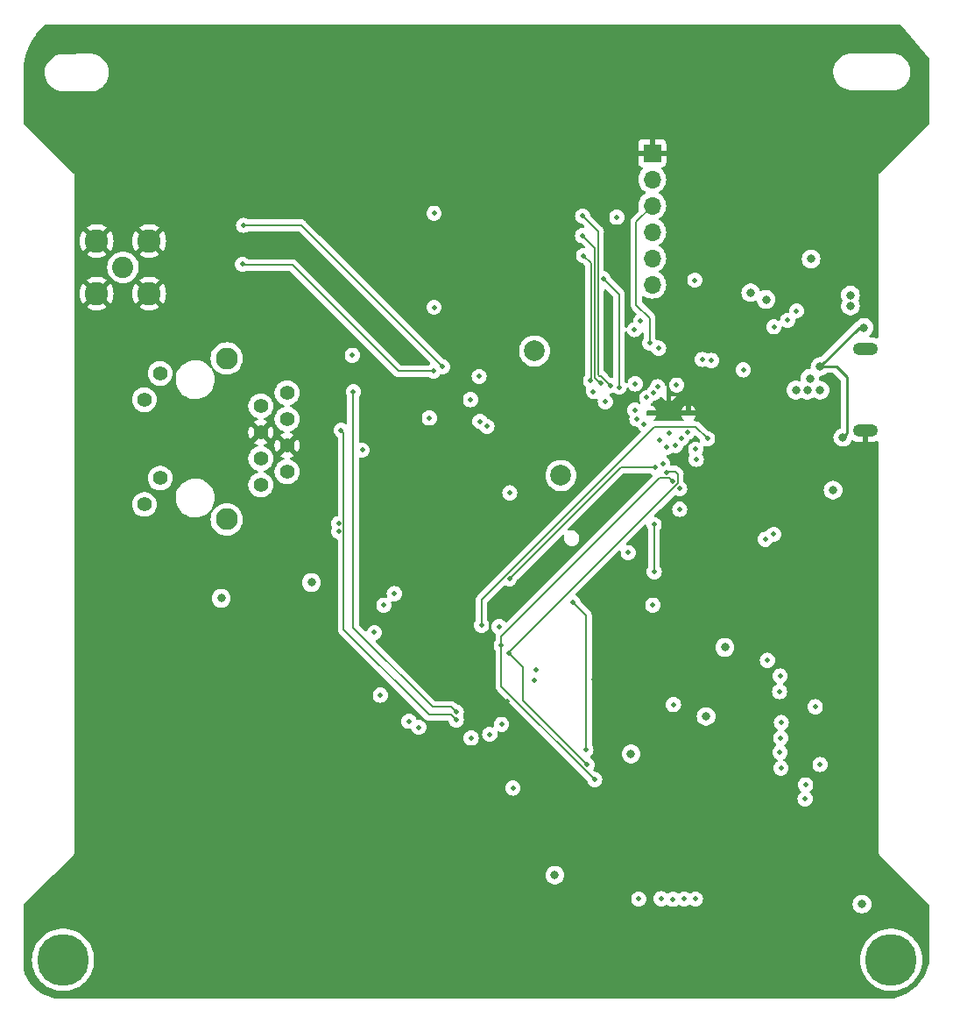
<source format=gbr>
%TF.GenerationSoftware,KiCad,Pcbnew,7.0.5*%
%TF.CreationDate,2023-07-31T22:06:35-07:00*%
%TF.ProjectId,flight_computer_dev_board_rfm98pw,666c6967-6874-45f6-936f-6d7075746572,rev?*%
%TF.SameCoordinates,Original*%
%TF.FileFunction,Copper,L2,Inr*%
%TF.FilePolarity,Positive*%
%FSLAX46Y46*%
G04 Gerber Fmt 4.6, Leading zero omitted, Abs format (unit mm)*
G04 Created by KiCad (PCBNEW 7.0.5) date 2023-07-31 22:06:35*
%MOMM*%
%LPD*%
G01*
G04 APERTURE LIST*
%TA.AperFunction,ComponentPad*%
%ADD10C,2.050000*%
%TD*%
%TA.AperFunction,ComponentPad*%
%ADD11C,2.250000*%
%TD*%
%TA.AperFunction,ComponentPad*%
%ADD12C,5.000000*%
%TD*%
%TA.AperFunction,ComponentPad*%
%ADD13C,2.000000*%
%TD*%
%TA.AperFunction,ComponentPad*%
%ADD14C,0.500000*%
%TD*%
%TA.AperFunction,ComponentPad*%
%ADD15O,2.416000X1.208000*%
%TD*%
%TA.AperFunction,ComponentPad*%
%ADD16R,1.700000X1.700000*%
%TD*%
%TA.AperFunction,ComponentPad*%
%ADD17O,1.700000X1.700000*%
%TD*%
%TA.AperFunction,ComponentPad*%
%ADD18C,1.397000*%
%TD*%
%TA.AperFunction,ComponentPad*%
%ADD19C,2.108200*%
%TD*%
%TA.AperFunction,ViaPad*%
%ADD20C,0.800000*%
%TD*%
%TA.AperFunction,ViaPad*%
%ADD21C,0.600000*%
%TD*%
%TA.AperFunction,ViaPad*%
%ADD22C,0.460000*%
%TD*%
%TA.AperFunction,Conductor*%
%ADD23C,0.250000*%
%TD*%
%TA.AperFunction,Conductor*%
%ADD24C,0.127000*%
%TD*%
G04 APERTURE END LIST*
D10*
%TO.N,Net-(J6-In)*%
%TO.C,J6*%
X153170000Y-71210000D03*
D11*
%TO.N,GND*%
X150630000Y-68670000D03*
X150630000Y-73750000D03*
X155710000Y-68670000D03*
X155710000Y-73750000D03*
%TD*%
D12*
%TO.N,N/C*%
%TO.C,*%
X227414400Y-138100000D03*
%TD*%
%TO.N,N/C*%
%TO.C,*%
X147381083Y-138100000D03*
%TD*%
D13*
%TO.N,/~{RESET}*%
%TO.C,TP2*%
X195510000Y-91320000D03*
%TD*%
D14*
%TO.N,GND*%
%TO.C,IC1*%
X205930000Y-83400812D03*
X204020812Y-85310000D03*
X207839188Y-85310000D03*
X205930000Y-87219188D03*
%TD*%
D13*
%TO.N,/USBBOOT*%
%TO.C,TP1*%
X192960000Y-79300000D03*
%TD*%
D15*
%TO.N,GND*%
%TO.C,J8*%
X224920000Y-86970000D03*
%TO.N,N/C*%
X224920000Y-79070000D03*
%TD*%
D16*
%TO.N,GND*%
%TO.C,J3*%
X204330000Y-60190000D03*
D17*
%TO.N,TX*%
X204330000Y-62730000D03*
%TO.N,RX*%
X204330000Y-65270000D03*
%TO.N,SCL1*%
X204330000Y-67810000D03*
%TO.N,SDA1*%
X204330000Y-70350000D03*
%TO.N,3.3V*%
X204330000Y-72890000D03*
%TD*%
D18*
%TO.N,TX+*%
%TO.C,J5*%
X166490001Y-92230000D03*
%TO.N,TX-*%
X169030001Y-90960000D03*
%TO.N,TCT*%
X166490001Y-89690000D03*
%TO.N,GND*%
X169030001Y-88420000D03*
X166490001Y-87150000D03*
%TO.N,RCT*%
X169030001Y-85880000D03*
%TO.N,Net-(C18-Pad1)*%
X166490001Y-84610000D03*
%TO.N,Net-(C19-Pad1)*%
X169030001Y-83340000D03*
%TO.N,YELLOWLED*%
X155250001Y-83999892D03*
%TO.N,3.3V*%
X156770000Y-81459892D03*
%TO.N,GREENLED*%
X156770000Y-91569999D03*
%TO.N,3.3V*%
X155250001Y-94109999D03*
D19*
%TO.N,N/C*%
X163200000Y-95560000D03*
X163200000Y-80010000D03*
%TD*%
D20*
%TO.N,USB_D-*%
X223489169Y-74945000D03*
%TO.N,USB_D+*%
X223489169Y-73895000D03*
D21*
%TO.N,GND*%
X153230000Y-62770000D03*
D20*
X180230000Y-96170000D03*
X215270000Y-86050000D03*
D21*
X159110000Y-58990000D03*
D20*
X168380000Y-108430000D03*
D22*
X216640000Y-124190000D03*
D21*
X152860000Y-64860000D03*
X154870000Y-65870000D03*
X151810000Y-60210000D03*
X164430000Y-59240000D03*
D22*
X176410000Y-110830000D03*
X184610000Y-84030000D03*
X210400000Y-91930000D03*
D20*
X218140000Y-68160000D03*
D22*
X208679998Y-97590002D03*
X200300000Y-81610000D03*
D21*
X155270000Y-61360000D03*
D20*
X221430000Y-75570000D03*
D21*
X153930000Y-65870000D03*
X155250000Y-62360000D03*
X153120000Y-58960000D03*
X164550000Y-61340000D03*
X158020000Y-58980000D03*
D20*
X213390000Y-77840000D03*
D21*
X164510000Y-60360000D03*
X154380000Y-58940000D03*
D20*
X222660000Y-96000000D03*
D22*
X189950000Y-85580000D03*
D21*
X153120000Y-63830000D03*
D22*
X190290000Y-113130000D03*
D21*
X153940000Y-66910000D03*
D22*
X198530000Y-90070000D03*
X190150000Y-104470000D03*
D21*
X155580000Y-58990000D03*
D20*
X196160000Y-78060000D03*
X220400000Y-84690000D03*
D22*
X205900000Y-77570000D03*
X204120000Y-132130000D03*
D21*
X162580000Y-58200000D03*
D22*
X224550000Y-101060000D03*
D20*
X211180000Y-71770000D03*
D21*
X151800000Y-61520000D03*
X151920000Y-58970000D03*
X161280000Y-58230000D03*
D22*
X195320000Y-84860000D03*
D21*
X156770000Y-58980000D03*
X163890000Y-58230000D03*
D22*
X198680000Y-111010000D03*
X194250000Y-93350000D03*
D21*
X155990000Y-65870000D03*
D20*
X201550000Y-106360000D03*
D22*
X202520000Y-91510000D03*
D20*
X208290000Y-76340000D03*
D21*
X159190000Y-60740000D03*
D20*
X189070000Y-95910000D03*
D21*
X160210000Y-58640000D03*
D22*
X188490000Y-83380000D03*
D21*
X152330000Y-66910000D03*
D22*
X190080000Y-90960000D03*
X216600000Y-107680000D03*
D21*
X152370000Y-65680000D03*
D22*
%TO.N,3.3V*%
X216690000Y-110680000D03*
D20*
X211350000Y-107920000D03*
X194910000Y-129920000D03*
X202280000Y-118210000D03*
D22*
X216750000Y-116660000D03*
D20*
X171390000Y-101650000D03*
X209540000Y-114590000D03*
D22*
X206340000Y-132250000D03*
X213130000Y-81120000D03*
X188360000Y-86580000D03*
X202010000Y-98770000D03*
D20*
X162670000Y-103180000D03*
X219690000Y-70410000D03*
%TO.N,VBUS*%
X221810000Y-92740000D03*
X220550000Y-80800000D03*
X222750000Y-87640000D03*
X224800000Y-77030000D03*
X224610000Y-132720000D03*
D22*
%TO.N,VCC_RF1*%
X182790000Y-85770000D03*
X215460000Y-109170000D03*
X204390000Y-103840000D03*
X175340000Y-79710000D03*
X190560000Y-93000000D03*
%TO.N,RX+*%
X174250000Y-86940000D03*
X185390000Y-114930000D03*
%TO.N,RX-*%
X175440000Y-83230000D03*
X185400000Y-114150000D03*
%TO.N,TX*%
X204950000Y-79020000D03*
%TO.N,RX*%
X204070000Y-78550000D03*
%TO.N,/USBBOOT*%
X208450000Y-72460000D03*
%TO.N,SDA1*%
X203210000Y-76390000D03*
X186770000Y-84000000D03*
%TO.N,SCL1*%
X187678042Y-86101958D03*
X187600000Y-81760000D03*
X202620000Y-77230000D03*
%TO.N,SDA0*%
X220093000Y-113660000D03*
X204850522Y-82754243D03*
%TO.N,SCL0*%
X204462067Y-83351099D03*
X216810000Y-115170000D03*
%TO.N,ENABLE_BURN*%
X203796738Y-83787000D03*
X216640000Y-112190000D03*
%TO.N,I2C_RESET*%
X202679075Y-82473441D03*
X216770000Y-119590000D03*
X220550000Y-119230000D03*
%TO.N,SPI1_MISO*%
X201127420Y-82797802D03*
X199590000Y-72310000D03*
%TO.N,SPI1_CS0*%
X200340891Y-82659109D03*
X197600000Y-66270000D03*
X183240000Y-66001499D03*
X183240000Y-75080000D03*
%TO.N,SPI1_SCK*%
X197600000Y-68170000D03*
X199392286Y-82407714D03*
%TO.N,SPI1_MOSI*%
X197690000Y-70090000D03*
X198371758Y-82190609D03*
%TO.N,ENAB_RF*%
X202660000Y-85010000D03*
X216670000Y-118060000D03*
%TO.N,VBUS_RESET*%
X219160000Y-121200000D03*
X202849500Y-85860738D03*
%TO.N,BURN_RELAY_A*%
X219110000Y-122540000D03*
X203550000Y-86350000D03*
%TO.N,SWCLK*%
X205044501Y-87897613D03*
%TO.N,SWDIO*%
X205760000Y-88610000D03*
%TO.N,SPI0_MISO*%
X190530000Y-101320000D03*
X196700000Y-103600000D03*
X203030000Y-132220000D03*
X204589411Y-90550000D03*
X197920000Y-117830000D03*
%TO.N,SPI0_CS0*%
X204510000Y-96070000D03*
X204517000Y-100610000D03*
X208510000Y-132220000D03*
X205337798Y-90170000D03*
X206380000Y-113450000D03*
%TO.N,SPI0_SCK*%
X190471573Y-108461573D03*
X205200000Y-132190000D03*
X198038604Y-119261396D03*
X205753603Y-91075929D03*
%TO.N,SPI0_MOSI*%
X189737000Y-107749415D03*
X206276956Y-91906956D03*
X207420000Y-132220000D03*
X198775000Y-120695000D03*
%TO.N,RF1_RST*%
X200910000Y-66380000D03*
X206570000Y-88420000D03*
%TO.N,WDT_WDI*%
X206990000Y-92600000D03*
X206990000Y-94590000D03*
%TO.N,RF1_IO4*%
X198640000Y-83210000D03*
X184080000Y-80820000D03*
X164830000Y-67160000D03*
X207168321Y-87727200D03*
%TO.N,RF1_IO0*%
X207730000Y-87140000D03*
X199794371Y-84205629D03*
X164720000Y-70930000D03*
X183180000Y-81240000D03*
%TO.N,NEOPIX*%
X208534359Y-88793124D03*
X216070000Y-97000000D03*
%TO.N,NEO_PWR*%
X215260000Y-97480000D03*
X208583633Y-89766425D03*
%TO.N,/QSPI_DATA[3]*%
X218280000Y-75430000D03*
X210049974Y-80209974D03*
%TO.N,/QSPI_SCK*%
X217420000Y-76340000D03*
X209174194Y-80114194D03*
%TO.N,/QSPI_DATA[0]*%
X206690000Y-82590000D03*
X216096396Y-76966396D03*
D20*
%TO.N,/QSPI_DATA[2]*%
X213850000Y-73670000D03*
X215330000Y-74330000D03*
D22*
%TO.N,TX+*%
X181770000Y-115640000D03*
%TO.N,TX-*%
X180820000Y-115064124D03*
%TO.N,GREENLED*%
X192900000Y-111130000D03*
X174020500Y-96733957D03*
%TO.N,YELLOWLED*%
X193120000Y-110130000D03*
X174020000Y-95970000D03*
%TO.N,Net-(JP3-B)*%
X179400000Y-102730000D03*
%TO.N,Net-(JP4-B)*%
X178390000Y-103840000D03*
%TO.N,Net-(JP5-B)*%
X177470000Y-106490000D03*
D20*
%TO.N,USB_D-*%
X218210000Y-83080000D03*
X219580000Y-81940000D03*
%TO.N,USB_D+*%
X219320000Y-83080000D03*
X220550000Y-83090000D03*
D22*
%TO.N,SPI0_CS1*%
X209677000Y-87778655D03*
X187828006Y-105790561D03*
X189538604Y-105921396D03*
%TO.N,GNDA*%
X178050000Y-112540000D03*
X176300000Y-88870000D03*
X186830000Y-116670000D03*
X188620000Y-116320000D03*
X190860000Y-121510000D03*
X189770000Y-115360000D03*
%TD*%
D23*
%TO.N,VBUS*%
X224800000Y-77030000D02*
X224320000Y-77030000D01*
X223170000Y-87220000D02*
X222750000Y-87640000D01*
X220550000Y-80800000D02*
X222140000Y-80800000D01*
X222140000Y-80800000D02*
X223170000Y-81830000D01*
X223170000Y-81830000D02*
X223170000Y-87220000D01*
X224320000Y-77030000D02*
X220550000Y-80800000D01*
D24*
%TO.N,RX+*%
X174513500Y-106213500D02*
X174513500Y-87203500D01*
X182746500Y-114446500D02*
X174513500Y-106213500D01*
X184906500Y-114446500D02*
X182746500Y-114446500D01*
X185390000Y-114930000D02*
X184906500Y-114446500D01*
X174513500Y-87203500D02*
X174250000Y-86940000D01*
%TO.N,RX-*%
X175440000Y-106020000D02*
X175410000Y-106020000D01*
X184930000Y-113680000D02*
X183100000Y-113680000D01*
X185400000Y-114150000D02*
X184930000Y-113680000D01*
X175410000Y-106020000D02*
X175410000Y-83260000D01*
X183100000Y-113680000D02*
X175440000Y-106020000D01*
X175410000Y-83260000D02*
X175440000Y-83230000D01*
%TO.N,RX*%
X202790000Y-74830000D02*
X202790000Y-66810000D01*
X204070000Y-76110000D02*
X202790000Y-74830000D01*
X204070000Y-78550000D02*
X204070000Y-76110000D01*
X202790000Y-66810000D02*
X204330000Y-65270000D01*
%TO.N,SPI1_MISO*%
X201127420Y-82797802D02*
X201127420Y-73847420D01*
X201127420Y-73847420D02*
X199590000Y-72310000D01*
%TO.N,SPI1_CS0*%
X199220000Y-81700000D02*
X199097000Y-81577000D01*
X199097000Y-81577000D02*
X199097000Y-67767000D01*
X200340891Y-82659109D02*
X199381781Y-81700000D01*
X199097000Y-67767000D02*
X197600000Y-66270000D01*
X199381781Y-81700000D02*
X199220000Y-81700000D01*
%TO.N,SPI1_SCK*%
X199392286Y-82280652D02*
X199351634Y-82240000D01*
X198770000Y-69340000D02*
X197600000Y-68170000D01*
X198770000Y-81900000D02*
X198770000Y-69340000D01*
X199392286Y-82407714D02*
X199392286Y-82280652D01*
X199110000Y-82240000D02*
X198770000Y-81900000D01*
X199351634Y-82240000D02*
X199110000Y-82240000D01*
%TO.N,SPI1_MOSI*%
X198371758Y-82190609D02*
X198379391Y-82190609D01*
X198400000Y-82170000D02*
X198400000Y-70800000D01*
X198400000Y-70800000D02*
X197690000Y-70090000D01*
X198379391Y-82190609D02*
X198400000Y-82170000D01*
%TO.N,SPI0_MISO*%
X197920000Y-117830000D02*
X197920000Y-104820000D01*
X201300000Y-90550000D02*
X190530000Y-101320000D01*
X204589411Y-90550000D02*
X201300000Y-90550000D01*
X197920000Y-104820000D02*
X196700000Y-103600000D01*
%TO.N,SPI0_CS0*%
X204517000Y-100610000D02*
X204517000Y-96077000D01*
X204517000Y-96077000D02*
X204510000Y-96070000D01*
%TO.N,SPI0_SCK*%
X191860000Y-109850000D02*
X190471573Y-108461573D01*
X191860000Y-113082792D02*
X191860000Y-109850000D01*
X206803500Y-92077620D02*
X206803500Y-91183500D01*
X205893032Y-90936500D02*
X205753603Y-91075929D01*
X206803500Y-91183500D02*
X206556500Y-90936500D01*
X206556500Y-90936500D02*
X205893032Y-90936500D01*
X190471573Y-108409547D02*
X206803500Y-92077620D01*
X198038604Y-119261396D02*
X191860000Y-113082792D01*
X190471573Y-108461573D02*
X190471573Y-108409547D01*
%TO.N,SPI0_MOSI*%
X206276956Y-91906956D02*
X205939429Y-91569429D01*
X198775000Y-120695000D02*
X189737000Y-111657000D01*
X189737000Y-111657000D02*
X189737000Y-107749415D01*
X204999451Y-91569429D02*
X189737000Y-106831880D01*
X205939429Y-91569429D02*
X204999451Y-91569429D01*
X189737000Y-106831880D02*
X189737000Y-107749415D01*
%TO.N,RF1_IO4*%
X170420000Y-67160000D02*
X164830000Y-67160000D01*
X184080000Y-80820000D02*
X170420000Y-67160000D01*
%TO.N,RF1_IO0*%
X169540000Y-70990000D02*
X164780000Y-70990000D01*
X183180000Y-81240000D02*
X179790000Y-81240000D01*
X179790000Y-81240000D02*
X169540000Y-70990000D01*
X164780000Y-70990000D02*
X164720000Y-70930000D01*
%TO.N,SPI0_CS1*%
X204505585Y-86646500D02*
X208544845Y-86646500D01*
X187828006Y-103324079D02*
X204505585Y-86646500D01*
X187828006Y-105790561D02*
X187828006Y-103324079D01*
X208544845Y-86646500D02*
X209677000Y-87778655D01*
%TD*%
%TA.AperFunction,Conductor*%
%TO.N,GND*%
G36*
X199866202Y-73384264D02*
G01*
X199872680Y-73390296D01*
X200527101Y-74044717D01*
X200560586Y-74106040D01*
X200563420Y-74132398D01*
X200563420Y-81784659D01*
X200543735Y-81851698D01*
X200490931Y-81897453D01*
X200421773Y-81907397D01*
X200358217Y-81878372D01*
X200351739Y-81872340D01*
X199809606Y-81330208D01*
X199804252Y-81324103D01*
X199787030Y-81301659D01*
X199784031Y-81297750D01*
X199781097Y-81295499D01*
X199749934Y-81271587D01*
X199709513Y-81240571D01*
X199668310Y-81184144D01*
X199660999Y-81142195D01*
X199660999Y-77218256D01*
X199660999Y-73477973D01*
X199680684Y-73410938D01*
X199733488Y-73365183D01*
X199802646Y-73355239D01*
X199866202Y-73384264D01*
G37*
%TD.AperFunction*%
%TA.AperFunction,Conductor*%
G36*
X227935435Y-47777828D02*
G01*
X228288992Y-47778803D01*
X228355977Y-47798673D01*
X228384059Y-47823600D01*
X231081000Y-51072449D01*
X231114110Y-51112334D01*
X231141784Y-51176490D01*
X231142700Y-51191536D01*
X231142700Y-57245587D01*
X231123015Y-57312626D01*
X231106381Y-57333268D01*
X226267208Y-62172441D01*
X226252204Y-62183088D01*
X226252696Y-62183704D01*
X226241773Y-62192414D01*
X226222432Y-62216665D01*
X226217806Y-62221842D01*
X226212255Y-62227394D01*
X226212251Y-62227400D01*
X226208071Y-62234050D01*
X226204053Y-62239711D01*
X226184710Y-62263967D01*
X226179698Y-62274373D01*
X226175883Y-62285278D01*
X226172411Y-62316095D01*
X226171248Y-62322943D01*
X226169500Y-62330607D01*
X226169500Y-62338455D01*
X226169110Y-62345401D01*
X226165637Y-62376226D01*
X226167202Y-62390108D01*
X226166418Y-62390196D01*
X226169500Y-62408332D01*
X226169499Y-77955487D01*
X226149814Y-78022526D01*
X226097010Y-78068281D01*
X226027852Y-78078225D01*
X225999413Y-78070605D01*
X225993608Y-78068281D01*
X225836589Y-78005420D01*
X225629467Y-77965500D01*
X225426049Y-77965500D01*
X225359010Y-77945815D01*
X225313255Y-77893011D01*
X225303311Y-77823853D01*
X225332336Y-77760297D01*
X225353164Y-77741182D01*
X225367735Y-77730595D01*
X225405871Y-77702888D01*
X225532533Y-77562216D01*
X225627179Y-77398284D01*
X225685674Y-77218256D01*
X225705460Y-77030000D01*
X225685674Y-76841744D01*
X225627179Y-76661716D01*
X225532533Y-76497784D01*
X225405871Y-76357112D01*
X225405863Y-76357106D01*
X225252734Y-76245851D01*
X225252729Y-76245848D01*
X225079807Y-76168857D01*
X225079802Y-76168855D01*
X224934001Y-76137865D01*
X224894646Y-76129500D01*
X224705354Y-76129500D01*
X224672897Y-76136398D01*
X224520197Y-76168855D01*
X224520192Y-76168857D01*
X224347270Y-76245848D01*
X224347265Y-76245851D01*
X224194135Y-76357106D01*
X224194127Y-76357113D01*
X224146922Y-76409538D01*
X224089375Y-76445639D01*
X224069608Y-76451382D01*
X224052367Y-76461579D01*
X224034899Y-76470137D01*
X224016269Y-76477513D01*
X224016267Y-76477514D01*
X223978576Y-76504898D01*
X223973694Y-76508105D01*
X223933579Y-76531830D01*
X223919408Y-76546000D01*
X223904623Y-76558628D01*
X223892175Y-76567673D01*
X223888412Y-76570407D01*
X223858709Y-76606310D01*
X223854776Y-76610631D01*
X222228469Y-78236940D01*
X220602228Y-79863181D01*
X220540905Y-79896666D01*
X220514547Y-79899500D01*
X220455354Y-79899500D01*
X220422897Y-79906398D01*
X220270197Y-79938855D01*
X220270192Y-79938857D01*
X220097270Y-80015848D01*
X220097265Y-80015851D01*
X219944129Y-80127111D01*
X219817466Y-80267785D01*
X219722821Y-80431715D01*
X219722818Y-80431722D01*
X219664327Y-80611740D01*
X219664326Y-80611744D01*
X219646146Y-80784716D01*
X219644540Y-80800000D01*
X219655317Y-80902539D01*
X219642747Y-80971269D01*
X219595015Y-81022292D01*
X219531996Y-81039500D01*
X219485354Y-81039500D01*
X219467434Y-81043309D01*
X219300197Y-81078855D01*
X219300192Y-81078857D01*
X219127270Y-81155848D01*
X219127265Y-81155851D01*
X218974129Y-81267111D01*
X218847466Y-81407785D01*
X218752821Y-81571715D01*
X218752818Y-81571722D01*
X218694327Y-81751740D01*
X218694326Y-81751744D01*
X218674540Y-81940000D01*
X218690703Y-82093788D01*
X218691907Y-82105236D01*
X218679337Y-82173965D01*
X218631605Y-82224989D01*
X218563865Y-82242107D01*
X218518151Y-82231477D01*
X218489802Y-82218855D01*
X218344000Y-82187865D01*
X218304646Y-82179500D01*
X218115354Y-82179500D01*
X218082897Y-82186398D01*
X217930197Y-82218855D01*
X217930192Y-82218857D01*
X217757270Y-82295848D01*
X217757265Y-82295851D01*
X217604129Y-82407111D01*
X217477466Y-82547785D01*
X217382821Y-82711715D01*
X217382818Y-82711722D01*
X217324327Y-82891740D01*
X217324326Y-82891744D01*
X217304540Y-83080000D01*
X217324326Y-83268256D01*
X217324327Y-83268259D01*
X217382818Y-83448277D01*
X217382821Y-83448284D01*
X217477467Y-83612216D01*
X217574539Y-83720025D01*
X217604129Y-83752888D01*
X217757265Y-83864148D01*
X217757270Y-83864151D01*
X217930192Y-83941142D01*
X217930197Y-83941144D01*
X218115354Y-83980500D01*
X218115355Y-83980500D01*
X218304644Y-83980500D01*
X218304646Y-83980500D01*
X218489803Y-83941144D01*
X218662730Y-83864151D01*
X218692113Y-83842801D01*
X218757916Y-83819321D01*
X218825971Y-83835145D01*
X218837877Y-83842796D01*
X218867266Y-83864148D01*
X218867270Y-83864151D01*
X219040192Y-83941142D01*
X219040197Y-83941144D01*
X219225354Y-83980500D01*
X219225355Y-83980500D01*
X219414644Y-83980500D01*
X219414646Y-83980500D01*
X219599803Y-83941144D01*
X219772730Y-83864151D01*
X219855234Y-83804208D01*
X219921038Y-83780729D01*
X219989092Y-83796554D01*
X220000992Y-83804201D01*
X220083502Y-83864148D01*
X220097270Y-83874151D01*
X220270192Y-83951142D01*
X220270197Y-83951144D01*
X220455354Y-83990500D01*
X220455355Y-83990500D01*
X220644644Y-83990500D01*
X220644646Y-83990500D01*
X220829803Y-83951144D01*
X221002730Y-83874151D01*
X221155871Y-83762888D01*
X221282533Y-83622216D01*
X221377179Y-83458284D01*
X221435674Y-83278256D01*
X221455460Y-83090000D01*
X221435674Y-82901744D01*
X221377179Y-82721716D01*
X221282533Y-82557784D01*
X221155871Y-82417112D01*
X221149391Y-82412404D01*
X221002734Y-82305851D01*
X221002729Y-82305848D01*
X220829807Y-82228857D01*
X220829802Y-82228855D01*
X220684000Y-82197865D01*
X220644646Y-82189500D01*
X220596952Y-82189500D01*
X220529913Y-82169815D01*
X220484158Y-82117011D01*
X220473631Y-82052542D01*
X220485460Y-81940000D01*
X220474682Y-81837458D01*
X220487251Y-81768732D01*
X220534983Y-81717708D01*
X220598003Y-81700500D01*
X220644644Y-81700500D01*
X220644646Y-81700500D01*
X220829803Y-81661144D01*
X221002730Y-81584151D01*
X221155871Y-81472888D01*
X221158788Y-81469647D01*
X221161600Y-81466526D01*
X221221087Y-81429879D01*
X221253748Y-81425500D01*
X221829548Y-81425500D01*
X221896587Y-81445185D01*
X221917228Y-81461818D01*
X222508182Y-82052772D01*
X222541666Y-82114093D01*
X222544500Y-82140451D01*
X222544500Y-86665247D01*
X222524815Y-86732286D01*
X222472011Y-86778041D01*
X222470936Y-86778526D01*
X222297270Y-86855848D01*
X222297265Y-86855851D01*
X222144129Y-86967111D01*
X222017466Y-87107785D01*
X221922821Y-87271715D01*
X221922818Y-87271722D01*
X221871101Y-87430893D01*
X221864326Y-87451744D01*
X221844540Y-87640000D01*
X221864326Y-87828256D01*
X221864327Y-87828259D01*
X221922818Y-88008277D01*
X221922821Y-88008284D01*
X222017467Y-88172216D01*
X222128255Y-88295258D01*
X222144129Y-88312888D01*
X222297265Y-88424148D01*
X222297270Y-88424151D01*
X222470192Y-88501142D01*
X222470197Y-88501144D01*
X222655354Y-88540500D01*
X222655355Y-88540500D01*
X222844644Y-88540500D01*
X222844646Y-88540500D01*
X223029803Y-88501144D01*
X223202730Y-88424151D01*
X223355871Y-88312888D01*
X223482533Y-88172216D01*
X223577179Y-88008284D01*
X223581451Y-87995135D01*
X223620886Y-87937459D01*
X223685244Y-87910259D01*
X223754091Y-87922171D01*
X223766424Y-87929135D01*
X223807820Y-87955739D01*
X224003542Y-88034095D01*
X224003555Y-88034099D01*
X224210580Y-88074000D01*
X224670000Y-88074000D01*
X224670000Y-87320000D01*
X225170000Y-87320000D01*
X225170000Y-88074000D01*
X225576587Y-88074000D01*
X225733886Y-88058980D01*
X225936178Y-87999581D01*
X225988680Y-87972515D01*
X226057287Y-87959293D01*
X226122152Y-87985261D01*
X226162680Y-88042175D01*
X226169500Y-88082731D01*
X226169500Y-127681670D01*
X226166419Y-127699802D01*
X226167202Y-127699891D01*
X226165638Y-127713772D01*
X226169110Y-127744597D01*
X226169500Y-127751542D01*
X226169500Y-127759391D01*
X226171246Y-127767045D01*
X226172411Y-127773900D01*
X226175478Y-127801125D01*
X226175884Y-127804724D01*
X226175885Y-127804726D01*
X226179702Y-127815633D01*
X226184708Y-127826029D01*
X226204055Y-127850289D01*
X226208078Y-127855960D01*
X226212251Y-127862601D01*
X226217797Y-127868147D01*
X226222433Y-127873334D01*
X226241775Y-127897587D01*
X226252698Y-127906298D01*
X226252206Y-127906914D01*
X226267213Y-127917562D01*
X231106380Y-132756729D01*
X231139865Y-132818052D01*
X231142699Y-132844410D01*
X231142700Y-133509410D01*
X231142700Y-138046741D01*
X231140771Y-138068529D01*
X231076825Y-138426790D01*
X231075648Y-138432052D01*
X230976038Y-138801147D01*
X230974408Y-138806287D01*
X230843119Y-139165329D01*
X230841049Y-139170309D01*
X230679069Y-139516594D01*
X230676579Y-139521363D01*
X230571278Y-139703374D01*
X230485130Y-139852277D01*
X230482229Y-139856823D01*
X230262768Y-140169847D01*
X230259484Y-140174124D01*
X230013652Y-140466917D01*
X230010008Y-140470893D01*
X229739693Y-140741208D01*
X229735717Y-140744852D01*
X229442924Y-140990684D01*
X229438647Y-140993968D01*
X229125623Y-141213429D01*
X229121077Y-141216330D01*
X228790163Y-141407779D01*
X228785398Y-141410266D01*
X228439109Y-141572249D01*
X228434129Y-141574319D01*
X228075087Y-141705608D01*
X228069947Y-141707238D01*
X227700852Y-141806848D01*
X227695590Y-141808025D01*
X227337329Y-141871971D01*
X227315541Y-141873900D01*
X147394490Y-141873900D01*
X147387099Y-141873227D01*
X147341696Y-141873900D01*
X147338782Y-141873875D01*
X146978015Y-141862256D01*
X146972201Y-141861794D01*
X146615588Y-141816534D01*
X146609851Y-141815530D01*
X146259056Y-141736978D01*
X146253442Y-141735441D01*
X145911558Y-141624289D01*
X145906111Y-141622230D01*
X145576206Y-141479474D01*
X145570969Y-141476909D01*
X145255917Y-141303798D01*
X145250943Y-141300752D01*
X144953541Y-141098819D01*
X144948876Y-141095320D01*
X144671756Y-140866356D01*
X144667439Y-140862434D01*
X144413039Y-140608448D01*
X144409110Y-140604139D01*
X144179692Y-140327393D01*
X144176185Y-140322733D01*
X143973768Y-140025661D01*
X143970714Y-140020692D01*
X143880324Y-139856823D01*
X143797088Y-139705924D01*
X143794520Y-139700701D01*
X143685075Y-139448904D01*
X143651218Y-139371009D01*
X143649149Y-139365561D01*
X143549839Y-139061789D01*
X143543700Y-139023257D01*
X143543700Y-138100003D01*
X144375498Y-138100003D01*
X144395821Y-138448927D01*
X144395822Y-138448938D01*
X144456511Y-138793127D01*
X144456513Y-138793134D01*
X144556757Y-139127972D01*
X144695190Y-139448895D01*
X144695196Y-139448908D01*
X144869953Y-139751597D01*
X145078667Y-140031949D01*
X145078672Y-140031955D01*
X145202546Y-140163253D01*
X145318525Y-140286183D01*
X145494986Y-140434251D01*
X145586269Y-140510847D01*
X145586277Y-140510853D01*
X145878286Y-140702911D01*
X145878290Y-140702913D01*
X146190632Y-140859777D01*
X146519072Y-140979319D01*
X146859169Y-141059923D01*
X147206324Y-141100500D01*
X147206331Y-141100500D01*
X147555835Y-141100500D01*
X147555842Y-141100500D01*
X147902997Y-141059923D01*
X148243094Y-140979319D01*
X148571534Y-140859777D01*
X148883876Y-140702913D01*
X149175894Y-140510849D01*
X149443641Y-140286183D01*
X149683495Y-140031953D01*
X149892213Y-139751596D01*
X150066972Y-139448904D01*
X150205409Y-139127971D01*
X150305652Y-138793136D01*
X150366345Y-138448927D01*
X150386668Y-138100003D01*
X224408815Y-138100003D01*
X224429138Y-138448927D01*
X224429139Y-138448938D01*
X224489828Y-138793127D01*
X224489830Y-138793134D01*
X224590074Y-139127972D01*
X224728507Y-139448895D01*
X224728513Y-139448908D01*
X224903270Y-139751597D01*
X225111984Y-140031949D01*
X225111989Y-140031955D01*
X225235863Y-140163253D01*
X225351842Y-140286183D01*
X225528303Y-140434251D01*
X225619586Y-140510847D01*
X225619594Y-140510853D01*
X225911603Y-140702911D01*
X225911607Y-140702913D01*
X226223949Y-140859777D01*
X226552389Y-140979319D01*
X226892486Y-141059923D01*
X227239641Y-141100500D01*
X227239648Y-141100500D01*
X227589152Y-141100500D01*
X227589159Y-141100500D01*
X227936314Y-141059923D01*
X228276411Y-140979319D01*
X228604851Y-140859777D01*
X228917193Y-140702913D01*
X229209211Y-140510849D01*
X229476958Y-140286183D01*
X229716812Y-140031953D01*
X229925530Y-139751596D01*
X230100289Y-139448904D01*
X230238726Y-139127971D01*
X230338969Y-138793136D01*
X230399662Y-138448927D01*
X230419985Y-138100000D01*
X230419272Y-138087766D01*
X230415954Y-138030796D01*
X230399662Y-137751073D01*
X230399660Y-137751061D01*
X230338971Y-137406872D01*
X230338969Y-137406865D01*
X230238725Y-137072027D01*
X230100292Y-136751104D01*
X230100289Y-136751096D01*
X229925530Y-136448404D01*
X229925529Y-136448402D01*
X229716815Y-136168050D01*
X229716810Y-136168044D01*
X229600833Y-136045117D01*
X229476958Y-135913817D01*
X229328888Y-135789572D01*
X229209213Y-135689152D01*
X229209205Y-135689146D01*
X228917196Y-135497088D01*
X228604858Y-135340226D01*
X228604852Y-135340223D01*
X228276412Y-135220681D01*
X228276409Y-135220680D01*
X227936315Y-135140077D01*
X227892919Y-135135004D01*
X227589159Y-135099500D01*
X227239641Y-135099500D01*
X226935880Y-135135004D01*
X226892485Y-135140077D01*
X226892483Y-135140077D01*
X226552390Y-135220680D01*
X226552387Y-135220681D01*
X226223947Y-135340223D01*
X226223941Y-135340226D01*
X225911603Y-135497088D01*
X225619594Y-135689146D01*
X225619586Y-135689152D01*
X225351842Y-135913817D01*
X225351840Y-135913819D01*
X225111989Y-136168044D01*
X225111984Y-136168050D01*
X224903270Y-136448402D01*
X224728513Y-136751091D01*
X224728507Y-136751104D01*
X224590074Y-137072027D01*
X224489830Y-137406865D01*
X224489828Y-137406872D01*
X224429139Y-137751061D01*
X224429138Y-137751072D01*
X224408815Y-138099996D01*
X224408815Y-138100003D01*
X150386668Y-138100003D01*
X150386668Y-138100000D01*
X150385955Y-138087766D01*
X150382637Y-138030796D01*
X150366345Y-137751073D01*
X150366343Y-137751061D01*
X150305654Y-137406872D01*
X150305652Y-137406865D01*
X150205408Y-137072027D01*
X150066975Y-136751104D01*
X150066972Y-136751096D01*
X149892213Y-136448404D01*
X149892212Y-136448402D01*
X149683498Y-136168050D01*
X149683493Y-136168044D01*
X149567516Y-136045117D01*
X149443641Y-135913817D01*
X149295571Y-135789572D01*
X149175896Y-135689152D01*
X149175888Y-135689146D01*
X148883879Y-135497088D01*
X148571541Y-135340226D01*
X148571535Y-135340223D01*
X148243095Y-135220681D01*
X148243092Y-135220680D01*
X147902998Y-135140077D01*
X147859602Y-135135004D01*
X147555842Y-135099500D01*
X147206324Y-135099500D01*
X146902563Y-135135004D01*
X146859168Y-135140077D01*
X146859166Y-135140077D01*
X146519073Y-135220680D01*
X146519070Y-135220681D01*
X146190630Y-135340223D01*
X146190624Y-135340226D01*
X145878286Y-135497088D01*
X145586277Y-135689146D01*
X145586269Y-135689152D01*
X145318525Y-135913817D01*
X145318523Y-135913819D01*
X145078672Y-136168044D01*
X145078667Y-136168050D01*
X144869953Y-136448402D01*
X144695196Y-136751091D01*
X144695190Y-136751104D01*
X144556757Y-137072027D01*
X144456513Y-137406865D01*
X144456511Y-137406872D01*
X144395822Y-137751061D01*
X144395821Y-137751072D01*
X144375498Y-138099996D01*
X144375498Y-138100003D01*
X143543700Y-138100003D01*
X143543700Y-132844410D01*
X143563385Y-132777371D01*
X143580014Y-132756734D01*
X144116745Y-132220003D01*
X202294878Y-132220003D01*
X202313307Y-132383574D01*
X202367676Y-132538953D01*
X202367677Y-132538955D01*
X202367678Y-132538957D01*
X202455258Y-132678341D01*
X202571659Y-132794742D01*
X202711043Y-132882322D01*
X202866420Y-132936691D01*
X202866423Y-132936691D01*
X202866425Y-132936692D01*
X203029996Y-132955122D01*
X203030000Y-132955122D01*
X203030004Y-132955122D01*
X203193574Y-132936692D01*
X203193575Y-132936691D01*
X203193580Y-132936691D01*
X203348957Y-132882322D01*
X203488341Y-132794742D01*
X203604742Y-132678341D01*
X203692322Y-132538957D01*
X203746691Y-132383580D01*
X203746692Y-132383574D01*
X203765122Y-132220003D01*
X203765122Y-132219996D01*
X203761743Y-132190003D01*
X204464878Y-132190003D01*
X204483307Y-132353574D01*
X204537676Y-132508953D01*
X204537677Y-132508955D01*
X204537678Y-132508957D01*
X204625258Y-132648341D01*
X204741659Y-132764742D01*
X204881043Y-132852322D01*
X205036420Y-132906691D01*
X205036423Y-132906691D01*
X205036425Y-132906692D01*
X205199996Y-132925122D01*
X205200000Y-132925122D01*
X205200004Y-132925122D01*
X205363574Y-132906692D01*
X205363575Y-132906691D01*
X205363580Y-132906691D01*
X205518957Y-132852322D01*
X205658341Y-132764742D01*
X205658347Y-132764735D01*
X205662558Y-132761378D01*
X205727244Y-132734966D01*
X205795940Y-132747719D01*
X205827556Y-132770639D01*
X205881659Y-132824742D01*
X206021043Y-132912322D01*
X206176420Y-132966691D01*
X206176423Y-132966691D01*
X206176425Y-132966692D01*
X206339996Y-132985122D01*
X206340000Y-132985122D01*
X206340004Y-132985122D01*
X206503574Y-132966692D01*
X206503575Y-132966691D01*
X206503580Y-132966691D01*
X206658957Y-132912322D01*
X206798341Y-132824742D01*
X206809863Y-132813219D01*
X206871181Y-132779736D01*
X206940873Y-132784718D01*
X206963506Y-132795902D01*
X207101043Y-132882322D01*
X207256420Y-132936691D01*
X207256423Y-132936691D01*
X207256425Y-132936692D01*
X207419996Y-132955122D01*
X207420000Y-132955122D01*
X207420004Y-132955122D01*
X207583574Y-132936692D01*
X207583575Y-132936691D01*
X207583580Y-132936691D01*
X207738957Y-132882322D01*
X207878341Y-132794742D01*
X207878345Y-132794737D01*
X207883784Y-132790401D01*
X207884802Y-132791677D01*
X207938642Y-132762279D01*
X208008334Y-132767263D01*
X208045579Y-132791199D01*
X208046216Y-132790401D01*
X208051658Y-132794741D01*
X208051659Y-132794742D01*
X208191043Y-132882322D01*
X208346420Y-132936691D01*
X208346423Y-132936691D01*
X208346425Y-132936692D01*
X208509996Y-132955122D01*
X208510000Y-132955122D01*
X208510004Y-132955122D01*
X208673574Y-132936692D01*
X208673575Y-132936691D01*
X208673580Y-132936691D01*
X208828957Y-132882322D01*
X208968341Y-132794742D01*
X209043083Y-132720000D01*
X223704540Y-132720000D01*
X223724326Y-132908256D01*
X223724327Y-132908259D01*
X223782818Y-133088277D01*
X223782821Y-133088284D01*
X223877467Y-133252216D01*
X224004128Y-133392888D01*
X224004129Y-133392888D01*
X224157265Y-133504148D01*
X224157270Y-133504151D01*
X224330192Y-133581142D01*
X224330197Y-133581144D01*
X224515354Y-133620500D01*
X224515355Y-133620500D01*
X224704644Y-133620500D01*
X224704646Y-133620500D01*
X224889803Y-133581144D01*
X225062730Y-133504151D01*
X225215871Y-133392888D01*
X225342533Y-133252216D01*
X225437179Y-133088284D01*
X225495674Y-132908256D01*
X225515460Y-132720000D01*
X225495674Y-132531744D01*
X225437179Y-132351716D01*
X225342533Y-132187784D01*
X225215871Y-132047112D01*
X225187391Y-132026420D01*
X225062734Y-131935851D01*
X225062729Y-131935848D01*
X224889807Y-131858857D01*
X224889802Y-131858855D01*
X224744000Y-131827865D01*
X224704646Y-131819500D01*
X224515354Y-131819500D01*
X224482897Y-131826398D01*
X224330197Y-131858855D01*
X224330192Y-131858857D01*
X224157270Y-131935848D01*
X224157265Y-131935851D01*
X224004129Y-132047111D01*
X223877466Y-132187785D01*
X223782821Y-132351715D01*
X223782818Y-132351722D01*
X223731730Y-132508957D01*
X223724326Y-132531744D01*
X223704540Y-132720000D01*
X209043083Y-132720000D01*
X209084742Y-132678341D01*
X209172322Y-132538957D01*
X209226691Y-132383580D01*
X209226692Y-132383574D01*
X209245122Y-132220003D01*
X209245122Y-132219996D01*
X209226692Y-132056425D01*
X209226691Y-132056423D01*
X209226691Y-132056420D01*
X209172322Y-131901043D01*
X209084742Y-131761659D01*
X208968341Y-131645258D01*
X208828957Y-131557678D01*
X208828956Y-131557677D01*
X208828955Y-131557677D01*
X208828953Y-131557676D01*
X208673574Y-131503307D01*
X208510004Y-131484878D01*
X208509996Y-131484878D01*
X208346425Y-131503307D01*
X208191046Y-131557676D01*
X208191044Y-131557677D01*
X208051655Y-131645260D01*
X208046211Y-131649602D01*
X208045193Y-131648326D01*
X207991343Y-131677723D01*
X207921652Y-131672729D01*
X207884424Y-131648804D01*
X207883789Y-131649602D01*
X207878344Y-131645260D01*
X207786702Y-131587678D01*
X207738957Y-131557678D01*
X207738956Y-131557677D01*
X207738955Y-131557677D01*
X207738953Y-131557676D01*
X207583574Y-131503307D01*
X207420004Y-131484878D01*
X207419996Y-131484878D01*
X207256425Y-131503307D01*
X207101046Y-131557676D01*
X207101044Y-131557677D01*
X206961660Y-131645257D01*
X206950135Y-131656782D01*
X206888810Y-131690265D01*
X206819119Y-131685278D01*
X206796490Y-131674095D01*
X206658957Y-131587678D01*
X206658956Y-131587677D01*
X206658955Y-131587677D01*
X206658953Y-131587676D01*
X206503574Y-131533307D01*
X206340004Y-131514878D01*
X206339996Y-131514878D01*
X206176425Y-131533307D01*
X206021046Y-131587676D01*
X206021044Y-131587677D01*
X205881654Y-131675261D01*
X205877424Y-131678634D01*
X205812734Y-131705034D01*
X205744040Y-131692269D01*
X205712443Y-131669359D01*
X205658342Y-131615259D01*
X205658341Y-131615258D01*
X205566702Y-131557678D01*
X205518957Y-131527678D01*
X205518956Y-131527677D01*
X205518955Y-131527677D01*
X205518953Y-131527676D01*
X205363574Y-131473307D01*
X205200004Y-131454878D01*
X205199996Y-131454878D01*
X205036425Y-131473307D01*
X204881046Y-131527676D01*
X204881044Y-131527677D01*
X204741658Y-131615258D01*
X204625258Y-131731658D01*
X204537677Y-131871044D01*
X204537676Y-131871046D01*
X204483307Y-132026425D01*
X204464878Y-132189996D01*
X204464878Y-132190003D01*
X203761743Y-132190003D01*
X203746692Y-132056425D01*
X203746691Y-132056423D01*
X203746691Y-132056420D01*
X203692322Y-131901043D01*
X203604742Y-131761659D01*
X203488341Y-131645258D01*
X203348957Y-131557678D01*
X203348956Y-131557677D01*
X203348955Y-131557677D01*
X203348953Y-131557676D01*
X203193574Y-131503307D01*
X203030004Y-131484878D01*
X203029996Y-131484878D01*
X202866425Y-131503307D01*
X202711046Y-131557676D01*
X202711044Y-131557677D01*
X202571658Y-131645258D01*
X202455258Y-131761658D01*
X202367677Y-131901044D01*
X202367676Y-131901046D01*
X202313307Y-132056425D01*
X202294878Y-132219996D01*
X202294878Y-132220003D01*
X144116745Y-132220003D01*
X146416747Y-129920000D01*
X194004540Y-129920000D01*
X194024326Y-130108256D01*
X194024327Y-130108259D01*
X194082818Y-130288277D01*
X194082821Y-130288284D01*
X194177467Y-130452216D01*
X194304128Y-130592888D01*
X194304129Y-130592888D01*
X194457265Y-130704148D01*
X194457270Y-130704151D01*
X194630192Y-130781142D01*
X194630197Y-130781144D01*
X194815354Y-130820500D01*
X194815355Y-130820500D01*
X195004644Y-130820500D01*
X195004646Y-130820500D01*
X195189803Y-130781144D01*
X195362730Y-130704151D01*
X195515871Y-130592888D01*
X195642533Y-130452216D01*
X195737179Y-130288284D01*
X195795674Y-130108256D01*
X195815460Y-129920000D01*
X195795674Y-129731744D01*
X195737179Y-129551716D01*
X195642533Y-129387784D01*
X195515871Y-129247112D01*
X195515870Y-129247111D01*
X195362734Y-129135851D01*
X195362729Y-129135848D01*
X195189807Y-129058857D01*
X195189802Y-129058855D01*
X195044000Y-129027865D01*
X195004646Y-129019500D01*
X194815354Y-129019500D01*
X194782897Y-129026398D01*
X194630197Y-129058855D01*
X194630192Y-129058857D01*
X194457270Y-129135848D01*
X194457265Y-129135851D01*
X194304129Y-129247111D01*
X194177466Y-129387785D01*
X194082821Y-129551715D01*
X194082818Y-129551722D01*
X194024327Y-129731740D01*
X194024326Y-129731744D01*
X194004540Y-129920000D01*
X146416747Y-129920000D01*
X148422788Y-127913959D01*
X148437790Y-127903317D01*
X148437298Y-127902700D01*
X148448219Y-127893990D01*
X148448224Y-127893988D01*
X148467564Y-127869735D01*
X148472203Y-127864546D01*
X148474470Y-127862277D01*
X148477748Y-127859001D01*
X148481926Y-127852350D01*
X148485942Y-127846690D01*
X148505290Y-127822431D01*
X148505290Y-127822427D01*
X148505292Y-127822426D01*
X148510302Y-127812021D01*
X148514116Y-127801125D01*
X148517182Y-127773900D01*
X148517588Y-127770292D01*
X148518750Y-127763452D01*
X148520500Y-127755790D01*
X148520500Y-127747942D01*
X148520890Y-127740997D01*
X148521794Y-127732968D01*
X148524362Y-127710174D01*
X148524360Y-127710170D01*
X148522798Y-127696291D01*
X148523580Y-127696202D01*
X148520500Y-127678070D01*
X148520500Y-122540003D01*
X218374878Y-122540003D01*
X218393307Y-122703574D01*
X218447676Y-122858953D01*
X218447677Y-122858955D01*
X218447678Y-122858957D01*
X218535258Y-122998341D01*
X218651659Y-123114742D01*
X218791043Y-123202322D01*
X218946420Y-123256691D01*
X218946423Y-123256691D01*
X218946425Y-123256692D01*
X219109996Y-123275122D01*
X219110000Y-123275122D01*
X219110004Y-123275122D01*
X219273574Y-123256692D01*
X219273575Y-123256691D01*
X219273580Y-123256691D01*
X219428957Y-123202322D01*
X219568341Y-123114742D01*
X219684742Y-122998341D01*
X219772322Y-122858957D01*
X219826691Y-122703580D01*
X219845122Y-122540000D01*
X219826691Y-122376420D01*
X219772322Y-122221043D01*
X219684742Y-122081659D01*
X219580583Y-121977500D01*
X219547098Y-121916177D01*
X219552082Y-121846485D01*
X219593954Y-121790552D01*
X219602273Y-121784838D01*
X219618341Y-121774742D01*
X219734742Y-121658341D01*
X219822322Y-121518957D01*
X219876691Y-121363580D01*
X219878624Y-121346425D01*
X219895122Y-121200003D01*
X219895122Y-121199996D01*
X219876692Y-121036425D01*
X219876691Y-121036423D01*
X219876691Y-121036420D01*
X219822322Y-120881043D01*
X219734742Y-120741659D01*
X219618341Y-120625258D01*
X219478957Y-120537678D01*
X219478956Y-120537677D01*
X219478955Y-120537677D01*
X219478953Y-120537676D01*
X219323574Y-120483307D01*
X219160004Y-120464878D01*
X219159996Y-120464878D01*
X218996425Y-120483307D01*
X218841046Y-120537676D01*
X218841044Y-120537677D01*
X218701658Y-120625258D01*
X218585258Y-120741658D01*
X218497677Y-120881044D01*
X218497676Y-120881046D01*
X218443307Y-121036425D01*
X218424878Y-121199996D01*
X218424878Y-121200003D01*
X218443307Y-121363574D01*
X218497676Y-121518953D01*
X218497677Y-121518955D01*
X218585258Y-121658341D01*
X218689416Y-121762499D01*
X218722901Y-121823822D01*
X218717917Y-121893514D01*
X218676045Y-121949447D01*
X218667709Y-121955172D01*
X218651663Y-121965254D01*
X218651658Y-121965258D01*
X218535258Y-122081658D01*
X218447677Y-122221044D01*
X218447676Y-122221046D01*
X218393307Y-122376425D01*
X218374878Y-122539996D01*
X218374878Y-122540003D01*
X148520500Y-122540003D01*
X148520500Y-121510003D01*
X190124878Y-121510003D01*
X190143307Y-121673574D01*
X190197676Y-121828953D01*
X190197677Y-121828955D01*
X190197678Y-121828957D01*
X190285258Y-121968341D01*
X190401659Y-122084742D01*
X190541043Y-122172322D01*
X190696420Y-122226691D01*
X190696423Y-122226691D01*
X190696425Y-122226692D01*
X190859996Y-122245122D01*
X190860000Y-122245122D01*
X190860004Y-122245122D01*
X191023574Y-122226692D01*
X191023575Y-122226691D01*
X191023580Y-122226691D01*
X191178957Y-122172322D01*
X191318341Y-122084742D01*
X191434742Y-121968341D01*
X191522322Y-121828957D01*
X191576691Y-121673580D01*
X191594113Y-121518955D01*
X191595122Y-121510003D01*
X191595122Y-121509996D01*
X191576692Y-121346425D01*
X191576691Y-121346423D01*
X191576691Y-121346420D01*
X191522322Y-121191043D01*
X191434742Y-121051659D01*
X191318341Y-120935258D01*
X191178957Y-120847678D01*
X191178956Y-120847677D01*
X191178955Y-120847677D01*
X191178953Y-120847676D01*
X191023574Y-120793307D01*
X190860004Y-120774878D01*
X190859996Y-120774878D01*
X190696425Y-120793307D01*
X190541046Y-120847676D01*
X190541044Y-120847677D01*
X190401658Y-120935258D01*
X190285258Y-121051658D01*
X190197677Y-121191044D01*
X190197676Y-121191046D01*
X190143307Y-121346425D01*
X190124878Y-121509996D01*
X190124878Y-121510003D01*
X148520500Y-121510003D01*
X148520500Y-116670003D01*
X186094878Y-116670003D01*
X186113307Y-116833574D01*
X186167676Y-116988953D01*
X186167677Y-116988955D01*
X186167678Y-116988957D01*
X186255258Y-117128341D01*
X186371659Y-117244742D01*
X186511043Y-117332322D01*
X186666420Y-117386691D01*
X186666423Y-117386691D01*
X186666425Y-117386692D01*
X186829996Y-117405122D01*
X186830000Y-117405122D01*
X186830004Y-117405122D01*
X186993574Y-117386692D01*
X186993575Y-117386691D01*
X186993580Y-117386691D01*
X187148957Y-117332322D01*
X187288341Y-117244742D01*
X187404742Y-117128341D01*
X187492322Y-116988957D01*
X187546691Y-116833580D01*
X187547818Y-116823580D01*
X187565122Y-116670003D01*
X187565122Y-116669996D01*
X187546692Y-116506425D01*
X187546691Y-116506423D01*
X187546691Y-116506420D01*
X187492322Y-116351043D01*
X187472818Y-116320003D01*
X187884878Y-116320003D01*
X187903307Y-116483574D01*
X187957676Y-116638953D01*
X187957677Y-116638955D01*
X187957678Y-116638957D01*
X188045258Y-116778341D01*
X188161659Y-116894742D01*
X188301043Y-116982322D01*
X188456420Y-117036691D01*
X188456423Y-117036691D01*
X188456425Y-117036692D01*
X188619996Y-117055122D01*
X188620000Y-117055122D01*
X188620004Y-117055122D01*
X188783574Y-117036692D01*
X188783575Y-117036691D01*
X188783580Y-117036691D01*
X188938957Y-116982322D01*
X189078341Y-116894742D01*
X189194742Y-116778341D01*
X189282322Y-116638957D01*
X189336691Y-116483580D01*
X189336692Y-116483574D01*
X189355122Y-116320003D01*
X189355122Y-116319997D01*
X189338364Y-116171267D01*
X189350418Y-116102445D01*
X189397767Y-116051065D01*
X189465378Y-116033441D01*
X189502538Y-116040341D01*
X189606420Y-116076691D01*
X189606423Y-116076691D01*
X189606425Y-116076692D01*
X189769996Y-116095122D01*
X189770000Y-116095122D01*
X189770004Y-116095122D01*
X189933574Y-116076692D01*
X189933575Y-116076691D01*
X189933580Y-116076691D01*
X190088957Y-116022322D01*
X190228341Y-115934742D01*
X190344742Y-115818341D01*
X190432322Y-115678957D01*
X190486691Y-115523580D01*
X190488814Y-115504741D01*
X190505122Y-115360003D01*
X190505122Y-115359996D01*
X190486692Y-115196425D01*
X190486691Y-115196423D01*
X190486691Y-115196420D01*
X190432322Y-115041043D01*
X190344742Y-114901659D01*
X190228341Y-114785258D01*
X190088957Y-114697678D01*
X190088956Y-114697677D01*
X190088955Y-114697677D01*
X190088953Y-114697676D01*
X189933574Y-114643307D01*
X189770004Y-114624878D01*
X189769996Y-114624878D01*
X189606425Y-114643307D01*
X189451046Y-114697676D01*
X189451044Y-114697677D01*
X189311658Y-114785258D01*
X189195258Y-114901658D01*
X189107677Y-115041044D01*
X189107676Y-115041046D01*
X189053307Y-115196425D01*
X189034878Y-115359996D01*
X189034878Y-115360003D01*
X189051635Y-115508733D01*
X189039580Y-115577555D01*
X188992231Y-115628934D01*
X188924621Y-115646558D01*
X188887462Y-115639658D01*
X188783574Y-115603307D01*
X188783576Y-115603307D01*
X188620004Y-115584878D01*
X188619996Y-115584878D01*
X188456425Y-115603307D01*
X188301046Y-115657676D01*
X188301044Y-115657677D01*
X188161658Y-115745258D01*
X188045258Y-115861658D01*
X187957677Y-116001044D01*
X187957676Y-116001046D01*
X187903307Y-116156425D01*
X187884878Y-116319996D01*
X187884878Y-116320003D01*
X187472818Y-116320003D01*
X187404742Y-116211659D01*
X187288341Y-116095258D01*
X187148957Y-116007678D01*
X187148956Y-116007677D01*
X187148955Y-116007677D01*
X187148953Y-116007676D01*
X187009715Y-115958955D01*
X186993580Y-115953309D01*
X186993579Y-115953308D01*
X186993574Y-115953307D01*
X186830004Y-115934878D01*
X186829996Y-115934878D01*
X186666425Y-115953307D01*
X186511046Y-116007676D01*
X186511044Y-116007677D01*
X186371658Y-116095258D01*
X186255258Y-116211658D01*
X186167677Y-116351044D01*
X186167676Y-116351046D01*
X186113307Y-116506425D01*
X186094878Y-116669996D01*
X186094878Y-116670003D01*
X148520500Y-116670003D01*
X148520500Y-115064127D01*
X180084878Y-115064127D01*
X180103307Y-115227698D01*
X180157676Y-115383077D01*
X180157677Y-115383079D01*
X180157678Y-115383081D01*
X180245258Y-115522465D01*
X180361659Y-115638866D01*
X180501043Y-115726446D01*
X180656420Y-115780815D01*
X180656423Y-115780815D01*
X180656425Y-115780816D01*
X180819996Y-115799246D01*
X180820000Y-115799246D01*
X180820003Y-115799246D01*
X180944735Y-115785192D01*
X181013557Y-115797246D01*
X181064937Y-115844595D01*
X181075661Y-115867458D01*
X181107676Y-115958953D01*
X181107677Y-115958955D01*
X181107678Y-115958957D01*
X181195258Y-116098341D01*
X181311659Y-116214742D01*
X181451043Y-116302322D01*
X181606420Y-116356691D01*
X181606423Y-116356691D01*
X181606425Y-116356692D01*
X181769996Y-116375122D01*
X181770000Y-116375122D01*
X181770004Y-116375122D01*
X181933574Y-116356692D01*
X181933575Y-116356691D01*
X181933580Y-116356691D01*
X182088957Y-116302322D01*
X182228341Y-116214742D01*
X182344742Y-116098341D01*
X182432322Y-115958957D01*
X182486691Y-115803580D01*
X182486692Y-115803574D01*
X182505122Y-115640003D01*
X182505122Y-115639996D01*
X182486692Y-115476425D01*
X182486691Y-115476423D01*
X182486691Y-115476420D01*
X182432322Y-115321043D01*
X182344742Y-115181659D01*
X182253313Y-115090230D01*
X182233173Y-115053346D01*
X182197456Y-115045577D01*
X182190912Y-115041739D01*
X182088960Y-114977679D01*
X182088953Y-114977676D01*
X181933574Y-114923307D01*
X181770004Y-114904878D01*
X181769996Y-114904878D01*
X181645264Y-114918931D01*
X181576442Y-114906876D01*
X181525063Y-114859527D01*
X181514340Y-114836666D01*
X181482326Y-114745175D01*
X181482322Y-114745168D01*
X181482322Y-114745167D01*
X181394742Y-114605783D01*
X181278341Y-114489382D01*
X181138957Y-114401802D01*
X181138956Y-114401801D01*
X181138955Y-114401801D01*
X181138953Y-114401800D01*
X180983574Y-114347431D01*
X180820004Y-114329002D01*
X180819996Y-114329002D01*
X180656425Y-114347431D01*
X180501046Y-114401800D01*
X180501044Y-114401801D01*
X180361658Y-114489382D01*
X180245258Y-114605782D01*
X180157677Y-114745168D01*
X180157676Y-114745170D01*
X180103307Y-114900549D01*
X180084878Y-115064120D01*
X180084878Y-115064127D01*
X148520500Y-115064127D01*
X148520500Y-112540003D01*
X177314878Y-112540003D01*
X177333307Y-112703574D01*
X177387676Y-112858953D01*
X177387677Y-112858955D01*
X177387678Y-112858957D01*
X177475258Y-112998341D01*
X177591659Y-113114742D01*
X177731043Y-113202322D01*
X177886420Y-113256691D01*
X177886423Y-113256691D01*
X177886425Y-113256692D01*
X178049996Y-113275122D01*
X178050000Y-113275122D01*
X178050004Y-113275122D01*
X178213574Y-113256692D01*
X178213575Y-113256691D01*
X178213580Y-113256691D01*
X178368957Y-113202322D01*
X178508341Y-113114742D01*
X178624742Y-112998341D01*
X178712322Y-112858957D01*
X178766691Y-112703580D01*
X178785122Y-112540000D01*
X178781624Y-112508957D01*
X178766692Y-112376425D01*
X178766691Y-112376423D01*
X178766691Y-112376420D01*
X178712322Y-112221043D01*
X178624742Y-112081659D01*
X178508341Y-111965258D01*
X178368957Y-111877678D01*
X178368956Y-111877677D01*
X178368955Y-111877677D01*
X178368953Y-111877676D01*
X178213574Y-111823307D01*
X178050004Y-111804878D01*
X178049996Y-111804878D01*
X177886425Y-111823307D01*
X177731046Y-111877676D01*
X177731044Y-111877677D01*
X177591658Y-111965258D01*
X177475258Y-112081658D01*
X177387677Y-112221044D01*
X177387676Y-112221046D01*
X177333307Y-112376425D01*
X177314878Y-112539996D01*
X177314878Y-112540003D01*
X148520500Y-112540003D01*
X148520500Y-103180000D01*
X161764540Y-103180000D01*
X161784326Y-103368256D01*
X161784327Y-103368259D01*
X161842818Y-103548277D01*
X161842821Y-103548284D01*
X161937467Y-103712216D01*
X162033753Y-103819152D01*
X162064129Y-103852888D01*
X162217265Y-103964148D01*
X162217270Y-103964151D01*
X162390192Y-104041142D01*
X162390197Y-104041144D01*
X162575354Y-104080500D01*
X162575355Y-104080500D01*
X162764644Y-104080500D01*
X162764646Y-104080500D01*
X162949803Y-104041144D01*
X163122730Y-103964151D01*
X163275871Y-103852888D01*
X163402533Y-103712216D01*
X163497179Y-103548284D01*
X163555674Y-103368256D01*
X163575460Y-103180000D01*
X163555674Y-102991744D01*
X163497179Y-102811716D01*
X163402533Y-102647784D01*
X163275871Y-102507112D01*
X163275870Y-102507111D01*
X163122734Y-102395851D01*
X163122729Y-102395848D01*
X162949807Y-102318857D01*
X162949802Y-102318855D01*
X162804000Y-102287865D01*
X162764646Y-102279500D01*
X162575354Y-102279500D01*
X162542897Y-102286398D01*
X162390197Y-102318855D01*
X162390192Y-102318857D01*
X162217270Y-102395848D01*
X162217265Y-102395851D01*
X162064129Y-102507111D01*
X161937466Y-102647785D01*
X161842821Y-102811715D01*
X161842818Y-102811722D01*
X161792685Y-102966017D01*
X161784326Y-102991744D01*
X161764540Y-103180000D01*
X148520500Y-103180000D01*
X148520500Y-101650000D01*
X170484540Y-101650000D01*
X170504326Y-101838256D01*
X170504327Y-101838259D01*
X170562818Y-102018277D01*
X170562821Y-102018284D01*
X170657467Y-102182216D01*
X170738001Y-102271658D01*
X170784129Y-102322888D01*
X170937265Y-102434148D01*
X170937270Y-102434151D01*
X171110192Y-102511142D01*
X171110197Y-102511144D01*
X171295354Y-102550500D01*
X171295355Y-102550500D01*
X171484644Y-102550500D01*
X171484646Y-102550500D01*
X171669803Y-102511144D01*
X171842730Y-102434151D01*
X171995871Y-102322888D01*
X172122533Y-102182216D01*
X172217179Y-102018284D01*
X172275674Y-101838256D01*
X172295460Y-101650000D01*
X172275674Y-101461744D01*
X172217179Y-101281716D01*
X172122533Y-101117784D01*
X171995871Y-100977112D01*
X171995870Y-100977111D01*
X171842734Y-100865851D01*
X171842729Y-100865848D01*
X171669807Y-100788857D01*
X171669802Y-100788855D01*
X171524000Y-100757865D01*
X171484646Y-100749500D01*
X171295354Y-100749500D01*
X171262897Y-100756398D01*
X171110197Y-100788855D01*
X171110192Y-100788857D01*
X170937270Y-100865848D01*
X170937265Y-100865851D01*
X170784129Y-100977111D01*
X170657466Y-101117785D01*
X170562821Y-101281715D01*
X170562818Y-101281722D01*
X170534417Y-101369133D01*
X170504326Y-101461744D01*
X170484540Y-101650000D01*
X148520500Y-101650000D01*
X148520500Y-95559999D01*
X161640593Y-95559999D01*
X161659792Y-95803948D01*
X161716915Y-96041883D01*
X161716915Y-96041884D01*
X161810555Y-96267952D01*
X161810557Y-96267955D01*
X161938409Y-96476590D01*
X161938410Y-96476593D01*
X161985803Y-96532083D01*
X162097333Y-96662667D01*
X162241370Y-96785687D01*
X162283406Y-96821589D01*
X162283408Y-96821589D01*
X162492043Y-96949442D01*
X162492044Y-96949442D01*
X162492047Y-96949444D01*
X162718116Y-97043084D01*
X162868234Y-97079124D01*
X162956055Y-97100208D01*
X163200000Y-97119407D01*
X163443945Y-97100208D01*
X163681883Y-97043084D01*
X163681884Y-97043084D01*
X163907952Y-96949444D01*
X163907953Y-96949443D01*
X163907956Y-96949442D01*
X164116596Y-96821587D01*
X164302667Y-96662667D01*
X164461587Y-96476596D01*
X164589442Y-96267956D01*
X164603681Y-96233580D01*
X164683084Y-96041884D01*
X164683084Y-96041883D01*
X164700341Y-95970003D01*
X173284878Y-95970003D01*
X173303307Y-96133574D01*
X173357679Y-96288961D01*
X173360698Y-96295229D01*
X173358823Y-96296131D01*
X173375074Y-96353645D01*
X173359191Y-96407766D01*
X173361197Y-96408733D01*
X173358176Y-96415004D01*
X173303807Y-96570382D01*
X173285378Y-96733953D01*
X173285378Y-96733960D01*
X173303807Y-96897531D01*
X173358176Y-97052910D01*
X173358177Y-97052912D01*
X173358178Y-97052914D01*
X173445758Y-97192298D01*
X173562159Y-97308699D01*
X173701543Y-97396279D01*
X173856920Y-97450648D01*
X173856922Y-97450648D01*
X173863492Y-97452947D01*
X173862718Y-97455158D01*
X173914069Y-97483881D01*
X173946928Y-97545542D01*
X173949500Y-97570665D01*
X173949500Y-106172463D01*
X173948968Y-106180564D01*
X173944633Y-106213500D01*
X173959499Y-106326420D01*
X173964017Y-106360733D01*
X173964017Y-106360734D01*
X174020847Y-106497934D01*
X174086887Y-106584000D01*
X174111249Y-106615749D01*
X174137603Y-106635971D01*
X174143708Y-106641325D01*
X182318669Y-114816285D01*
X182324022Y-114822389D01*
X182344249Y-114848749D01*
X182344564Y-114849064D01*
X182344744Y-114849394D01*
X182349197Y-114855197D01*
X182348292Y-114855891D01*
X182364703Y-114885947D01*
X182400421Y-114893717D01*
X182416479Y-114904172D01*
X182445822Y-114926687D01*
X182454601Y-114936060D01*
X182462067Y-114939152D01*
X182462067Y-114939153D01*
X182599266Y-114995983D01*
X182729370Y-115013111D01*
X182746499Y-115015367D01*
X182746500Y-115015367D01*
X182779436Y-115011030D01*
X182787534Y-115010500D01*
X184556256Y-115010500D01*
X184623295Y-115030185D01*
X184669050Y-115082989D01*
X184673298Y-115093546D01*
X184673308Y-115093574D01*
X184673309Y-115093580D01*
X184700048Y-115169996D01*
X184727676Y-115248953D01*
X184727677Y-115248955D01*
X184727678Y-115248957D01*
X184815258Y-115388341D01*
X184931659Y-115504742D01*
X185071043Y-115592322D01*
X185226420Y-115646691D01*
X185226423Y-115646691D01*
X185226425Y-115646692D01*
X185389996Y-115665122D01*
X185390000Y-115665122D01*
X185390004Y-115665122D01*
X185553574Y-115646692D01*
X185553575Y-115646691D01*
X185553580Y-115646691D01*
X185708957Y-115592322D01*
X185848341Y-115504742D01*
X185964742Y-115388341D01*
X186052322Y-115248957D01*
X186106691Y-115093580D01*
X186106695Y-115093546D01*
X186125122Y-114930003D01*
X186125122Y-114929996D01*
X186106692Y-114766425D01*
X186106691Y-114766423D01*
X186106691Y-114766420D01*
X186052322Y-114611043D01*
X186052321Y-114611042D01*
X186052320Y-114611038D01*
X186049302Y-114604771D01*
X186051278Y-114603819D01*
X186035135Y-114546694D01*
X186054137Y-114481983D01*
X186062322Y-114468957D01*
X186067798Y-114453309D01*
X186074247Y-114434878D01*
X186116691Y-114313580D01*
X186131165Y-114185122D01*
X186135122Y-114150003D01*
X186135122Y-114149996D01*
X186116692Y-113986425D01*
X186116691Y-113986423D01*
X186116691Y-113986420D01*
X186062322Y-113831043D01*
X185974742Y-113691659D01*
X185858341Y-113575258D01*
X185718957Y-113487678D01*
X185718956Y-113487677D01*
X185718955Y-113487677D01*
X185718953Y-113487676D01*
X185563574Y-113433307D01*
X185513544Y-113427670D01*
X185449130Y-113400603D01*
X185439748Y-113392131D01*
X185439748Y-113392130D01*
X185357817Y-113310200D01*
X185352477Y-113304110D01*
X185332250Y-113277750D01*
X185328825Y-113275122D01*
X185214434Y-113187347D01*
X185145833Y-113158932D01*
X185077234Y-113130517D01*
X184966968Y-113116000D01*
X184948483Y-113113566D01*
X184930001Y-113111133D01*
X184930000Y-113111133D01*
X184897063Y-113115469D01*
X184888966Y-113116000D01*
X183384979Y-113116000D01*
X183317940Y-113096315D01*
X183297298Y-113079681D01*
X177618097Y-107400480D01*
X177584612Y-107339157D01*
X177589596Y-107269465D01*
X177631468Y-107213532D01*
X177664817Y-107195760D01*
X177788957Y-107152322D01*
X177928341Y-107064742D01*
X178044742Y-106948341D01*
X178132322Y-106808957D01*
X178186691Y-106653580D01*
X178188675Y-106635971D01*
X178205122Y-106490003D01*
X178205122Y-106489996D01*
X178186692Y-106326425D01*
X178186691Y-106326423D01*
X178186691Y-106326420D01*
X178132322Y-106171043D01*
X178044742Y-106031659D01*
X177928341Y-105915258D01*
X177788957Y-105827678D01*
X177788956Y-105827677D01*
X177788955Y-105827677D01*
X177788953Y-105827676D01*
X177682892Y-105790564D01*
X187092884Y-105790564D01*
X187111313Y-105954135D01*
X187165682Y-106109514D01*
X187165683Y-106109516D01*
X187165684Y-106109518D01*
X187253264Y-106248902D01*
X187369665Y-106365303D01*
X187509049Y-106452883D01*
X187664426Y-106507252D01*
X187664429Y-106507252D01*
X187664431Y-106507253D01*
X187828002Y-106525683D01*
X187828006Y-106525683D01*
X187828010Y-106525683D01*
X187991580Y-106507253D01*
X187991581Y-106507252D01*
X187991586Y-106507252D01*
X188146963Y-106452883D01*
X188286347Y-106365303D01*
X188402748Y-106248902D01*
X188490328Y-106109518D01*
X188544697Y-105954141D01*
X188548386Y-105921399D01*
X188563128Y-105790564D01*
X188563128Y-105790557D01*
X188544698Y-105626986D01*
X188544697Y-105626984D01*
X188544697Y-105626981D01*
X188490328Y-105471604D01*
X188490327Y-105471602D01*
X188490326Y-105471600D01*
X188411012Y-105345371D01*
X188392006Y-105279400D01*
X188392006Y-103609056D01*
X188411691Y-103542017D01*
X188428320Y-103521380D01*
X189991481Y-101958219D01*
X190052802Y-101924736D01*
X190122494Y-101929720D01*
X190145131Y-101940908D01*
X190211039Y-101982320D01*
X190211041Y-101982321D01*
X190211043Y-101982322D01*
X190366420Y-102036691D01*
X190366423Y-102036691D01*
X190366425Y-102036692D01*
X190529996Y-102055122D01*
X190530000Y-102055122D01*
X190530004Y-102055122D01*
X190693574Y-102036692D01*
X190693575Y-102036691D01*
X190693580Y-102036691D01*
X190848957Y-101982322D01*
X190988341Y-101894742D01*
X191104742Y-101778341D01*
X191192322Y-101638957D01*
X191192323Y-101638951D01*
X191192326Y-101638948D01*
X191246689Y-101483587D01*
X191246690Y-101483582D01*
X191246691Y-101483580D01*
X191252328Y-101433544D01*
X191279393Y-101369133D01*
X191287857Y-101359758D01*
X195605073Y-97042542D01*
X195666396Y-97009058D01*
X195736088Y-97014042D01*
X195792021Y-97055914D01*
X195816438Y-97121378D01*
X195811545Y-97165787D01*
X195786906Y-97248087D01*
X195786904Y-97248095D01*
X195778273Y-97396280D01*
X195776649Y-97424169D01*
X195786493Y-97479996D01*
X195803199Y-97574742D01*
X195807277Y-97597866D01*
X195877136Y-97759818D01*
X195877138Y-97759820D01*
X195877142Y-97759828D01*
X195982453Y-97901285D01*
X195982461Y-97901294D01*
X196117573Y-98014667D01*
X196275189Y-98093824D01*
X196275191Y-98093825D01*
X196446811Y-98134500D01*
X196446812Y-98134500D01*
X196578934Y-98134500D01*
X196578941Y-98134500D01*
X196710184Y-98119160D01*
X196875924Y-98058836D01*
X197023285Y-97961915D01*
X197144322Y-97833623D01*
X197232510Y-97680876D01*
X197283095Y-97511909D01*
X197293351Y-97335831D01*
X197262723Y-97162134D01*
X197192864Y-97000182D01*
X197192860Y-97000176D01*
X197192857Y-97000171D01*
X197087546Y-96858714D01*
X197087538Y-96858705D01*
X196968076Y-96758464D01*
X196952427Y-96745333D01*
X196824414Y-96681043D01*
X196794808Y-96666174D01*
X196623189Y-96625500D01*
X196623188Y-96625500D01*
X196491059Y-96625500D01*
X196376221Y-96638922D01*
X196359815Y-96640840D01*
X196359809Y-96640841D01*
X196330340Y-96651567D01*
X196260611Y-96655996D01*
X196199556Y-96622024D01*
X196166561Y-96560436D01*
X196172100Y-96490787D01*
X196200249Y-96447367D01*
X201497297Y-91150319D01*
X201558621Y-91116834D01*
X201584979Y-91114000D01*
X204078251Y-91114000D01*
X204144221Y-91133005D01*
X204270454Y-91212322D01*
X204270457Y-91212323D01*
X204270459Y-91212324D01*
X204297889Y-91221922D01*
X204354665Y-91262643D01*
X204380414Y-91327595D01*
X204366959Y-91396157D01*
X204344617Y-91426645D01*
X190297913Y-105473348D01*
X190236590Y-105506833D01*
X190166898Y-105501849D01*
X190119074Y-105467174D01*
X190118270Y-105467979D01*
X189996945Y-105346654D01*
X189857559Y-105259073D01*
X189857557Y-105259072D01*
X189702178Y-105204703D01*
X189538608Y-105186274D01*
X189538600Y-105186274D01*
X189375029Y-105204703D01*
X189219650Y-105259072D01*
X189219648Y-105259073D01*
X189080262Y-105346654D01*
X188963862Y-105463054D01*
X188876281Y-105602440D01*
X188876280Y-105602442D01*
X188821911Y-105757821D01*
X188803482Y-105921392D01*
X188803482Y-105921399D01*
X188821911Y-106084970D01*
X188876280Y-106240349D01*
X188876281Y-106240351D01*
X188876282Y-106240353D01*
X188963862Y-106379737D01*
X189080263Y-106496138D01*
X189138666Y-106532835D01*
X189184955Y-106585166D01*
X189195605Y-106654220D01*
X189189541Y-106676773D01*
X189189621Y-106676795D01*
X189187517Y-106684646D01*
X189168133Y-106831880D01*
X189172469Y-106864813D01*
X189173000Y-106872914D01*
X189173000Y-107238254D01*
X189153994Y-107304225D01*
X189074679Y-107430454D01*
X189074676Y-107430461D01*
X189020307Y-107585840D01*
X189001878Y-107749411D01*
X189001878Y-107749418D01*
X189020307Y-107912989D01*
X189074676Y-108068368D01*
X189074677Y-108068370D01*
X189074678Y-108068372D01*
X189153994Y-108194604D01*
X189173000Y-108260575D01*
X189173000Y-111615963D01*
X189172468Y-111624064D01*
X189168133Y-111657000D01*
X189173000Y-111693968D01*
X189186873Y-111799338D01*
X189187517Y-111804233D01*
X189187517Y-111804234D01*
X189244347Y-111941434D01*
X189334749Y-112059249D01*
X189334750Y-112059250D01*
X189361110Y-112079477D01*
X189367200Y-112084817D01*
X193765958Y-116483574D01*
X198017131Y-120734747D01*
X198050616Y-120796070D01*
X198052670Y-120808543D01*
X198058307Y-120858574D01*
X198112676Y-121013953D01*
X198112677Y-121013955D01*
X198112678Y-121013957D01*
X198200258Y-121153341D01*
X198316659Y-121269742D01*
X198456043Y-121357322D01*
X198611420Y-121411691D01*
X198611423Y-121411691D01*
X198611425Y-121411692D01*
X198774996Y-121430122D01*
X198775000Y-121430122D01*
X198775004Y-121430122D01*
X198938574Y-121411692D01*
X198938575Y-121411691D01*
X198938580Y-121411691D01*
X199093957Y-121357322D01*
X199233341Y-121269742D01*
X199349742Y-121153341D01*
X199437322Y-121013957D01*
X199491691Y-120858580D01*
X199491692Y-120858574D01*
X199510122Y-120695003D01*
X199510122Y-120694996D01*
X199491692Y-120531425D01*
X199491691Y-120531423D01*
X199491691Y-120531420D01*
X199437322Y-120376043D01*
X199349742Y-120236659D01*
X199233341Y-120120258D01*
X199093957Y-120032678D01*
X199093956Y-120032677D01*
X199093955Y-120032677D01*
X199093953Y-120032676D01*
X198938574Y-119978307D01*
X198888543Y-119972670D01*
X198824129Y-119945603D01*
X198814747Y-119937131D01*
X198677097Y-119799481D01*
X198643612Y-119738158D01*
X198648596Y-119668466D01*
X198659780Y-119645836D01*
X198700926Y-119580353D01*
X198755295Y-119424976D01*
X198755296Y-119424970D01*
X198773726Y-119261399D01*
X198773726Y-119261392D01*
X198755296Y-119097821D01*
X198755295Y-119097819D01*
X198755295Y-119097816D01*
X198700926Y-118942439D01*
X198613346Y-118803055D01*
X198496945Y-118686654D01*
X198380407Y-118613429D01*
X198334117Y-118561096D01*
X198323468Y-118492042D01*
X198351843Y-118428194D01*
X198373305Y-118409599D01*
X198372895Y-118409085D01*
X198378335Y-118404745D01*
X198378341Y-118404742D01*
X198494742Y-118288341D01*
X198543966Y-118210000D01*
X201374540Y-118210000D01*
X201394326Y-118398256D01*
X201394327Y-118398259D01*
X201452818Y-118578277D01*
X201452821Y-118578284D01*
X201547467Y-118742216D01*
X201634506Y-118838882D01*
X201674129Y-118882888D01*
X201827265Y-118994148D01*
X201827270Y-118994151D01*
X202000192Y-119071142D01*
X202000197Y-119071144D01*
X202185354Y-119110500D01*
X202185355Y-119110500D01*
X202374644Y-119110500D01*
X202374646Y-119110500D01*
X202559803Y-119071144D01*
X202732730Y-118994151D01*
X202885871Y-118882888D01*
X203012533Y-118742216D01*
X203107179Y-118578284D01*
X203165674Y-118398256D01*
X203185460Y-118210000D01*
X203169695Y-118060003D01*
X215934878Y-118060003D01*
X215953307Y-118223574D01*
X216007676Y-118378953D01*
X216007677Y-118378955D01*
X216007678Y-118378957D01*
X216095258Y-118518341D01*
X216211659Y-118634742D01*
X216351043Y-118722322D01*
X216351046Y-118722323D01*
X216382153Y-118733208D01*
X216438929Y-118773930D01*
X216464677Y-118838882D01*
X216451221Y-118907444D01*
X216407171Y-118955244D01*
X216311658Y-119015258D01*
X216195258Y-119131658D01*
X216107677Y-119271044D01*
X216107676Y-119271046D01*
X216053307Y-119426425D01*
X216034878Y-119589996D01*
X216034878Y-119590003D01*
X216053307Y-119753574D01*
X216107676Y-119908953D01*
X216107677Y-119908955D01*
X216107678Y-119908957D01*
X216195258Y-120048341D01*
X216311659Y-120164742D01*
X216451043Y-120252322D01*
X216606420Y-120306691D01*
X216606423Y-120306691D01*
X216606425Y-120306692D01*
X216769996Y-120325122D01*
X216770000Y-120325122D01*
X216770004Y-120325122D01*
X216933574Y-120306692D01*
X216933575Y-120306691D01*
X216933580Y-120306691D01*
X217088957Y-120252322D01*
X217228341Y-120164742D01*
X217344742Y-120048341D01*
X217432322Y-119908957D01*
X217486691Y-119753580D01*
X217488429Y-119738158D01*
X217505122Y-119590003D01*
X217505122Y-119589996D01*
X217486692Y-119426425D01*
X217486691Y-119426423D01*
X217486691Y-119426420D01*
X217432322Y-119271043D01*
X217406535Y-119230003D01*
X219814878Y-119230003D01*
X219833307Y-119393574D01*
X219887676Y-119548953D01*
X219887677Y-119548955D01*
X219887678Y-119548957D01*
X219975258Y-119688341D01*
X220091659Y-119804742D01*
X220231043Y-119892322D01*
X220386420Y-119946691D01*
X220386423Y-119946691D01*
X220386425Y-119946692D01*
X220549996Y-119965122D01*
X220550000Y-119965122D01*
X220550004Y-119965122D01*
X220713574Y-119946692D01*
X220713575Y-119946691D01*
X220713580Y-119946691D01*
X220868957Y-119892322D01*
X221008341Y-119804742D01*
X221124742Y-119688341D01*
X221212322Y-119548957D01*
X221266691Y-119393580D01*
X221266692Y-119393574D01*
X221285122Y-119230003D01*
X221285122Y-119229996D01*
X221266692Y-119066425D01*
X221266691Y-119066423D01*
X221266691Y-119066420D01*
X221212322Y-118911043D01*
X221124742Y-118771659D01*
X221008341Y-118655258D01*
X220868957Y-118567678D01*
X220868956Y-118567677D01*
X220868955Y-118567677D01*
X220868953Y-118567676D01*
X220735665Y-118521036D01*
X220713580Y-118513309D01*
X220713579Y-118513308D01*
X220713574Y-118513307D01*
X220550004Y-118494878D01*
X220549996Y-118494878D01*
X220386425Y-118513307D01*
X220231046Y-118567676D01*
X220231044Y-118567677D01*
X220091658Y-118655258D01*
X219975258Y-118771658D01*
X219887677Y-118911044D01*
X219887676Y-118911046D01*
X219833307Y-119066425D01*
X219814878Y-119229996D01*
X219814878Y-119230003D01*
X217406535Y-119230003D01*
X217344742Y-119131659D01*
X217228341Y-119015258D01*
X217088957Y-118927678D01*
X217088956Y-118927677D01*
X217088955Y-118927677D01*
X217088950Y-118927674D01*
X217057844Y-118916790D01*
X217001069Y-118876068D01*
X216975322Y-118811115D01*
X216988779Y-118742553D01*
X217032827Y-118694756D01*
X217128341Y-118634742D01*
X217244742Y-118518341D01*
X217332322Y-118378957D01*
X217386691Y-118223580D01*
X217395099Y-118148957D01*
X217405122Y-118060003D01*
X217405122Y-118059996D01*
X217386692Y-117896425D01*
X217386691Y-117896423D01*
X217386691Y-117896420D01*
X217332322Y-117741043D01*
X217244742Y-117601659D01*
X217128341Y-117485258D01*
X217128341Y-117485257D01*
X217128339Y-117485256D01*
X217124526Y-117482215D01*
X217084387Y-117425025D01*
X217081540Y-117355213D01*
X217116888Y-117294945D01*
X217135860Y-117280284D01*
X217208341Y-117234742D01*
X217324742Y-117118341D01*
X217412322Y-116978957D01*
X217466691Y-116823580D01*
X217466692Y-116823574D01*
X217485122Y-116660003D01*
X217485122Y-116659996D01*
X217466692Y-116496425D01*
X217466691Y-116496423D01*
X217466691Y-116496420D01*
X217412322Y-116341043D01*
X217324742Y-116201659D01*
X217208341Y-116085258D01*
X217208338Y-116085255D01*
X217134473Y-116038844D01*
X217088181Y-115986510D01*
X217077532Y-115917457D01*
X217105907Y-115853608D01*
X217134473Y-115828856D01*
X217268338Y-115744744D01*
X217268338Y-115744743D01*
X217268341Y-115744742D01*
X217384742Y-115628341D01*
X217472322Y-115488957D01*
X217526691Y-115333580D01*
X217526692Y-115333574D01*
X217545122Y-115170003D01*
X217545122Y-115169996D01*
X217526692Y-115006425D01*
X217526691Y-115006423D01*
X217526691Y-115006420D01*
X217472322Y-114851043D01*
X217384742Y-114711659D01*
X217268341Y-114595258D01*
X217128957Y-114507678D01*
X217128956Y-114507677D01*
X217128955Y-114507677D01*
X217128953Y-114507676D01*
X216973574Y-114453307D01*
X216810004Y-114434878D01*
X216809996Y-114434878D01*
X216646425Y-114453307D01*
X216491046Y-114507676D01*
X216491044Y-114507677D01*
X216351658Y-114595258D01*
X216235258Y-114711658D01*
X216147677Y-114851044D01*
X216147676Y-114851046D01*
X216093307Y-115006425D01*
X216074878Y-115169996D01*
X216074878Y-115170003D01*
X216093307Y-115333574D01*
X216147676Y-115488953D01*
X216147677Y-115488955D01*
X216147678Y-115488957D01*
X216235258Y-115628341D01*
X216351659Y-115744742D01*
X216416035Y-115785192D01*
X216425526Y-115791155D01*
X216471818Y-115843489D01*
X216482467Y-115912542D01*
X216454092Y-115976391D01*
X216425527Y-116001143D01*
X216291658Y-116085258D01*
X216175258Y-116201658D01*
X216087677Y-116341044D01*
X216087676Y-116341046D01*
X216033307Y-116496425D01*
X216014878Y-116659996D01*
X216014878Y-116660003D01*
X216033307Y-116823574D01*
X216087676Y-116978953D01*
X216087677Y-116978955D01*
X216087678Y-116978957D01*
X216123955Y-117036692D01*
X216175258Y-117118341D01*
X216291659Y-117234742D01*
X216295472Y-117237783D01*
X216335611Y-117294972D01*
X216338459Y-117364784D01*
X216303112Y-117425053D01*
X216284129Y-117439722D01*
X216211658Y-117485258D01*
X216095258Y-117601658D01*
X216007677Y-117741044D01*
X216007676Y-117741046D01*
X215953307Y-117896425D01*
X215934878Y-118059996D01*
X215934878Y-118060003D01*
X203169695Y-118060003D01*
X203165674Y-118021744D01*
X203107179Y-117841716D01*
X203012533Y-117677784D01*
X202885871Y-117537112D01*
X202885870Y-117537111D01*
X202732734Y-117425851D01*
X202732729Y-117425848D01*
X202559807Y-117348857D01*
X202559802Y-117348855D01*
X202414001Y-117317865D01*
X202374646Y-117309500D01*
X202185354Y-117309500D01*
X202152897Y-117316398D01*
X202000197Y-117348855D01*
X202000192Y-117348857D01*
X201827270Y-117425848D01*
X201827265Y-117425851D01*
X201674129Y-117537111D01*
X201547466Y-117677785D01*
X201452821Y-117841715D01*
X201452818Y-117841722D01*
X201403479Y-117993574D01*
X201394326Y-118021744D01*
X201374540Y-118210000D01*
X198543966Y-118210000D01*
X198582322Y-118148957D01*
X198636691Y-117993580D01*
X198647638Y-117896425D01*
X198655122Y-117830003D01*
X198655122Y-117829996D01*
X198636692Y-117666425D01*
X198636691Y-117666423D01*
X198636691Y-117666420D01*
X198582322Y-117511043D01*
X198503004Y-117384809D01*
X198483999Y-117318838D01*
X198483999Y-114590000D01*
X208634540Y-114590000D01*
X208654326Y-114778256D01*
X208654327Y-114778259D01*
X208712818Y-114958277D01*
X208712821Y-114958284D01*
X208807467Y-115122216D01*
X208934128Y-115262888D01*
X208934129Y-115262888D01*
X209087265Y-115374148D01*
X209087270Y-115374151D01*
X209260192Y-115451142D01*
X209260197Y-115451144D01*
X209445354Y-115490500D01*
X209445355Y-115490500D01*
X209634644Y-115490500D01*
X209634646Y-115490500D01*
X209819803Y-115451144D01*
X209992730Y-115374151D01*
X210145871Y-115262888D01*
X210272533Y-115122216D01*
X210367179Y-114958284D01*
X210425674Y-114778256D01*
X210445460Y-114590000D01*
X210425674Y-114401744D01*
X210367179Y-114221716D01*
X210272533Y-114057784D01*
X210145871Y-113917112D01*
X210133799Y-113908341D01*
X209992734Y-113805851D01*
X209992729Y-113805848D01*
X209819807Y-113728857D01*
X209819802Y-113728855D01*
X209644803Y-113691659D01*
X209634646Y-113689500D01*
X209445354Y-113689500D01*
X209435197Y-113691659D01*
X209260197Y-113728855D01*
X209260192Y-113728857D01*
X209087270Y-113805848D01*
X209087265Y-113805851D01*
X208934129Y-113917111D01*
X208807466Y-114057785D01*
X208712821Y-114221715D01*
X208712818Y-114221722D01*
X208654327Y-114401740D01*
X208654326Y-114401744D01*
X208634540Y-114590000D01*
X198483999Y-114590000D01*
X198483999Y-113450003D01*
X205644878Y-113450003D01*
X205663307Y-113613574D01*
X205717676Y-113768953D01*
X205717677Y-113768955D01*
X205717678Y-113768957D01*
X205805258Y-113908341D01*
X205921659Y-114024742D01*
X206061043Y-114112322D01*
X206216420Y-114166691D01*
X206216423Y-114166691D01*
X206216425Y-114166692D01*
X206379996Y-114185122D01*
X206380000Y-114185122D01*
X206380004Y-114185122D01*
X206543574Y-114166692D01*
X206543575Y-114166691D01*
X206543580Y-114166691D01*
X206698957Y-114112322D01*
X206838341Y-114024742D01*
X206954742Y-113908341D01*
X207042322Y-113768957D01*
X207080447Y-113660003D01*
X219357878Y-113660003D01*
X219376307Y-113823574D01*
X219376308Y-113823579D01*
X219376309Y-113823580D01*
X219384036Y-113845665D01*
X219430676Y-113978953D01*
X219430677Y-113978955D01*
X219430678Y-113978957D01*
X219518258Y-114118341D01*
X219634659Y-114234742D01*
X219774043Y-114322322D01*
X219929420Y-114376691D01*
X219929423Y-114376691D01*
X219929425Y-114376692D01*
X220092996Y-114395122D01*
X220093000Y-114395122D01*
X220093004Y-114395122D01*
X220256574Y-114376692D01*
X220256575Y-114376691D01*
X220256580Y-114376691D01*
X220411957Y-114322322D01*
X220551341Y-114234742D01*
X220667742Y-114118341D01*
X220755322Y-113978957D01*
X220809691Y-113823580D01*
X220828122Y-113660000D01*
X220822891Y-113613574D01*
X220809692Y-113496425D01*
X220809691Y-113496423D01*
X220809691Y-113496420D01*
X220755322Y-113341043D01*
X220667742Y-113201659D01*
X220551341Y-113085258D01*
X220411957Y-112997678D01*
X220411956Y-112997677D01*
X220411955Y-112997677D01*
X220411953Y-112997676D01*
X220256574Y-112943307D01*
X220093004Y-112924878D01*
X220092996Y-112924878D01*
X219929425Y-112943307D01*
X219774046Y-112997676D01*
X219774044Y-112997677D01*
X219634658Y-113085258D01*
X219518258Y-113201658D01*
X219430677Y-113341044D01*
X219430676Y-113341046D01*
X219376307Y-113496425D01*
X219357878Y-113659996D01*
X219357878Y-113660003D01*
X207080447Y-113660003D01*
X207096691Y-113613580D01*
X207101009Y-113575258D01*
X207115122Y-113450003D01*
X207115122Y-113449996D01*
X207096692Y-113286425D01*
X207096691Y-113286423D01*
X207096691Y-113286420D01*
X207042322Y-113131043D01*
X206954742Y-112991659D01*
X206838341Y-112875258D01*
X206698957Y-112787678D01*
X206698956Y-112787677D01*
X206698955Y-112787677D01*
X206698953Y-112787676D01*
X206543574Y-112733307D01*
X206380004Y-112714878D01*
X206379996Y-112714878D01*
X206216425Y-112733307D01*
X206061046Y-112787676D01*
X206061044Y-112787677D01*
X205921658Y-112875258D01*
X205805258Y-112991658D01*
X205717677Y-113131044D01*
X205717676Y-113131046D01*
X205663307Y-113286425D01*
X205644878Y-113449996D01*
X205644878Y-113450003D01*
X198483999Y-113450003D01*
X198483999Y-112190003D01*
X215904878Y-112190003D01*
X215923307Y-112353574D01*
X215977676Y-112508953D01*
X215977677Y-112508955D01*
X215977678Y-112508957D01*
X216065258Y-112648341D01*
X216181659Y-112764742D01*
X216321043Y-112852322D01*
X216476420Y-112906691D01*
X216476423Y-112906691D01*
X216476425Y-112906692D01*
X216639996Y-112925122D01*
X216640000Y-112925122D01*
X216640004Y-112925122D01*
X216803574Y-112906692D01*
X216803575Y-112906691D01*
X216803580Y-112906691D01*
X216958957Y-112852322D01*
X217098341Y-112764742D01*
X217214742Y-112648341D01*
X217302322Y-112508957D01*
X217356691Y-112353580D01*
X217356692Y-112353574D01*
X217375122Y-112190003D01*
X217375122Y-112189996D01*
X217356692Y-112026425D01*
X217356691Y-112026423D01*
X217356691Y-112026420D01*
X217302322Y-111871043D01*
X217214742Y-111731659D01*
X217098341Y-111615258D01*
X217003556Y-111555701D01*
X216957266Y-111503368D01*
X216946617Y-111434314D01*
X216974992Y-111370466D01*
X217003558Y-111345714D01*
X217008955Y-111342322D01*
X217008957Y-111342322D01*
X217148341Y-111254742D01*
X217264742Y-111138341D01*
X217352322Y-110998957D01*
X217406691Y-110843580D01*
X217418131Y-110742047D01*
X217425122Y-110680003D01*
X217425122Y-110679996D01*
X217406692Y-110516425D01*
X217406691Y-110516423D01*
X217406691Y-110516420D01*
X217352322Y-110361043D01*
X217264742Y-110221659D01*
X217148341Y-110105258D01*
X217008957Y-110017678D01*
X217008956Y-110017677D01*
X217008955Y-110017677D01*
X217008953Y-110017676D01*
X216853574Y-109963307D01*
X216690004Y-109944878D01*
X216689996Y-109944878D01*
X216526425Y-109963307D01*
X216371046Y-110017676D01*
X216371044Y-110017677D01*
X216231658Y-110105258D01*
X216115258Y-110221658D01*
X216027677Y-110361044D01*
X216027676Y-110361046D01*
X215973307Y-110516425D01*
X215954878Y-110679996D01*
X215954878Y-110680003D01*
X215973307Y-110843574D01*
X216027676Y-110998953D01*
X216027677Y-110998955D01*
X216115258Y-111138341D01*
X216231661Y-111254744D01*
X216326441Y-111314297D01*
X216372733Y-111366631D01*
X216383382Y-111435685D01*
X216355007Y-111499533D01*
X216326442Y-111524285D01*
X216181658Y-111615258D01*
X216065258Y-111731658D01*
X215977677Y-111871044D01*
X215977676Y-111871046D01*
X215923307Y-112026425D01*
X215904878Y-112189996D01*
X215904878Y-112190003D01*
X198483999Y-112190003D01*
X198483999Y-111129996D01*
X198483999Y-109170003D01*
X214724878Y-109170003D01*
X214743307Y-109333574D01*
X214797676Y-109488953D01*
X214797677Y-109488955D01*
X214797678Y-109488957D01*
X214885258Y-109628341D01*
X215001659Y-109744742D01*
X215141043Y-109832322D01*
X215296420Y-109886691D01*
X215296423Y-109886691D01*
X215296425Y-109886692D01*
X215459996Y-109905122D01*
X215460000Y-109905122D01*
X215460004Y-109905122D01*
X215623574Y-109886692D01*
X215623575Y-109886691D01*
X215623580Y-109886691D01*
X215778957Y-109832322D01*
X215918341Y-109744742D01*
X216034742Y-109628341D01*
X216122322Y-109488957D01*
X216176691Y-109333580D01*
X216176692Y-109333574D01*
X216195122Y-109170003D01*
X216195122Y-109169996D01*
X216176692Y-109006425D01*
X216176691Y-109006423D01*
X216176691Y-109006420D01*
X216122322Y-108851043D01*
X216034742Y-108711659D01*
X215918341Y-108595258D01*
X215778957Y-108507678D01*
X215778956Y-108507677D01*
X215778955Y-108507677D01*
X215778953Y-108507676D01*
X215623574Y-108453307D01*
X215460004Y-108434878D01*
X215459996Y-108434878D01*
X215296425Y-108453307D01*
X215141046Y-108507676D01*
X215141044Y-108507677D01*
X215001658Y-108595258D01*
X214885258Y-108711658D01*
X214797677Y-108851044D01*
X214797676Y-108851046D01*
X214743307Y-109006425D01*
X214724878Y-109169996D01*
X214724878Y-109170003D01*
X198483999Y-109170003D01*
X198483999Y-107920000D01*
X210444540Y-107920000D01*
X210464326Y-108108256D01*
X210464327Y-108108259D01*
X210522818Y-108288277D01*
X210522821Y-108288284D01*
X210617467Y-108452216D01*
X210744128Y-108592888D01*
X210744129Y-108592888D01*
X210897265Y-108704148D01*
X210897270Y-108704151D01*
X211070192Y-108781142D01*
X211070197Y-108781144D01*
X211255354Y-108820500D01*
X211255355Y-108820500D01*
X211444644Y-108820500D01*
X211444646Y-108820500D01*
X211629803Y-108781144D01*
X211802730Y-108704151D01*
X211955871Y-108592888D01*
X212082533Y-108452216D01*
X212177179Y-108288284D01*
X212235674Y-108108256D01*
X212255460Y-107920000D01*
X212235674Y-107731744D01*
X212177179Y-107551716D01*
X212082533Y-107387784D01*
X211955871Y-107247112D01*
X211943678Y-107238253D01*
X211802734Y-107135851D01*
X211802729Y-107135848D01*
X211629807Y-107058857D01*
X211629802Y-107058855D01*
X211484000Y-107027865D01*
X211444646Y-107019500D01*
X211255354Y-107019500D01*
X211222897Y-107026398D01*
X211070197Y-107058855D01*
X211070192Y-107058857D01*
X210897270Y-107135848D01*
X210897265Y-107135851D01*
X210744129Y-107247111D01*
X210617466Y-107387785D01*
X210522821Y-107551715D01*
X210522818Y-107551722D01*
X210464327Y-107731740D01*
X210464326Y-107731744D01*
X210444540Y-107920000D01*
X198483999Y-107920000D01*
X198483999Y-104861024D01*
X198484528Y-104852958D01*
X198488868Y-104820000D01*
X198469483Y-104672767D01*
X198412654Y-104535567D01*
X198412654Y-104535566D01*
X198343510Y-104445456D01*
X198343493Y-104445435D01*
X198322250Y-104417750D01*
X198295892Y-104397525D01*
X198289789Y-104392172D01*
X197737620Y-103840003D01*
X203654878Y-103840003D01*
X203673307Y-104003574D01*
X203727676Y-104158953D01*
X203727677Y-104158955D01*
X203727678Y-104158957D01*
X203815258Y-104298341D01*
X203931659Y-104414742D01*
X204071043Y-104502322D01*
X204226420Y-104556691D01*
X204226423Y-104556691D01*
X204226425Y-104556692D01*
X204389996Y-104575122D01*
X204390000Y-104575122D01*
X204390004Y-104575122D01*
X204553574Y-104556692D01*
X204553575Y-104556691D01*
X204553580Y-104556691D01*
X204708957Y-104502322D01*
X204848341Y-104414742D01*
X204964742Y-104298341D01*
X205052322Y-104158957D01*
X205106691Y-104003580D01*
X205125122Y-103840000D01*
X205110724Y-103712216D01*
X205106692Y-103676425D01*
X205106691Y-103676423D01*
X205106691Y-103676420D01*
X205052322Y-103521043D01*
X204964742Y-103381659D01*
X204848341Y-103265258D01*
X204708957Y-103177678D01*
X204708956Y-103177677D01*
X204708955Y-103177677D01*
X204708953Y-103177676D01*
X204553574Y-103123307D01*
X204390004Y-103104878D01*
X204389996Y-103104878D01*
X204226425Y-103123307D01*
X204071046Y-103177676D01*
X204071044Y-103177677D01*
X203931658Y-103265258D01*
X203815258Y-103381658D01*
X203727677Y-103521044D01*
X203727676Y-103521046D01*
X203673307Y-103676425D01*
X203654878Y-103839996D01*
X203654878Y-103840003D01*
X197737620Y-103840003D01*
X197457867Y-103560250D01*
X197424382Y-103498927D01*
X197422329Y-103486469D01*
X197416691Y-103436420D01*
X197416690Y-103436416D01*
X197416689Y-103436412D01*
X197362326Y-103281051D01*
X197362322Y-103281044D01*
X197362322Y-103281043D01*
X197274742Y-103141659D01*
X197158341Y-103025258D01*
X197018957Y-102937678D01*
X197018956Y-102937677D01*
X197018955Y-102937677D01*
X197018947Y-102937673D01*
X196999360Y-102930819D01*
X196942585Y-102890096D01*
X196916840Y-102825143D01*
X196930298Y-102756582D01*
X196952634Y-102726101D01*
X201070794Y-98607941D01*
X201132115Y-98574458D01*
X201201807Y-98579442D01*
X201257740Y-98621314D01*
X201282157Y-98686778D01*
X201281693Y-98709507D01*
X201274878Y-98769995D01*
X201274878Y-98770003D01*
X201293307Y-98933574D01*
X201347676Y-99088953D01*
X201347677Y-99088955D01*
X201347678Y-99088957D01*
X201435258Y-99228341D01*
X201551659Y-99344742D01*
X201691043Y-99432322D01*
X201846420Y-99486691D01*
X201846423Y-99486691D01*
X201846425Y-99486692D01*
X202009996Y-99505122D01*
X202010000Y-99505122D01*
X202010004Y-99505122D01*
X202173574Y-99486692D01*
X202173575Y-99486691D01*
X202173580Y-99486691D01*
X202328957Y-99432322D01*
X202468341Y-99344742D01*
X202584742Y-99228341D01*
X202672322Y-99088957D01*
X202726691Y-98933580D01*
X202745122Y-98770000D01*
X202745121Y-98769995D01*
X202726692Y-98606425D01*
X202726691Y-98606423D01*
X202726691Y-98606420D01*
X202672322Y-98451043D01*
X202584742Y-98311659D01*
X202468341Y-98195258D01*
X202328957Y-98107678D01*
X202328956Y-98107677D01*
X202328955Y-98107677D01*
X202328953Y-98107676D01*
X202173574Y-98053307D01*
X202010004Y-98034878D01*
X202009996Y-98034878D01*
X201949507Y-98041693D01*
X201880685Y-98029638D01*
X201829306Y-97982289D01*
X201811682Y-97914678D01*
X201833409Y-97848273D01*
X201847938Y-97830797D01*
X203575983Y-96102752D01*
X203637304Y-96069269D01*
X203706996Y-96074253D01*
X203762929Y-96116125D01*
X203786882Y-96176550D01*
X203793307Y-96233574D01*
X203847676Y-96388953D01*
X203847677Y-96388955D01*
X203847678Y-96388957D01*
X203933994Y-96526330D01*
X203953000Y-96592300D01*
X203953000Y-100098839D01*
X203933994Y-100164810D01*
X203854679Y-100291039D01*
X203854676Y-100291046D01*
X203800307Y-100446425D01*
X203781878Y-100609996D01*
X203781878Y-100610003D01*
X203800307Y-100773574D01*
X203854676Y-100928953D01*
X203854677Y-100928955D01*
X203854678Y-100928957D01*
X203942258Y-101068341D01*
X204058659Y-101184742D01*
X204198043Y-101272322D01*
X204353420Y-101326691D01*
X204353423Y-101326691D01*
X204353425Y-101326692D01*
X204516996Y-101345122D01*
X204517000Y-101345122D01*
X204517004Y-101345122D01*
X204680574Y-101326692D01*
X204680575Y-101326691D01*
X204680580Y-101326691D01*
X204835957Y-101272322D01*
X204975341Y-101184742D01*
X205091742Y-101068341D01*
X205179322Y-100928957D01*
X205233691Y-100773580D01*
X205252122Y-100610000D01*
X205233691Y-100446420D01*
X205179322Y-100291043D01*
X205179321Y-100291041D01*
X205179320Y-100291039D01*
X205100006Y-100164810D01*
X205081000Y-100098839D01*
X205081000Y-97480003D01*
X214524878Y-97480003D01*
X214543307Y-97643574D01*
X214543308Y-97643579D01*
X214543309Y-97643580D01*
X214551036Y-97665665D01*
X214597676Y-97798953D01*
X214597677Y-97798955D01*
X214597678Y-97798957D01*
X214685258Y-97938341D01*
X214801659Y-98054742D01*
X214941043Y-98142322D01*
X215096420Y-98196691D01*
X215096423Y-98196691D01*
X215096425Y-98196692D01*
X215259996Y-98215122D01*
X215260000Y-98215122D01*
X215260004Y-98215122D01*
X215423574Y-98196692D01*
X215423575Y-98196691D01*
X215423580Y-98196691D01*
X215578957Y-98142322D01*
X215718341Y-98054742D01*
X215834742Y-97938341D01*
X215922322Y-97798957D01*
X215922322Y-97798955D01*
X215926027Y-97793060D01*
X215927854Y-97794208D01*
X215967703Y-97750050D01*
X216035126Y-97731720D01*
X216046497Y-97732473D01*
X216070000Y-97735122D01*
X216070001Y-97735121D01*
X216070002Y-97735122D01*
X216070004Y-97735122D01*
X216233574Y-97716692D01*
X216233575Y-97716691D01*
X216233580Y-97716691D01*
X216388957Y-97662322D01*
X216528341Y-97574742D01*
X216644742Y-97458341D01*
X216732322Y-97318957D01*
X216786691Y-97163580D01*
X216786692Y-97163574D01*
X216805122Y-97000003D01*
X216805122Y-96999996D01*
X216786692Y-96836425D01*
X216786691Y-96836423D01*
X216786691Y-96836420D01*
X216732322Y-96681043D01*
X216644742Y-96541659D01*
X216528341Y-96425258D01*
X216388957Y-96337678D01*
X216388956Y-96337677D01*
X216388955Y-96337677D01*
X216388953Y-96337676D01*
X216233574Y-96283307D01*
X216070004Y-96264878D01*
X216069996Y-96264878D01*
X215906425Y-96283307D01*
X215751046Y-96337676D01*
X215751044Y-96337677D01*
X215611658Y-96425258D01*
X215495258Y-96541658D01*
X215403973Y-96686939D01*
X215402154Y-96685796D01*
X215362243Y-96729981D01*
X215294812Y-96748278D01*
X215283488Y-96747524D01*
X215260003Y-96744878D01*
X215259996Y-96744878D01*
X215096425Y-96763307D01*
X214941046Y-96817676D01*
X214941044Y-96817677D01*
X214801658Y-96905258D01*
X214685258Y-97021658D01*
X214597677Y-97161044D01*
X214597676Y-97161046D01*
X214543307Y-97316425D01*
X214524878Y-97479996D01*
X214524878Y-97480003D01*
X205081000Y-97480003D01*
X205081000Y-96570019D01*
X205100005Y-96504049D01*
X205172322Y-96388957D01*
X205226691Y-96233580D01*
X205233117Y-96176550D01*
X205245122Y-96070003D01*
X205245122Y-96069996D01*
X205226692Y-95906425D01*
X205226691Y-95906423D01*
X205226691Y-95906420D01*
X205172322Y-95751043D01*
X205084742Y-95611659D01*
X204968341Y-95495258D01*
X204828957Y-95407678D01*
X204828956Y-95407677D01*
X204828955Y-95407677D01*
X204828953Y-95407676D01*
X204673574Y-95353307D01*
X204616550Y-95346882D01*
X204552136Y-95319815D01*
X204512582Y-95262219D01*
X204510445Y-95192382D01*
X204542752Y-95135983D01*
X205088732Y-94590003D01*
X206254878Y-94590003D01*
X206273307Y-94753574D01*
X206327676Y-94908953D01*
X206327677Y-94908955D01*
X206327678Y-94908957D01*
X206415258Y-95048341D01*
X206531659Y-95164742D01*
X206671043Y-95252322D01*
X206826420Y-95306691D01*
X206826423Y-95306691D01*
X206826425Y-95306692D01*
X206989996Y-95325122D01*
X206990000Y-95325122D01*
X206990004Y-95325122D01*
X207153574Y-95306692D01*
X207153575Y-95306691D01*
X207153580Y-95306691D01*
X207308957Y-95252322D01*
X207448341Y-95164742D01*
X207564742Y-95048341D01*
X207652322Y-94908957D01*
X207706691Y-94753580D01*
X207706692Y-94753574D01*
X207725122Y-94590003D01*
X207725122Y-94589996D01*
X207706692Y-94426425D01*
X207706691Y-94426423D01*
X207706691Y-94426420D01*
X207652322Y-94271043D01*
X207564742Y-94131659D01*
X207448341Y-94015258D01*
X207308957Y-93927678D01*
X207308956Y-93927677D01*
X207308955Y-93927677D01*
X207308953Y-93927676D01*
X207153574Y-93873307D01*
X206990004Y-93854878D01*
X206989996Y-93854878D01*
X206826425Y-93873307D01*
X206671046Y-93927676D01*
X206671044Y-93927677D01*
X206531658Y-94015258D01*
X206415258Y-94131658D01*
X206327677Y-94271044D01*
X206327676Y-94271046D01*
X206273307Y-94426425D01*
X206254878Y-94589996D01*
X206254878Y-94590003D01*
X205088732Y-94590003D01*
X206444748Y-93233988D01*
X206506069Y-93200505D01*
X206575761Y-93205489D01*
X206598398Y-93216677D01*
X206671039Y-93262320D01*
X206671041Y-93262321D01*
X206671043Y-93262322D01*
X206826420Y-93316691D01*
X206826423Y-93316691D01*
X206826425Y-93316692D01*
X206989996Y-93335122D01*
X206990000Y-93335122D01*
X206990004Y-93335122D01*
X207153574Y-93316692D01*
X207153575Y-93316691D01*
X207153580Y-93316691D01*
X207308957Y-93262322D01*
X207448341Y-93174742D01*
X207564742Y-93058341D01*
X207652322Y-92918957D01*
X207706691Y-92763580D01*
X207706788Y-92762719D01*
X207709348Y-92740000D01*
X220904540Y-92740000D01*
X220924326Y-92928256D01*
X220924327Y-92928259D01*
X220982818Y-93108277D01*
X220982821Y-93108284D01*
X221077467Y-93272216D01*
X221119553Y-93318957D01*
X221204129Y-93412888D01*
X221357265Y-93524148D01*
X221357270Y-93524151D01*
X221530192Y-93601142D01*
X221530197Y-93601144D01*
X221715354Y-93640500D01*
X221715355Y-93640500D01*
X221904644Y-93640500D01*
X221904646Y-93640500D01*
X222089803Y-93601144D01*
X222262730Y-93524151D01*
X222415871Y-93412888D01*
X222542533Y-93272216D01*
X222637179Y-93108284D01*
X222695674Y-92928256D01*
X222715460Y-92740000D01*
X222695674Y-92551744D01*
X222637179Y-92371716D01*
X222542533Y-92207784D01*
X222415871Y-92067112D01*
X222415870Y-92067111D01*
X222262734Y-91955851D01*
X222262729Y-91955848D01*
X222089807Y-91878857D01*
X222089802Y-91878855D01*
X221944000Y-91847865D01*
X221904646Y-91839500D01*
X221715354Y-91839500D01*
X221682897Y-91846398D01*
X221530197Y-91878855D01*
X221530192Y-91878857D01*
X221357270Y-91955848D01*
X221357265Y-91955851D01*
X221204129Y-92067111D01*
X221077466Y-92207785D01*
X220982821Y-92371715D01*
X220982818Y-92371722D01*
X220924327Y-92551740D01*
X220924326Y-92551744D01*
X220910736Y-92681044D01*
X220905784Y-92728168D01*
X220904540Y-92740000D01*
X207709348Y-92740000D01*
X207725122Y-92600003D01*
X207725122Y-92599996D01*
X207706692Y-92436425D01*
X207706691Y-92436423D01*
X207706691Y-92436420D01*
X207652322Y-92281043D01*
X207564742Y-92141659D01*
X207448341Y-92025258D01*
X207448336Y-92025254D01*
X207425526Y-92010921D01*
X207379236Y-91958586D01*
X207367500Y-91905929D01*
X207367500Y-91224541D01*
X207368031Y-91216439D01*
X207372368Y-91183499D01*
X207352983Y-91036266D01*
X207296152Y-90899065D01*
X207254185Y-90844373D01*
X207228449Y-90810832D01*
X207228448Y-90810831D01*
X207205750Y-90781250D01*
X207179390Y-90761023D01*
X207173289Y-90755672D01*
X207156355Y-90738738D01*
X206984317Y-90566700D01*
X206978977Y-90560610D01*
X206958750Y-90534250D01*
X206958748Y-90534248D01*
X206958747Y-90534247D01*
X206903828Y-90492107D01*
X206903817Y-90492099D01*
X206840932Y-90443846D01*
X206723530Y-90395217D01*
X206703734Y-90387017D01*
X206630116Y-90377325D01*
X206556501Y-90367633D01*
X206556500Y-90367633D01*
X206523563Y-90371969D01*
X206515466Y-90372500D01*
X206188860Y-90372500D01*
X206121821Y-90352815D01*
X206076066Y-90300011D01*
X206065640Y-90234617D01*
X206072920Y-90170003D01*
X206072920Y-90169996D01*
X206054490Y-90006425D01*
X206054489Y-90006423D01*
X206054489Y-90006420D01*
X206000120Y-89851043D01*
X205912540Y-89711659D01*
X205796139Y-89595258D01*
X205796139Y-89595257D01*
X205796136Y-89595255D01*
X205753140Y-89568240D01*
X205706848Y-89515906D01*
X205696199Y-89446852D01*
X205724574Y-89383004D01*
X205782964Y-89344632D01*
X205805228Y-89340026D01*
X205923574Y-89326692D01*
X205923575Y-89326691D01*
X205923580Y-89326691D01*
X206078957Y-89272322D01*
X206218341Y-89184742D01*
X206247596Y-89155486D01*
X206308916Y-89122002D01*
X206376230Y-89126126D01*
X206406420Y-89136691D01*
X206406424Y-89136691D01*
X206406426Y-89136692D01*
X206406423Y-89136692D01*
X206569996Y-89155122D01*
X206570000Y-89155122D01*
X206570004Y-89155122D01*
X206733574Y-89136692D01*
X206733575Y-89136691D01*
X206733580Y-89136691D01*
X206888957Y-89082322D01*
X207028341Y-88994742D01*
X207144742Y-88878341D01*
X207232322Y-88738957D01*
X207286691Y-88583580D01*
X207292124Y-88535358D01*
X207292497Y-88532052D01*
X207319563Y-88467638D01*
X207374761Y-88428893D01*
X207487278Y-88389522D01*
X207626662Y-88301942D01*
X207743063Y-88185541D01*
X207830643Y-88046157D01*
X207877686Y-87911713D01*
X207918408Y-87854939D01*
X207953771Y-87835629D01*
X208048957Y-87802322D01*
X208188341Y-87714742D01*
X208304742Y-87598341D01*
X208374178Y-87487832D01*
X208426511Y-87441542D01*
X208495564Y-87430893D01*
X208559413Y-87459268D01*
X208566852Y-87466124D01*
X208919131Y-87818403D01*
X208952616Y-87879726D01*
X208954670Y-87892199D01*
X208960307Y-87942229D01*
X208960308Y-87942234D01*
X208960309Y-87942235D01*
X208965383Y-87956735D01*
X208968944Y-88026513D01*
X208934215Y-88087140D01*
X208872222Y-88119367D01*
X208807387Y-88114730D01*
X208697933Y-88076431D01*
X208534363Y-88058002D01*
X208534355Y-88058002D01*
X208370784Y-88076431D01*
X208215405Y-88130800D01*
X208215403Y-88130801D01*
X208076017Y-88218382D01*
X207959617Y-88334782D01*
X207872036Y-88474168D01*
X207872035Y-88474170D01*
X207817666Y-88629549D01*
X207799237Y-88793120D01*
X207799237Y-88793127D01*
X207817666Y-88956698D01*
X207872035Y-89112077D01*
X207872038Y-89112084D01*
X207960589Y-89253013D01*
X207979589Y-89320249D01*
X207960590Y-89384955D01*
X207921309Y-89447471D01*
X207866940Y-89602850D01*
X207848511Y-89766421D01*
X207848511Y-89766428D01*
X207866940Y-89929999D01*
X207866941Y-89930004D01*
X207866942Y-89930005D01*
X207870850Y-89941172D01*
X207921309Y-90085378D01*
X207921310Y-90085380D01*
X207921311Y-90085382D01*
X208008891Y-90224766D01*
X208125292Y-90341167D01*
X208264676Y-90428747D01*
X208420053Y-90483116D01*
X208420056Y-90483116D01*
X208420058Y-90483117D01*
X208583629Y-90501547D01*
X208583633Y-90501547D01*
X208583637Y-90501547D01*
X208747207Y-90483117D01*
X208747208Y-90483116D01*
X208747213Y-90483116D01*
X208902590Y-90428747D01*
X209041974Y-90341167D01*
X209158375Y-90224766D01*
X209245955Y-90085382D01*
X209300324Y-89930005D01*
X209300325Y-89929999D01*
X209318755Y-89766428D01*
X209318755Y-89766421D01*
X209300325Y-89602850D01*
X209300324Y-89602848D01*
X209300324Y-89602845D01*
X209245955Y-89447468D01*
X209158375Y-89308084D01*
X209158374Y-89308083D01*
X209157402Y-89306536D01*
X209138402Y-89239299D01*
X209157401Y-89174595D01*
X209196681Y-89112081D01*
X209251050Y-88956704D01*
X209251051Y-88956698D01*
X209269481Y-88793127D01*
X209269481Y-88793120D01*
X209251051Y-88629552D01*
X209251050Y-88629551D01*
X209251050Y-88629544D01*
X209245975Y-88615042D01*
X209242413Y-88545269D01*
X209277140Y-88484641D01*
X209339133Y-88452412D01*
X209403971Y-88457048D01*
X209513420Y-88495346D01*
X209513423Y-88495346D01*
X209513425Y-88495347D01*
X209676996Y-88513777D01*
X209677000Y-88513777D01*
X209677004Y-88513777D01*
X209840574Y-88495347D01*
X209840575Y-88495346D01*
X209840580Y-88495346D01*
X209995957Y-88440977D01*
X210135341Y-88353397D01*
X210251742Y-88236996D01*
X210339322Y-88097612D01*
X210393691Y-87942235D01*
X210395167Y-87929135D01*
X210412122Y-87778658D01*
X210412122Y-87778651D01*
X210393692Y-87615080D01*
X210393691Y-87615078D01*
X210393691Y-87615075D01*
X210339322Y-87459698D01*
X210251742Y-87320314D01*
X210135341Y-87203913D01*
X209995957Y-87116333D01*
X209995956Y-87116332D01*
X209995955Y-87116332D01*
X209995953Y-87116331D01*
X209840574Y-87061962D01*
X209790544Y-87056325D01*
X209726130Y-87029258D01*
X209716748Y-87020786D01*
X209353890Y-86657928D01*
X208972662Y-86276700D01*
X208967322Y-86270610D01*
X208947095Y-86244250D01*
X208947093Y-86244249D01*
X208947093Y-86244248D01*
X208930190Y-86231279D01*
X208902323Y-86209896D01*
X208829278Y-86153847D01*
X208829277Y-86153846D01*
X208748908Y-86120556D01*
X208692079Y-86097017D01*
X208618461Y-86087325D01*
X208544846Y-86077633D01*
X208544845Y-86077633D01*
X208511908Y-86081969D01*
X208503811Y-86082500D01*
X208426710Y-86082500D01*
X208359671Y-86062815D01*
X208313916Y-86010011D01*
X208303972Y-85940853D01*
X208332997Y-85877297D01*
X208339029Y-85870819D01*
X208429272Y-85780575D01*
X208519191Y-85637469D01*
X208546299Y-85560000D01*
X207132076Y-85560000D01*
X207159184Y-85637469D01*
X207249103Y-85780575D01*
X207339347Y-85870819D01*
X207372832Y-85932142D01*
X207367848Y-86001834D01*
X207325976Y-86057767D01*
X207260512Y-86082184D01*
X207251666Y-86082500D01*
X204608334Y-86082500D01*
X204541295Y-86062815D01*
X204495540Y-86010011D01*
X204485596Y-85940853D01*
X204514621Y-85877297D01*
X204520653Y-85870819D01*
X204610896Y-85780575D01*
X204700815Y-85637469D01*
X204727923Y-85560000D01*
X203894812Y-85560000D01*
X203827773Y-85540315D01*
X203782018Y-85487511D01*
X203770812Y-85436000D01*
X203770812Y-85342492D01*
X203920812Y-85342492D01*
X203959009Y-85395065D01*
X204004974Y-85410000D01*
X204036650Y-85410000D01*
X204082615Y-85395065D01*
X204120812Y-85342492D01*
X207739188Y-85342492D01*
X207777385Y-85395065D01*
X207823350Y-85410000D01*
X207855026Y-85410000D01*
X207900991Y-85395065D01*
X207939188Y-85342492D01*
X207939188Y-85277508D01*
X207900991Y-85224935D01*
X207855026Y-85210000D01*
X207823350Y-85210000D01*
X207777385Y-85224935D01*
X207739188Y-85277508D01*
X207739188Y-85342492D01*
X204120812Y-85342492D01*
X204120812Y-85277508D01*
X204082615Y-85224935D01*
X204036650Y-85210000D01*
X204004974Y-85210000D01*
X203959009Y-85224935D01*
X203920812Y-85277508D01*
X203920812Y-85342492D01*
X203770812Y-85342492D01*
X203770812Y-85184000D01*
X203790497Y-85116961D01*
X203843301Y-85071206D01*
X203894812Y-85060000D01*
X204727924Y-85060000D01*
X207132076Y-85060000D01*
X207589188Y-85060000D01*
X207589188Y-84602888D01*
X208089188Y-84602888D01*
X208089188Y-85060000D01*
X208546300Y-85060000D01*
X208546299Y-85059999D01*
X208519191Y-84982530D01*
X208429272Y-84839424D01*
X208309763Y-84719915D01*
X208166657Y-84629996D01*
X208089188Y-84602888D01*
X207589188Y-84602888D01*
X207589187Y-84602888D01*
X207511718Y-84629996D01*
X207368612Y-84719915D01*
X207249103Y-84839424D01*
X207159184Y-84982530D01*
X207132076Y-85059999D01*
X207132076Y-85060000D01*
X204727924Y-85060000D01*
X204727923Y-85059999D01*
X204700815Y-84982530D01*
X204610896Y-84839424D01*
X204491387Y-84719915D01*
X204348284Y-84629997D01*
X204257239Y-84598139D01*
X204200463Y-84557417D01*
X204174716Y-84492464D01*
X204188172Y-84423903D01*
X204232222Y-84376103D01*
X204255079Y-84361742D01*
X204371480Y-84245341D01*
X204440407Y-84135642D01*
X204492740Y-84089352D01*
X204531510Y-84078396D01*
X204625647Y-84067790D01*
X204625649Y-84067789D01*
X204625654Y-84067788D01*
X204781015Y-84013425D01*
X204781018Y-84013422D01*
X204781024Y-84013421D01*
X204920408Y-83925841D01*
X205036809Y-83809440D01*
X205063907Y-83766313D01*
X205116238Y-83720025D01*
X205185292Y-83709375D01*
X205249140Y-83737750D01*
X205273892Y-83766314D01*
X205339913Y-83871384D01*
X205339914Y-83871386D01*
X205459424Y-83990896D01*
X205602526Y-84080814D01*
X205679999Y-84107922D01*
X205680000Y-84107922D01*
X205680000Y-83650812D01*
X206180000Y-83650812D01*
X206180000Y-84107922D01*
X206257473Y-84080814D01*
X206400575Y-83990896D01*
X206520084Y-83871387D01*
X206610003Y-83728281D01*
X206637111Y-83650812D01*
X206180000Y-83650812D01*
X205680000Y-83650812D01*
X205680000Y-83433304D01*
X205830000Y-83433304D01*
X205868197Y-83485877D01*
X205914162Y-83500812D01*
X205945838Y-83500812D01*
X205991803Y-83485877D01*
X206030000Y-83433304D01*
X206030000Y-83368320D01*
X205991803Y-83315747D01*
X205945838Y-83300812D01*
X205914162Y-83300812D01*
X205868197Y-83315747D01*
X205830000Y-83368320D01*
X205830000Y-83433304D01*
X205680000Y-83433304D01*
X205680000Y-82693700D01*
X205661014Y-82680229D01*
X205658514Y-82680357D01*
X205597889Y-82645624D01*
X205571428Y-82596564D01*
X205569512Y-82597235D01*
X205567213Y-82590664D01*
X205567213Y-82590663D01*
X205566982Y-82590003D01*
X205954878Y-82590003D01*
X205973307Y-82753574D01*
X206027676Y-82908953D01*
X206027677Y-82908955D01*
X206027678Y-82908957D01*
X206033249Y-82917823D01*
X206115258Y-83048341D01*
X206143681Y-83076764D01*
X206177166Y-83138087D01*
X206178357Y-83149169D01*
X206182522Y-83153334D01*
X206239737Y-83169817D01*
X206371043Y-83252322D01*
X206526420Y-83306691D01*
X206526423Y-83306691D01*
X206526425Y-83306692D01*
X206689996Y-83325122D01*
X206690000Y-83325122D01*
X206690004Y-83325122D01*
X206853574Y-83306692D01*
X206853575Y-83306691D01*
X206853580Y-83306691D01*
X207008957Y-83252322D01*
X207148341Y-83164742D01*
X207264742Y-83048341D01*
X207352322Y-82908957D01*
X207406691Y-82753580D01*
X207410281Y-82721722D01*
X207425122Y-82590003D01*
X207425122Y-82589996D01*
X207406692Y-82426425D01*
X207406691Y-82426423D01*
X207406691Y-82426420D01*
X207352322Y-82271043D01*
X207264742Y-82131659D01*
X207148341Y-82015258D01*
X207008957Y-81927678D01*
X207008956Y-81927677D01*
X207008955Y-81927677D01*
X207008953Y-81927676D01*
X206853574Y-81873307D01*
X206690004Y-81854878D01*
X206689996Y-81854878D01*
X206526425Y-81873307D01*
X206371046Y-81927676D01*
X206371044Y-81927677D01*
X206231658Y-82015258D01*
X206115258Y-82131658D01*
X206027677Y-82271044D01*
X206027676Y-82271046D01*
X205973307Y-82426425D01*
X205954878Y-82589996D01*
X205954878Y-82590003D01*
X205566982Y-82590003D01*
X205512844Y-82435286D01*
X205425264Y-82295902D01*
X205308863Y-82179501D01*
X205169479Y-82091921D01*
X205169478Y-82091920D01*
X205169477Y-82091920D01*
X205169475Y-82091919D01*
X205014096Y-82037550D01*
X204850526Y-82019121D01*
X204850518Y-82019121D01*
X204686947Y-82037550D01*
X204531568Y-82091919D01*
X204531566Y-82091920D01*
X204392180Y-82179501D01*
X204275780Y-82295901D01*
X204188199Y-82435287D01*
X204188198Y-82435289D01*
X204152332Y-82537789D01*
X204133831Y-82590663D01*
X204132398Y-82603377D01*
X204127912Y-82643188D01*
X204100844Y-82707602D01*
X204070665Y-82734295D01*
X204003729Y-82776354D01*
X204003727Y-82776355D01*
X203887325Y-82892757D01*
X203818398Y-83002454D01*
X203766063Y-83048745D01*
X203727288Y-83059702D01*
X203633163Y-83070307D01*
X203477784Y-83124676D01*
X203477782Y-83124677D01*
X203338396Y-83212258D01*
X203221996Y-83328658D01*
X203134415Y-83468044D01*
X203134414Y-83468046D01*
X203080045Y-83623425D01*
X203061616Y-83786996D01*
X203061616Y-83787003D01*
X203080045Y-83950574D01*
X203134414Y-84105953D01*
X203134415Y-84105955D01*
X203134416Y-84105957D01*
X203197761Y-84206771D01*
X203216761Y-84274007D01*
X203196393Y-84340842D01*
X203143125Y-84386056D01*
X203073869Y-84395293D01*
X203026796Y-84377737D01*
X203024194Y-84376102D01*
X202978957Y-84347678D01*
X202978955Y-84347677D01*
X202978953Y-84347676D01*
X202823574Y-84293307D01*
X202660004Y-84274878D01*
X202659996Y-84274878D01*
X202496425Y-84293307D01*
X202341046Y-84347676D01*
X202341044Y-84347677D01*
X202201658Y-84435258D01*
X202085258Y-84551658D01*
X201997677Y-84691044D01*
X201997676Y-84691046D01*
X201943307Y-84846425D01*
X201924878Y-85009996D01*
X201924878Y-85010003D01*
X201943307Y-85173574D01*
X201943308Y-85173579D01*
X201943309Y-85173580D01*
X201946955Y-85184000D01*
X201997676Y-85328953D01*
X201997677Y-85328955D01*
X201997678Y-85328957D01*
X202055653Y-85421224D01*
X202085258Y-85468341D01*
X202124701Y-85507784D01*
X202158186Y-85569107D01*
X202154062Y-85636419D01*
X202132808Y-85697160D01*
X202114378Y-85860734D01*
X202114378Y-85860741D01*
X202132807Y-86024312D01*
X202187176Y-86179691D01*
X202187177Y-86179693D01*
X202187178Y-86179695D01*
X202274758Y-86319079D01*
X202391159Y-86435480D01*
X202530543Y-86523060D01*
X202685920Y-86577429D01*
X202685924Y-86577429D01*
X202685926Y-86577430D01*
X202756540Y-86585386D01*
X202785191Y-86588614D01*
X202849606Y-86615680D01*
X202883122Y-86663425D01*
X202884658Y-86662686D01*
X202887676Y-86668953D01*
X202887677Y-86668955D01*
X202887678Y-86668957D01*
X202975258Y-86808341D01*
X203091659Y-86924742D01*
X203115947Y-86940003D01*
X203167615Y-86972468D01*
X203213906Y-87024803D01*
X203224554Y-87093856D01*
X203196179Y-87157705D01*
X203189324Y-87165143D01*
X187458217Y-102896250D01*
X187452114Y-102901602D01*
X187425754Y-102921829D01*
X187391865Y-102965994D01*
X187391849Y-102966017D01*
X187335353Y-103039645D01*
X187278523Y-103176844D01*
X187278523Y-103176845D01*
X187259139Y-103324079D01*
X187263475Y-103357012D01*
X187264006Y-103365113D01*
X187264006Y-105279400D01*
X187245000Y-105345371D01*
X187165685Y-105471600D01*
X187165682Y-105471607D01*
X187111313Y-105626986D01*
X187092884Y-105790557D01*
X187092884Y-105790564D01*
X177682892Y-105790564D01*
X177633574Y-105773307D01*
X177470004Y-105754878D01*
X177469996Y-105754878D01*
X177306425Y-105773307D01*
X177151046Y-105827676D01*
X177151044Y-105827677D01*
X177011658Y-105915258D01*
X176895258Y-106031658D01*
X176807677Y-106171044D01*
X176764242Y-106295176D01*
X176723520Y-106351952D01*
X176658567Y-106377699D01*
X176590006Y-106364243D01*
X176559519Y-106341902D01*
X176327135Y-106109518D01*
X176010319Y-105792701D01*
X175976834Y-105731378D01*
X175974000Y-105705020D01*
X175974000Y-103840003D01*
X177654878Y-103840003D01*
X177673307Y-104003574D01*
X177727676Y-104158953D01*
X177727677Y-104158955D01*
X177727678Y-104158957D01*
X177815258Y-104298341D01*
X177931659Y-104414742D01*
X178071043Y-104502322D01*
X178226420Y-104556691D01*
X178226423Y-104556691D01*
X178226425Y-104556692D01*
X178389996Y-104575122D01*
X178390000Y-104575122D01*
X178390004Y-104575122D01*
X178553574Y-104556692D01*
X178553575Y-104556691D01*
X178553580Y-104556691D01*
X178708957Y-104502322D01*
X178848341Y-104414742D01*
X178964742Y-104298341D01*
X179052322Y-104158957D01*
X179106691Y-104003580D01*
X179125122Y-103840000D01*
X179116512Y-103763580D01*
X179106692Y-103676423D01*
X179082032Y-103605949D01*
X179078470Y-103536170D01*
X179113198Y-103475543D01*
X179175192Y-103443315D01*
X179229172Y-103447180D01*
X179229638Y-103445143D01*
X179236423Y-103446692D01*
X179399996Y-103465122D01*
X179400000Y-103465122D01*
X179400004Y-103465122D01*
X179563574Y-103446692D01*
X179563575Y-103446691D01*
X179563580Y-103446691D01*
X179718957Y-103392322D01*
X179858341Y-103304742D01*
X179974742Y-103188341D01*
X180062322Y-103048957D01*
X180116691Y-102893580D01*
X180117084Y-102890096D01*
X180135122Y-102730003D01*
X180135122Y-102729996D01*
X180116692Y-102566425D01*
X180116691Y-102566423D01*
X180116691Y-102566420D01*
X180062322Y-102411043D01*
X179974742Y-102271659D01*
X179858341Y-102155258D01*
X179718957Y-102067678D01*
X179718956Y-102067677D01*
X179718955Y-102067677D01*
X179718953Y-102067676D01*
X179563574Y-102013307D01*
X179400004Y-101994878D01*
X179399996Y-101994878D01*
X179236425Y-102013307D01*
X179081046Y-102067676D01*
X179081044Y-102067677D01*
X178941658Y-102155258D01*
X178825258Y-102271658D01*
X178737677Y-102411044D01*
X178737676Y-102411046D01*
X178683307Y-102566425D01*
X178664878Y-102729996D01*
X178664878Y-102730003D01*
X178683307Y-102893574D01*
X178707968Y-102964051D01*
X178711529Y-103033830D01*
X178676800Y-103094457D01*
X178614806Y-103126684D01*
X178560826Y-103122823D01*
X178560362Y-103124857D01*
X178553576Y-103123307D01*
X178390004Y-103104878D01*
X178389996Y-103104878D01*
X178226425Y-103123307D01*
X178071046Y-103177676D01*
X178071044Y-103177677D01*
X177931658Y-103265258D01*
X177815258Y-103381658D01*
X177727677Y-103521044D01*
X177727676Y-103521046D01*
X177673307Y-103676425D01*
X177654878Y-103839996D01*
X177654878Y-103840003D01*
X175974000Y-103840003D01*
X175974000Y-93000003D01*
X189824878Y-93000003D01*
X189843307Y-93163574D01*
X189897676Y-93318953D01*
X189897677Y-93318955D01*
X189897678Y-93318957D01*
X189985258Y-93458341D01*
X190101659Y-93574742D01*
X190241043Y-93662322D01*
X190396420Y-93716691D01*
X190396423Y-93716691D01*
X190396425Y-93716692D01*
X190559996Y-93735122D01*
X190560000Y-93735122D01*
X190560004Y-93735122D01*
X190723574Y-93716692D01*
X190723575Y-93716691D01*
X190723580Y-93716691D01*
X190878957Y-93662322D01*
X191018341Y-93574742D01*
X191134742Y-93458341D01*
X191222322Y-93318957D01*
X191276691Y-93163580D01*
X191276992Y-93160910D01*
X191295122Y-93000003D01*
X191295122Y-92999996D01*
X191276692Y-92836425D01*
X191276691Y-92836423D01*
X191276691Y-92836420D01*
X191222322Y-92681043D01*
X191134742Y-92541659D01*
X191018341Y-92425258D01*
X190878957Y-92337678D01*
X190878956Y-92337677D01*
X190878955Y-92337677D01*
X190878953Y-92337676D01*
X190723574Y-92283307D01*
X190560004Y-92264878D01*
X190559996Y-92264878D01*
X190396425Y-92283307D01*
X190241046Y-92337676D01*
X190241044Y-92337677D01*
X190101658Y-92425258D01*
X189985258Y-92541658D01*
X189897677Y-92681044D01*
X189897676Y-92681046D01*
X189843307Y-92836425D01*
X189824878Y-92999996D01*
X189824878Y-93000003D01*
X175974000Y-93000003D01*
X175974000Y-91320005D01*
X194004357Y-91320005D01*
X194024890Y-91567812D01*
X194024892Y-91567824D01*
X194085936Y-91808881D01*
X194185826Y-92036606D01*
X194321833Y-92244782D01*
X194321836Y-92244785D01*
X194490256Y-92427738D01*
X194686491Y-92580474D01*
X194792862Y-92638039D01*
X194842642Y-92664979D01*
X194905190Y-92698828D01*
X195140386Y-92779571D01*
X195385665Y-92820500D01*
X195634335Y-92820500D01*
X195879614Y-92779571D01*
X196114810Y-92698828D01*
X196333509Y-92580474D01*
X196529744Y-92427738D01*
X196698164Y-92244785D01*
X196834173Y-92036607D01*
X196934063Y-91808881D01*
X196995108Y-91567821D01*
X197015643Y-91320000D01*
X197000148Y-91133006D01*
X196995109Y-91072187D01*
X196995107Y-91072175D01*
X196934063Y-90831118D01*
X196834173Y-90603393D01*
X196698166Y-90395217D01*
X196632510Y-90323896D01*
X196529744Y-90212262D01*
X196333509Y-90059526D01*
X196333507Y-90059525D01*
X196333506Y-90059524D01*
X196114811Y-89941172D01*
X196114802Y-89941169D01*
X195879616Y-89860429D01*
X195634335Y-89819500D01*
X195385665Y-89819500D01*
X195140383Y-89860429D01*
X194905197Y-89941169D01*
X194905188Y-89941172D01*
X194686493Y-90059524D01*
X194490257Y-90212261D01*
X194321833Y-90395217D01*
X194185826Y-90603393D01*
X194085936Y-90831118D01*
X194024892Y-91072175D01*
X194024890Y-91072187D01*
X194004357Y-91319994D01*
X194004357Y-91320005D01*
X175974000Y-91320005D01*
X175974000Y-89704619D01*
X175993685Y-89637580D01*
X176046489Y-89591825D01*
X176115647Y-89581881D01*
X176129603Y-89585292D01*
X176129638Y-89585143D01*
X176136423Y-89586692D01*
X176299996Y-89605122D01*
X176300000Y-89605122D01*
X176300004Y-89605122D01*
X176463574Y-89586692D01*
X176463575Y-89586691D01*
X176463580Y-89586691D01*
X176618957Y-89532322D01*
X176758341Y-89444742D01*
X176874742Y-89328341D01*
X176962322Y-89188957D01*
X177016691Y-89033580D01*
X177028479Y-88928957D01*
X177035122Y-88870003D01*
X177035122Y-88869996D01*
X177016692Y-88706425D01*
X177016691Y-88706423D01*
X177016691Y-88706420D01*
X176962322Y-88551043D01*
X176874742Y-88411659D01*
X176758341Y-88295258D01*
X176618957Y-88207678D01*
X176618956Y-88207677D01*
X176618955Y-88207677D01*
X176618953Y-88207676D01*
X176485665Y-88161036D01*
X176463580Y-88153309D01*
X176463579Y-88153308D01*
X176463574Y-88153307D01*
X176300004Y-88134878D01*
X176299996Y-88134878D01*
X176136423Y-88153307D01*
X176129638Y-88154857D01*
X176129196Y-88152924D01*
X176069150Y-88155977D01*
X176008530Y-88121236D01*
X175976316Y-88059235D01*
X175974000Y-88035380D01*
X175974000Y-85770003D01*
X182054878Y-85770003D01*
X182073307Y-85933574D01*
X182127676Y-86088953D01*
X182127677Y-86088955D01*
X182127678Y-86088957D01*
X182215258Y-86228341D01*
X182331659Y-86344742D01*
X182471043Y-86432322D01*
X182626420Y-86486691D01*
X182626423Y-86486691D01*
X182626425Y-86486692D01*
X182789996Y-86505122D01*
X182790000Y-86505122D01*
X182790004Y-86505122D01*
X182953574Y-86486692D01*
X182953575Y-86486691D01*
X182953580Y-86486691D01*
X183108957Y-86432322D01*
X183248341Y-86344742D01*
X183364742Y-86228341D01*
X183444151Y-86101961D01*
X186942920Y-86101961D01*
X186961349Y-86265532D01*
X187015718Y-86420911D01*
X187015719Y-86420913D01*
X187015720Y-86420915D01*
X187103300Y-86560299D01*
X187219701Y-86676700D01*
X187359085Y-86764280D01*
X187514462Y-86818649D01*
X187514466Y-86818649D01*
X187514469Y-86818650D01*
X187599194Y-86828196D01*
X187663608Y-86855262D01*
X187693614Y-86893284D01*
X187693973Y-86893060D01*
X187696065Y-86896389D01*
X187697029Y-86897611D01*
X187697673Y-86898949D01*
X187697677Y-86898955D01*
X187697678Y-86898957D01*
X187785258Y-87038341D01*
X187901659Y-87154742D01*
X188041043Y-87242322D01*
X188196420Y-87296691D01*
X188196423Y-87296691D01*
X188196425Y-87296692D01*
X188359996Y-87315122D01*
X188360000Y-87315122D01*
X188360004Y-87315122D01*
X188523574Y-87296692D01*
X188523575Y-87296691D01*
X188523580Y-87296691D01*
X188678957Y-87242322D01*
X188818341Y-87154742D01*
X188934742Y-87038341D01*
X189022322Y-86898957D01*
X189076691Y-86743580D01*
X189077964Y-86732286D01*
X189095122Y-86580003D01*
X189095122Y-86579996D01*
X189076692Y-86416425D01*
X189076691Y-86416423D01*
X189076691Y-86416420D01*
X189022322Y-86261043D01*
X188934742Y-86121659D01*
X188818341Y-86005258D01*
X188678957Y-85917678D01*
X188678956Y-85917677D01*
X188678955Y-85917677D01*
X188678953Y-85917676D01*
X188523574Y-85863307D01*
X188438846Y-85853761D01*
X188374432Y-85826694D01*
X188344427Y-85788672D01*
X188344069Y-85788898D01*
X188341971Y-85785559D01*
X188341009Y-85784340D01*
X188340365Y-85783004D01*
X188340364Y-85783002D01*
X188340364Y-85783001D01*
X188252784Y-85643617D01*
X188136383Y-85527216D01*
X187996999Y-85439636D01*
X187996998Y-85439635D01*
X187996997Y-85439635D01*
X187996995Y-85439634D01*
X187841616Y-85385265D01*
X187678046Y-85366836D01*
X187678038Y-85366836D01*
X187514467Y-85385265D01*
X187359088Y-85439634D01*
X187359086Y-85439635D01*
X187219700Y-85527216D01*
X187103300Y-85643616D01*
X187015719Y-85783002D01*
X187015718Y-85783004D01*
X186961349Y-85938383D01*
X186942920Y-86101954D01*
X186942920Y-86101961D01*
X183444151Y-86101961D01*
X183452322Y-86088957D01*
X183506691Y-85933580D01*
X183508483Y-85917676D01*
X183525122Y-85770003D01*
X183525122Y-85769996D01*
X183506692Y-85606425D01*
X183506691Y-85606423D01*
X183506691Y-85606420D01*
X183452322Y-85451043D01*
X183364742Y-85311659D01*
X183248341Y-85195258D01*
X183108957Y-85107678D01*
X183108956Y-85107677D01*
X183108955Y-85107677D01*
X183108953Y-85107676D01*
X182953574Y-85053307D01*
X182790004Y-85034878D01*
X182789996Y-85034878D01*
X182626425Y-85053307D01*
X182471046Y-85107676D01*
X182471044Y-85107677D01*
X182331658Y-85195258D01*
X182215258Y-85311658D01*
X182127677Y-85451044D01*
X182127676Y-85451046D01*
X182073307Y-85606425D01*
X182054878Y-85769996D01*
X182054878Y-85770003D01*
X175974000Y-85770003D01*
X175974000Y-84000003D01*
X186034878Y-84000003D01*
X186053307Y-84163574D01*
X186107676Y-84318953D01*
X186107677Y-84318955D01*
X186107678Y-84318957D01*
X186195258Y-84458341D01*
X186311659Y-84574742D01*
X186451043Y-84662322D01*
X186606420Y-84716691D01*
X186606423Y-84716691D01*
X186606425Y-84716692D01*
X186769996Y-84735122D01*
X186770000Y-84735122D01*
X186770004Y-84735122D01*
X186933574Y-84716692D01*
X186933575Y-84716691D01*
X186933580Y-84716691D01*
X187088957Y-84662322D01*
X187228341Y-84574742D01*
X187344742Y-84458341D01*
X187432322Y-84318957D01*
X187486691Y-84163580D01*
X187486692Y-84163574D01*
X187505122Y-84000003D01*
X187505122Y-83999996D01*
X187486692Y-83836425D01*
X187486691Y-83836423D01*
X187486691Y-83836420D01*
X187432322Y-83681043D01*
X187344742Y-83541659D01*
X187228341Y-83425258D01*
X187088957Y-83337678D01*
X187088956Y-83337677D01*
X187088955Y-83337677D01*
X187088953Y-83337676D01*
X186933574Y-83283307D01*
X186770004Y-83264878D01*
X186769996Y-83264878D01*
X186606425Y-83283307D01*
X186451046Y-83337676D01*
X186451044Y-83337677D01*
X186311658Y-83425258D01*
X186195258Y-83541658D01*
X186107677Y-83681044D01*
X186107676Y-83681046D01*
X186053307Y-83836425D01*
X186034878Y-83999996D01*
X186034878Y-84000003D01*
X175974000Y-84000003D01*
X175974000Y-83780445D01*
X175993685Y-83713406D01*
X176010319Y-83692764D01*
X176010318Y-83692764D01*
X176014742Y-83688341D01*
X176102322Y-83548957D01*
X176156691Y-83393580D01*
X176156692Y-83393574D01*
X176175122Y-83230003D01*
X176175122Y-83229996D01*
X176156692Y-83066425D01*
X176156691Y-83066423D01*
X176156691Y-83066420D01*
X176102322Y-82911043D01*
X176014742Y-82771659D01*
X175898341Y-82655258D01*
X175758957Y-82567678D01*
X175758956Y-82567677D01*
X175758955Y-82567677D01*
X175758953Y-82567676D01*
X175603574Y-82513307D01*
X175440004Y-82494878D01*
X175439996Y-82494878D01*
X175276425Y-82513307D01*
X175121046Y-82567676D01*
X175121044Y-82567677D01*
X174981658Y-82655258D01*
X174865258Y-82771658D01*
X174777677Y-82911044D01*
X174777676Y-82911046D01*
X174723307Y-83066425D01*
X174704878Y-83229996D01*
X174704878Y-83230003D01*
X174723307Y-83393574D01*
X174723308Y-83393579D01*
X174723309Y-83393580D01*
X174729405Y-83411000D01*
X174777677Y-83548956D01*
X174826994Y-83627443D01*
X174846000Y-83693415D01*
X174846000Y-86227394D01*
X174826315Y-86294433D01*
X174773511Y-86340188D01*
X174704353Y-86350132D01*
X174656029Y-86332388D01*
X174568960Y-86277679D01*
X174568953Y-86277676D01*
X174435665Y-86231036D01*
X174413580Y-86223309D01*
X174413579Y-86223308D01*
X174413574Y-86223307D01*
X174250004Y-86204878D01*
X174249996Y-86204878D01*
X174086425Y-86223307D01*
X173931046Y-86277676D01*
X173931044Y-86277677D01*
X173791658Y-86365258D01*
X173675258Y-86481658D01*
X173587677Y-86621044D01*
X173587676Y-86621046D01*
X173533307Y-86776425D01*
X173514878Y-86939996D01*
X173514878Y-86940003D01*
X173533307Y-87103574D01*
X173533308Y-87103579D01*
X173533309Y-87103580D01*
X173541036Y-87125665D01*
X173587676Y-87258953D01*
X173587677Y-87258955D01*
X173587678Y-87258957D01*
X173675258Y-87398341D01*
X173791659Y-87514742D01*
X173891471Y-87577458D01*
X173937763Y-87629791D01*
X173949500Y-87682451D01*
X173949500Y-95133177D01*
X173929815Y-95200216D01*
X173877011Y-95245971D01*
X173862900Y-95250749D01*
X173862992Y-95251010D01*
X173856422Y-95253308D01*
X173856420Y-95253309D01*
X173813956Y-95268168D01*
X173701046Y-95307676D01*
X173701044Y-95307677D01*
X173561658Y-95395258D01*
X173445258Y-95511658D01*
X173357677Y-95651044D01*
X173357676Y-95651046D01*
X173303307Y-95806425D01*
X173284878Y-95969996D01*
X173284878Y-95970003D01*
X164700341Y-95970003D01*
X164700342Y-95970000D01*
X164740208Y-95803945D01*
X164759407Y-95560000D01*
X164740208Y-95316055D01*
X164726929Y-95260744D01*
X164683084Y-95078116D01*
X164683084Y-95078115D01*
X164589444Y-94852047D01*
X164589442Y-94852044D01*
X164461590Y-94643409D01*
X164461589Y-94643406D01*
X164415978Y-94590003D01*
X164302667Y-94457333D01*
X164155054Y-94331259D01*
X164116593Y-94298410D01*
X164116590Y-94298409D01*
X163907955Y-94170557D01*
X163907952Y-94170555D01*
X163681883Y-94076915D01*
X163443948Y-94019792D01*
X163200000Y-94000593D01*
X162956051Y-94019792D01*
X162718116Y-94076915D01*
X162718115Y-94076915D01*
X162492047Y-94170555D01*
X162492044Y-94170557D01*
X162283409Y-94298409D01*
X162283406Y-94298410D01*
X162097333Y-94457333D01*
X161970774Y-94605514D01*
X161912267Y-94643707D01*
X161893736Y-94643839D01*
X161894606Y-94645352D01*
X161891127Y-94715135D01*
X161879764Y-94739109D01*
X161810557Y-94852044D01*
X161810555Y-94852047D01*
X161716915Y-95078115D01*
X161716915Y-95078116D01*
X161659792Y-95316051D01*
X161640593Y-95559999D01*
X148520500Y-95559999D01*
X148520500Y-94109999D01*
X154045864Y-94109999D01*
X154066366Y-94331258D01*
X154066367Y-94331260D01*
X154127175Y-94544978D01*
X154127181Y-94544993D01*
X154226223Y-94743895D01*
X154360134Y-94921223D01*
X154524345Y-95070920D01*
X154524347Y-95070922D01*
X154713267Y-95187896D01*
X154713273Y-95187899D01*
X154724845Y-95192382D01*
X154920473Y-95268169D01*
X155138897Y-95308999D01*
X155138900Y-95308999D01*
X155361102Y-95308999D01*
X155361105Y-95308999D01*
X155579529Y-95268169D01*
X155786731Y-95187898D01*
X155975656Y-95070921D01*
X156139869Y-94921221D01*
X156273779Y-94743895D01*
X156372825Y-94544983D01*
X156433635Y-94331259D01*
X156454138Y-94109999D01*
X156433635Y-93888739D01*
X156372825Y-93675015D01*
X156366505Y-93662323D01*
X156319959Y-93568847D01*
X158266129Y-93568847D01*
X158296229Y-93842404D01*
X158296231Y-93842412D01*
X158365839Y-94108670D01*
X158473470Y-94361949D01*
X158473472Y-94361953D01*
X158473476Y-94361961D01*
X158612647Y-94590000D01*
X158616846Y-94596880D01*
X158616849Y-94596884D01*
X158792888Y-94808417D01*
X158792894Y-94808423D01*
X158905095Y-94908955D01*
X158997860Y-94992073D01*
X159227385Y-95143926D01*
X159476575Y-95260741D01*
X159476577Y-95260741D01*
X159476578Y-95260742D01*
X159476584Y-95260744D01*
X159740105Y-95340026D01*
X159740112Y-95340027D01*
X159740117Y-95340029D01*
X160012395Y-95380100D01*
X160012400Y-95380100D01*
X160218710Y-95380100D01*
X160218712Y-95380100D01*
X160218716Y-95380099D01*
X160218730Y-95380099D01*
X160265693Y-95376661D01*
X160424478Y-95365040D01*
X160505992Y-95346882D01*
X160693098Y-95305203D01*
X160693100Y-95305202D01*
X160693105Y-95305201D01*
X160950157Y-95206887D01*
X161190154Y-95072193D01*
X161407983Y-94903992D01*
X161599000Y-94705866D01*
X161673190Y-94602166D01*
X161728206Y-94559100D01*
X161759762Y-94556156D01*
X161753875Y-94543504D01*
X161763325Y-94474277D01*
X161766192Y-94468311D01*
X161884972Y-94237283D01*
X161973833Y-93976812D01*
X162023821Y-93706179D01*
X162033872Y-93431151D01*
X162003772Y-93157591D01*
X161934162Y-92891329D01*
X161922504Y-92863896D01*
X161826531Y-92638050D01*
X161826529Y-92638048D01*
X161826526Y-92638039D01*
X161683157Y-92403121D01*
X161539084Y-92230000D01*
X165285864Y-92230000D01*
X165306366Y-92451259D01*
X165306367Y-92451261D01*
X165367175Y-92664979D01*
X165367181Y-92664994D01*
X165466223Y-92863896D01*
X165600134Y-93041224D01*
X165764345Y-93190921D01*
X165764347Y-93190923D01*
X165953267Y-93307897D01*
X165953273Y-93307900D01*
X165975968Y-93316692D01*
X166160473Y-93388170D01*
X166378897Y-93429000D01*
X166378900Y-93429000D01*
X166601102Y-93429000D01*
X166601105Y-93429000D01*
X166819529Y-93388170D01*
X167026731Y-93307899D01*
X167215656Y-93190922D01*
X167379869Y-93041222D01*
X167513779Y-92863896D01*
X167612825Y-92664984D01*
X167673635Y-92451260D01*
X167694138Y-92230000D01*
X167673635Y-92008740D01*
X167612825Y-91795016D01*
X167611877Y-91793113D01*
X167525628Y-91619900D01*
X167513779Y-91596104D01*
X167379869Y-91418778D01*
X167379867Y-91418775D01*
X167215656Y-91269078D01*
X167215654Y-91269076D01*
X167026734Y-91152102D01*
X167026728Y-91152100D01*
X166829323Y-91075624D01*
X166773926Y-91033054D01*
X166750335Y-90967287D01*
X166752017Y-90960000D01*
X167825864Y-90960000D01*
X167846366Y-91181259D01*
X167846367Y-91181261D01*
X167907175Y-91394979D01*
X167907181Y-91394994D01*
X168006223Y-91593896D01*
X168140134Y-91771224D01*
X168304345Y-91920921D01*
X168304347Y-91920923D01*
X168493267Y-92037897D01*
X168493273Y-92037900D01*
X168522207Y-92049109D01*
X168700473Y-92118170D01*
X168918897Y-92159000D01*
X168918900Y-92159000D01*
X169141102Y-92159000D01*
X169141105Y-92159000D01*
X169359529Y-92118170D01*
X169566731Y-92037899D01*
X169755656Y-91920922D01*
X169919869Y-91771222D01*
X170053779Y-91593896D01*
X170152825Y-91394984D01*
X170213635Y-91181260D01*
X170234138Y-90960000D01*
X170213635Y-90738740D01*
X170152825Y-90525016D01*
X170136438Y-90492107D01*
X170061279Y-90341166D01*
X170053779Y-90326104D01*
X169967809Y-90212261D01*
X169919867Y-90148775D01*
X169755656Y-89999078D01*
X169755654Y-89999076D01*
X169566734Y-89882102D01*
X169566728Y-89882099D01*
X169400238Y-89817601D01*
X169368634Y-89805357D01*
X169313233Y-89762785D01*
X169289643Y-89697018D01*
X169305354Y-89628938D01*
X169355378Y-89580159D01*
X169368636Y-89574104D01*
X169566501Y-89497451D01*
X169566510Y-89497447D01*
X169682238Y-89425791D01*
X169682239Y-89425790D01*
X169113399Y-88856950D01*
X169162500Y-88849550D01*
X169283225Y-88791412D01*
X169381451Y-88700272D01*
X169448448Y-88584228D01*
X169466907Y-88503353D01*
X170037789Y-89074235D01*
X170037790Y-89074235D01*
X170053350Y-89053632D01*
X170053351Y-89053629D01*
X170152351Y-88854813D01*
X170152357Y-88854798D01*
X170213140Y-88641168D01*
X170213141Y-88641166D01*
X170233635Y-88420000D01*
X170233635Y-88419999D01*
X170213141Y-88198833D01*
X170213140Y-88198831D01*
X170152357Y-87985201D01*
X170152351Y-87985186D01*
X170053352Y-87786370D01*
X170053350Y-87786367D01*
X170037789Y-87765762D01*
X169469320Y-88334232D01*
X169468252Y-88319972D01*
X169419298Y-88195240D01*
X169335753Y-88090478D01*
X169225041Y-88014996D01*
X169115302Y-87981145D01*
X169682239Y-87414208D01*
X169566504Y-87342550D01*
X169566496Y-87342546D01*
X169368635Y-87265894D01*
X169313233Y-87223322D01*
X169289643Y-87157555D01*
X169305354Y-87089474D01*
X169355378Y-87040696D01*
X169368616Y-87034649D01*
X169566731Y-86957899D01*
X169755656Y-86840922D01*
X169919869Y-86691222D01*
X170053779Y-86513896D01*
X170152825Y-86314984D01*
X170213635Y-86101260D01*
X170234138Y-85880000D01*
X170213635Y-85658740D01*
X170152825Y-85445016D01*
X170150146Y-85439636D01*
X170065802Y-85270250D01*
X170053779Y-85246104D01*
X169949243Y-85107676D01*
X169919867Y-85068775D01*
X169755656Y-84919078D01*
X169755654Y-84919076D01*
X169566734Y-84802102D01*
X169566728Y-84802100D01*
X169369323Y-84725624D01*
X169313926Y-84683054D01*
X169290335Y-84617287D01*
X169306046Y-84549207D01*
X169356070Y-84500428D01*
X169369309Y-84494380D01*
X169566731Y-84417899D01*
X169755656Y-84300922D01*
X169919869Y-84151222D01*
X170053779Y-83973896D01*
X170152825Y-83774984D01*
X170213635Y-83561260D01*
X170234138Y-83340000D01*
X170213635Y-83118740D01*
X170152825Y-82905016D01*
X170146721Y-82892758D01*
X170067816Y-82734295D01*
X170053779Y-82706104D01*
X169971565Y-82597235D01*
X169919867Y-82528775D01*
X169755656Y-82379078D01*
X169755654Y-82379076D01*
X169566734Y-82262102D01*
X169566728Y-82262099D01*
X169455106Y-82218857D01*
X169359529Y-82181830D01*
X169141105Y-82141000D01*
X168918897Y-82141000D01*
X168700473Y-82181830D01*
X168650696Y-82201113D01*
X168493273Y-82262099D01*
X168493267Y-82262102D01*
X168304347Y-82379076D01*
X168304345Y-82379078D01*
X168140134Y-82528775D01*
X168006223Y-82706103D01*
X167907181Y-82905005D01*
X167907175Y-82905020D01*
X167846367Y-83118738D01*
X167846366Y-83118740D01*
X167825864Y-83339999D01*
X167825864Y-83340000D01*
X167846366Y-83561259D01*
X167846367Y-83561261D01*
X167907175Y-83774979D01*
X167907181Y-83774994D01*
X168006223Y-83973896D01*
X168140134Y-84151224D01*
X168304345Y-84300921D01*
X168304347Y-84300923D01*
X168493267Y-84417897D01*
X168493273Y-84417900D01*
X168508769Y-84423903D01*
X168690676Y-84494374D01*
X168746075Y-84536946D01*
X168769666Y-84602713D01*
X168753955Y-84670793D01*
X168703931Y-84719572D01*
X168690685Y-84725621D01*
X168611372Y-84756348D01*
X168493273Y-84802099D01*
X168493267Y-84802102D01*
X168304347Y-84919076D01*
X168304345Y-84919078D01*
X168140134Y-85068775D01*
X168006223Y-85246103D01*
X167907181Y-85445005D01*
X167907175Y-85445020D01*
X167846367Y-85658739D01*
X167825864Y-85879999D01*
X167825864Y-85880000D01*
X167846366Y-86101259D01*
X167846367Y-86101261D01*
X167907175Y-86314979D01*
X167907181Y-86314994D01*
X168006223Y-86513896D01*
X168140134Y-86691224D01*
X168304345Y-86840921D01*
X168304347Y-86840923D01*
X168493267Y-86957897D01*
X168493273Y-86957900D01*
X168517050Y-86967111D01*
X168691368Y-87034642D01*
X168746767Y-87077214D01*
X168770358Y-87142981D01*
X168754647Y-87211061D01*
X168704623Y-87259840D01*
X168691366Y-87265894D01*
X168493507Y-87342545D01*
X168493495Y-87342551D01*
X168377761Y-87414208D01*
X168946603Y-87983049D01*
X168897502Y-87990450D01*
X168776777Y-88048588D01*
X168678551Y-88139728D01*
X168611554Y-88255772D01*
X168593094Y-88336645D01*
X168022211Y-87765762D01*
X168006652Y-87786367D01*
X168006647Y-87786374D01*
X167907650Y-87985186D01*
X167907644Y-87985201D01*
X167846861Y-88198831D01*
X167846860Y-88198833D01*
X167826367Y-88419999D01*
X167826367Y-88420000D01*
X167846860Y-88641166D01*
X167846861Y-88641168D01*
X167907644Y-88854798D01*
X167907650Y-88854813D01*
X168006647Y-89053626D01*
X168006652Y-89053634D01*
X168022210Y-89074235D01*
X168590681Y-88505766D01*
X168591750Y-88520028D01*
X168640704Y-88644760D01*
X168724249Y-88749522D01*
X168834961Y-88825004D01*
X168944699Y-88858854D01*
X168377761Y-89425790D01*
X168377762Y-89425791D01*
X168493489Y-89497445D01*
X168493496Y-89497449D01*
X168691366Y-89574104D01*
X168746767Y-89616677D01*
X168770358Y-89682444D01*
X168754647Y-89750524D01*
X168704623Y-89799303D01*
X168691366Y-89805357D01*
X168493282Y-89882095D01*
X168493267Y-89882102D01*
X168304347Y-89999076D01*
X168304345Y-89999078D01*
X168140134Y-90148775D01*
X168006223Y-90326103D01*
X167907181Y-90525005D01*
X167907175Y-90525020D01*
X167846367Y-90738738D01*
X167846366Y-90738740D01*
X167825864Y-90959999D01*
X167825864Y-90960000D01*
X166752017Y-90960000D01*
X166766046Y-90899207D01*
X166816070Y-90850428D01*
X166829309Y-90844380D01*
X167026731Y-90767899D01*
X167215656Y-90650922D01*
X167355201Y-90523709D01*
X167379867Y-90501224D01*
X167386752Y-90492107D01*
X167513779Y-90323896D01*
X167612825Y-90124984D01*
X167673635Y-89911260D01*
X167694138Y-89690000D01*
X167673635Y-89468740D01*
X167612825Y-89255016D01*
X167513779Y-89056104D01*
X167379869Y-88878778D01*
X167379867Y-88878775D01*
X167215656Y-88729078D01*
X167215654Y-88729076D01*
X167026734Y-88612102D01*
X167026728Y-88612099D01*
X166869123Y-88551043D01*
X166828634Y-88535357D01*
X166773233Y-88492785D01*
X166749643Y-88427018D01*
X166765354Y-88358938D01*
X166815378Y-88310159D01*
X166828636Y-88304104D01*
X167026501Y-88227451D01*
X167026510Y-88227447D01*
X167142238Y-88155791D01*
X167142239Y-88155790D01*
X166573399Y-87586950D01*
X166622500Y-87579550D01*
X166743225Y-87521412D01*
X166841451Y-87430272D01*
X166908448Y-87314228D01*
X166926907Y-87233354D01*
X167497789Y-87804235D01*
X167497790Y-87804235D01*
X167513350Y-87783632D01*
X167513351Y-87783629D01*
X167612351Y-87584813D01*
X167612357Y-87584798D01*
X167673140Y-87371168D01*
X167673141Y-87371166D01*
X167693635Y-87150000D01*
X167693635Y-87149999D01*
X167673141Y-86928833D01*
X167673140Y-86928831D01*
X167612357Y-86715201D01*
X167612351Y-86715186D01*
X167513352Y-86516370D01*
X167513350Y-86516367D01*
X167497789Y-86495762D01*
X166929320Y-87064232D01*
X166928252Y-87049972D01*
X166879298Y-86925240D01*
X166795753Y-86820478D01*
X166685041Y-86744996D01*
X166575302Y-86711145D01*
X167142239Y-86144208D01*
X167026504Y-86072550D01*
X167026496Y-86072546D01*
X166828635Y-85995894D01*
X166773233Y-85953322D01*
X166749643Y-85887555D01*
X166765354Y-85819474D01*
X166815378Y-85770696D01*
X166828616Y-85764649D01*
X167026731Y-85687899D01*
X167215656Y-85570922D01*
X167379869Y-85421222D01*
X167513779Y-85243896D01*
X167612825Y-85044984D01*
X167673635Y-84831260D01*
X167694138Y-84610000D01*
X167673635Y-84388740D01*
X167612825Y-84175016D01*
X167568382Y-84085763D01*
X167559433Y-84067790D01*
X167513779Y-83976104D01*
X167436786Y-83874148D01*
X167379867Y-83798775D01*
X167215656Y-83649078D01*
X167215654Y-83649076D01*
X167026734Y-83532102D01*
X167026728Y-83532099D01*
X166907414Y-83485877D01*
X166819529Y-83451830D01*
X166601105Y-83411000D01*
X166378897Y-83411000D01*
X166160473Y-83451830D01*
X166118623Y-83468043D01*
X165953273Y-83532099D01*
X165953267Y-83532102D01*
X165764347Y-83649076D01*
X165764345Y-83649078D01*
X165600134Y-83798775D01*
X165466223Y-83976103D01*
X165367181Y-84175005D01*
X165367175Y-84175020D01*
X165306367Y-84388738D01*
X165306366Y-84388740D01*
X165285864Y-84609999D01*
X165285864Y-84610000D01*
X165306366Y-84831259D01*
X165306367Y-84831261D01*
X165367175Y-85044979D01*
X165367181Y-85044994D01*
X165466223Y-85243896D01*
X165600134Y-85421224D01*
X165764345Y-85570921D01*
X165764347Y-85570923D01*
X165953267Y-85687897D01*
X165953273Y-85687900D01*
X165977171Y-85697158D01*
X166151368Y-85764642D01*
X166206767Y-85807214D01*
X166230358Y-85872981D01*
X166214647Y-85941061D01*
X166164623Y-85989840D01*
X166151366Y-85995894D01*
X165953507Y-86072545D01*
X165953495Y-86072551D01*
X165837761Y-86144208D01*
X166406603Y-86713049D01*
X166357502Y-86720450D01*
X166236777Y-86778588D01*
X166138551Y-86869728D01*
X166071554Y-86985772D01*
X166053094Y-87066645D01*
X165482211Y-86495762D01*
X165466652Y-86516367D01*
X165466647Y-86516374D01*
X165367650Y-86715186D01*
X165367644Y-86715201D01*
X165306861Y-86928831D01*
X165306860Y-86928833D01*
X165286367Y-87149999D01*
X165286367Y-87150000D01*
X165306860Y-87371166D01*
X165306861Y-87371168D01*
X165367644Y-87584798D01*
X165367650Y-87584813D01*
X165466647Y-87783626D01*
X165466652Y-87783634D01*
X165482210Y-87804235D01*
X166050681Y-87235765D01*
X166051750Y-87250028D01*
X166100704Y-87374760D01*
X166184249Y-87479522D01*
X166294961Y-87555004D01*
X166404699Y-87588854D01*
X165837761Y-88155790D01*
X165837762Y-88155791D01*
X165953489Y-88227445D01*
X165953496Y-88227449D01*
X166151366Y-88304104D01*
X166206767Y-88346677D01*
X166230358Y-88412444D01*
X166214647Y-88480524D01*
X166164623Y-88529303D01*
X166151366Y-88535357D01*
X165953282Y-88612095D01*
X165953267Y-88612102D01*
X165764347Y-88729076D01*
X165764345Y-88729078D01*
X165600134Y-88878775D01*
X165466223Y-89056103D01*
X165367181Y-89255005D01*
X165367175Y-89255020D01*
X165306367Y-89468738D01*
X165306366Y-89468740D01*
X165285864Y-89689999D01*
X165285864Y-89690000D01*
X165306366Y-89911259D01*
X165306367Y-89911261D01*
X165367175Y-90124979D01*
X165367181Y-90124994D01*
X165466223Y-90323896D01*
X165600134Y-90501224D01*
X165764345Y-90650921D01*
X165764347Y-90650923D01*
X165953267Y-90767897D01*
X165953273Y-90767900D01*
X165987734Y-90781250D01*
X166150676Y-90844374D01*
X166206075Y-90886946D01*
X166229666Y-90952713D01*
X166213955Y-91020793D01*
X166163931Y-91069572D01*
X166150685Y-91075621D01*
X166071372Y-91106348D01*
X165953273Y-91152099D01*
X165953267Y-91152102D01*
X165764347Y-91269076D01*
X165764345Y-91269078D01*
X165600134Y-91418775D01*
X165466223Y-91596103D01*
X165367181Y-91795005D01*
X165367175Y-91795020D01*
X165306367Y-92008738D01*
X165306366Y-92008740D01*
X165285864Y-92229999D01*
X165285864Y-92230000D01*
X161539084Y-92230000D01*
X161520596Y-92207784D01*
X161507113Y-92191582D01*
X161507107Y-92191576D01*
X161302142Y-92007927D01*
X161223425Y-91955848D01*
X161072617Y-91856074D01*
X160823427Y-91739259D01*
X160823423Y-91739257D01*
X160823417Y-91739255D01*
X160559896Y-91659973D01*
X160559882Y-91659970D01*
X160442396Y-91642680D01*
X160287607Y-91619900D01*
X160081290Y-91619900D01*
X160081271Y-91619900D01*
X159875524Y-91634960D01*
X159875510Y-91634962D01*
X159606903Y-91694796D01*
X159606896Y-91694799D01*
X159349842Y-91793114D01*
X159109849Y-91927806D01*
X159109846Y-91927808D01*
X158892018Y-92096008D01*
X158892011Y-92096015D01*
X158701005Y-92294130D01*
X158701003Y-92294132D01*
X158540869Y-92517958D01*
X158540866Y-92517963D01*
X158415036Y-92762701D01*
X158415029Y-92762719D01*
X158326171Y-93023178D01*
X158326168Y-93023192D01*
X158276182Y-93293809D01*
X158276180Y-93293829D01*
X158266129Y-93568847D01*
X156319959Y-93568847D01*
X156297702Y-93524148D01*
X156273779Y-93476103D01*
X156207375Y-93388169D01*
X156139867Y-93298774D01*
X155975656Y-93149077D01*
X155975654Y-93149075D01*
X155786734Y-93032101D01*
X155786728Y-93032098D01*
X155679081Y-92990396D01*
X155579529Y-92951829D01*
X155361105Y-92910999D01*
X155138897Y-92910999D01*
X154920473Y-92951829D01*
X154870696Y-92971112D01*
X154713273Y-93032098D01*
X154713267Y-93032101D01*
X154524347Y-93149075D01*
X154524345Y-93149077D01*
X154360134Y-93298774D01*
X154226223Y-93476102D01*
X154127181Y-93675004D01*
X154127175Y-93675019D01*
X154066367Y-93888737D01*
X154066366Y-93888739D01*
X154045864Y-94109998D01*
X154045864Y-94109999D01*
X148520500Y-94109999D01*
X148520500Y-91569999D01*
X155565863Y-91569999D01*
X155586365Y-91791258D01*
X155586366Y-91791260D01*
X155647174Y-92004978D01*
X155647180Y-92004993D01*
X155746222Y-92203895D01*
X155880133Y-92381223D01*
X156044344Y-92530920D01*
X156044346Y-92530922D01*
X156233266Y-92647896D01*
X156233272Y-92647899D01*
X156262206Y-92659108D01*
X156440472Y-92728169D01*
X156658896Y-92768999D01*
X156658899Y-92768999D01*
X156881101Y-92768999D01*
X156881104Y-92768999D01*
X157099528Y-92728169D01*
X157306730Y-92647898D01*
X157495655Y-92530921D01*
X157659868Y-92381221D01*
X157793778Y-92203895D01*
X157892824Y-92004983D01*
X157953634Y-91791259D01*
X157974137Y-91569999D01*
X157973935Y-91567824D01*
X157953634Y-91348739D01*
X157953633Y-91348737D01*
X157932557Y-91274664D01*
X157892824Y-91135015D01*
X157863252Y-91075627D01*
X157835948Y-91020793D01*
X157793778Y-90936103D01*
X157676839Y-90781250D01*
X157659866Y-90758774D01*
X157495655Y-90609077D01*
X157495653Y-90609075D01*
X157306733Y-90492101D01*
X157306727Y-90492098D01*
X157182173Y-90443846D01*
X157099528Y-90411829D01*
X156881104Y-90370999D01*
X156658896Y-90370999D01*
X156440472Y-90411829D01*
X156396802Y-90428747D01*
X156233272Y-90492098D01*
X156233266Y-90492101D01*
X156044346Y-90609075D01*
X156044344Y-90609077D01*
X155880133Y-90758774D01*
X155746222Y-90936102D01*
X155647180Y-91135004D01*
X155647174Y-91135019D01*
X155586366Y-91348737D01*
X155586365Y-91348739D01*
X155565863Y-91569998D01*
X155565863Y-91569999D01*
X148520500Y-91569999D01*
X148520500Y-83999892D01*
X154045864Y-83999892D01*
X154066366Y-84221151D01*
X154066367Y-84221153D01*
X154127175Y-84434871D01*
X154127181Y-84434886D01*
X154226223Y-84633788D01*
X154360134Y-84811116D01*
X154524345Y-84960813D01*
X154524347Y-84960815D01*
X154713267Y-85077789D01*
X154713273Y-85077792D01*
X154742207Y-85089001D01*
X154920473Y-85158062D01*
X155138897Y-85198892D01*
X155138900Y-85198892D01*
X155361102Y-85198892D01*
X155361105Y-85198892D01*
X155579529Y-85158062D01*
X155786731Y-85077791D01*
X155975656Y-84960814D01*
X156139869Y-84811114D01*
X156273779Y-84633788D01*
X156372825Y-84434876D01*
X156433635Y-84221152D01*
X156454138Y-83999892D01*
X156433635Y-83778632D01*
X156372825Y-83564908D01*
X156371413Y-83562073D01*
X156296188Y-83411000D01*
X156273779Y-83365996D01*
X156155974Y-83209996D01*
X156139867Y-83188667D01*
X155975656Y-83038970D01*
X155975654Y-83038968D01*
X155786734Y-82921994D01*
X155786728Y-82921991D01*
X155659866Y-82872845D01*
X155579529Y-82841722D01*
X155361105Y-82800892D01*
X155138897Y-82800892D01*
X154920473Y-82841722D01*
X154870696Y-82861005D01*
X154713273Y-82921991D01*
X154713267Y-82921994D01*
X154524347Y-83038968D01*
X154524345Y-83038970D01*
X154360134Y-83188667D01*
X154226223Y-83365995D01*
X154127181Y-83564897D01*
X154127175Y-83564912D01*
X154066367Y-83778630D01*
X154066366Y-83778632D01*
X154045864Y-83999891D01*
X154045864Y-83999892D01*
X148520500Y-83999892D01*
X148520500Y-81459892D01*
X155565863Y-81459892D01*
X155586365Y-81681151D01*
X155586366Y-81681153D01*
X155647174Y-81894871D01*
X155647180Y-81894886D01*
X155746222Y-82093788D01*
X155880133Y-82271116D01*
X156044344Y-82420813D01*
X156044346Y-82420815D01*
X156233266Y-82537789D01*
X156233272Y-82537792D01*
X156256543Y-82546807D01*
X156440472Y-82618062D01*
X156658896Y-82658892D01*
X156658899Y-82658892D01*
X156881101Y-82658892D01*
X156881104Y-82658892D01*
X157099528Y-82618062D01*
X157306730Y-82537791D01*
X157495655Y-82420814D01*
X157659868Y-82271114D01*
X157759751Y-82138847D01*
X158266129Y-82138847D01*
X158295647Y-82407111D01*
X158296230Y-82412409D01*
X158298428Y-82420815D01*
X158365839Y-82678670D01*
X158473470Y-82931949D01*
X158473472Y-82931953D01*
X158473476Y-82931961D01*
X158615541Y-83164742D01*
X158616846Y-83166880D01*
X158616849Y-83166884D01*
X158792888Y-83378417D01*
X158792894Y-83378423D01*
X158926480Y-83498116D01*
X158997860Y-83562073D01*
X159227385Y-83713926D01*
X159476575Y-83830741D01*
X159476577Y-83830741D01*
X159476578Y-83830742D01*
X159476584Y-83830744D01*
X159740105Y-83910026D01*
X159740112Y-83910027D01*
X159740117Y-83910029D01*
X160012395Y-83950100D01*
X160012400Y-83950100D01*
X160218710Y-83950100D01*
X160218712Y-83950100D01*
X160218716Y-83950099D01*
X160218730Y-83950099D01*
X160265693Y-83946661D01*
X160424478Y-83935040D01*
X160503169Y-83917511D01*
X160693098Y-83875203D01*
X160693100Y-83875202D01*
X160693105Y-83875201D01*
X160950157Y-83776887D01*
X161190154Y-83642193D01*
X161407983Y-83473992D01*
X161599000Y-83275866D01*
X161759134Y-83052040D01*
X161844929Y-82885167D01*
X161884965Y-82807298D01*
X161884967Y-82807292D01*
X161884972Y-82807283D01*
X161973833Y-82546812D01*
X162023821Y-82276179D01*
X162033872Y-82001151D01*
X162003772Y-81727591D01*
X161934162Y-81461329D01*
X161877219Y-81327330D01*
X161826531Y-81208050D01*
X161826529Y-81208048D01*
X161826526Y-81208039D01*
X161755990Y-81092462D01*
X161737871Y-81024986D01*
X161749292Y-80989187D01*
X161737018Y-80990685D01*
X161674098Y-80960305D01*
X161661978Y-80947672D01*
X161661698Y-80947336D01*
X161598179Y-80871009D01*
X161507113Y-80761581D01*
X161507107Y-80761576D01*
X161302142Y-80577927D01*
X161252763Y-80545258D01*
X161072617Y-80426074D01*
X160853217Y-80323224D01*
X160823423Y-80309257D01*
X160823417Y-80309255D01*
X160559896Y-80229973D01*
X160559882Y-80229970D01*
X160442396Y-80212680D01*
X160287607Y-80189900D01*
X160081290Y-80189900D01*
X160081271Y-80189900D01*
X159875524Y-80204960D01*
X159875510Y-80204962D01*
X159606903Y-80264796D01*
X159606896Y-80264799D01*
X159349842Y-80363114D01*
X159109849Y-80497806D01*
X159109846Y-80497808D01*
X158892018Y-80666008D01*
X158892011Y-80666015D01*
X158701005Y-80864130D01*
X158701003Y-80864132D01*
X158540869Y-81087958D01*
X158540866Y-81087963D01*
X158415036Y-81332701D01*
X158415029Y-81332719D01*
X158326171Y-81593178D01*
X158326168Y-81593192D01*
X158276182Y-81863809D01*
X158276180Y-81863829D01*
X158266129Y-82138847D01*
X157759751Y-82138847D01*
X157793778Y-82093788D01*
X157892824Y-81894876D01*
X157953634Y-81681152D01*
X157974137Y-81459892D01*
X157972625Y-81443580D01*
X157953634Y-81238632D01*
X157953633Y-81238630D01*
X157952764Y-81235577D01*
X157892824Y-81024908D01*
X157892809Y-81024878D01*
X157816833Y-80872297D01*
X157793778Y-80825996D01*
X157712448Y-80718297D01*
X157659866Y-80648667D01*
X157495655Y-80498970D01*
X157495653Y-80498968D01*
X157306733Y-80381994D01*
X157306727Y-80381991D01*
X157199080Y-80340289D01*
X157099528Y-80301722D01*
X156881104Y-80260892D01*
X156658896Y-80260892D01*
X156440472Y-80301722D01*
X156421017Y-80309259D01*
X156233272Y-80381991D01*
X156233266Y-80381994D01*
X156044346Y-80498968D01*
X156044344Y-80498970D01*
X155880133Y-80648667D01*
X155746222Y-80825995D01*
X155647180Y-81024897D01*
X155647174Y-81024912D01*
X155586366Y-81238630D01*
X155586365Y-81238632D01*
X155565863Y-81459891D01*
X155565863Y-81459892D01*
X148520500Y-81459892D01*
X148520500Y-80010000D01*
X161640593Y-80010000D01*
X161659792Y-80253948D01*
X161716915Y-80491883D01*
X161716915Y-80491884D01*
X161810555Y-80717952D01*
X161863018Y-80803564D01*
X161881262Y-80871009D01*
X161869826Y-80907075D01*
X161882332Y-80905573D01*
X161945196Y-80936068D01*
X161956124Y-80947333D01*
X162097333Y-81112667D01*
X162283404Y-81271587D01*
X162326098Y-81297750D01*
X162492044Y-81399442D01*
X162492047Y-81399444D01*
X162718116Y-81493084D01*
X162809932Y-81515127D01*
X162956055Y-81550208D01*
X163200000Y-81569407D01*
X163443945Y-81550208D01*
X163681883Y-81493084D01*
X163681884Y-81493084D01*
X163907952Y-81399444D01*
X163907953Y-81399443D01*
X163907956Y-81399442D01*
X164116596Y-81271587D01*
X164302667Y-81112667D01*
X164461587Y-80926596D01*
X164589442Y-80717956D01*
X164589444Y-80717952D01*
X164683084Y-80491884D01*
X164683084Y-80491883D01*
X164705031Y-80400469D01*
X164740208Y-80253945D01*
X164759407Y-80010000D01*
X164740208Y-79766055D01*
X164726751Y-79710003D01*
X174604878Y-79710003D01*
X174623307Y-79873574D01*
X174623308Y-79873579D01*
X174623309Y-79873580D01*
X174629411Y-79891018D01*
X174677676Y-80028953D01*
X174677677Y-80028955D01*
X174677678Y-80028957D01*
X174765258Y-80168341D01*
X174881659Y-80284742D01*
X175021043Y-80372322D01*
X175176420Y-80426691D01*
X175176423Y-80426691D01*
X175176425Y-80426692D01*
X175339996Y-80445122D01*
X175340000Y-80445122D01*
X175340004Y-80445122D01*
X175503574Y-80426692D01*
X175503575Y-80426691D01*
X175503580Y-80426691D01*
X175658957Y-80372322D01*
X175798341Y-80284742D01*
X175914742Y-80168341D01*
X176002322Y-80028957D01*
X176056691Y-79873580D01*
X176057863Y-79863181D01*
X176075122Y-79710003D01*
X176075122Y-79709996D01*
X176056692Y-79546425D01*
X176056691Y-79546423D01*
X176056691Y-79546420D01*
X176002322Y-79391043D01*
X175914742Y-79251659D01*
X175798341Y-79135258D01*
X175658957Y-79047678D01*
X175658956Y-79047677D01*
X175658955Y-79047677D01*
X175658953Y-79047676D01*
X175503574Y-78993307D01*
X175340004Y-78974878D01*
X175339996Y-78974878D01*
X175176425Y-78993307D01*
X175021046Y-79047676D01*
X175021044Y-79047677D01*
X174881658Y-79135258D01*
X174765258Y-79251658D01*
X174677677Y-79391044D01*
X174677676Y-79391046D01*
X174623307Y-79546425D01*
X174604878Y-79709996D01*
X174604878Y-79710003D01*
X164726751Y-79710003D01*
X164713751Y-79655852D01*
X164683084Y-79528116D01*
X164683084Y-79528115D01*
X164589444Y-79302047D01*
X164589442Y-79302044D01*
X164543780Y-79227531D01*
X164461589Y-79093408D01*
X164461589Y-79093406D01*
X164422532Y-79047677D01*
X164302667Y-78907333D01*
X164179645Y-78802262D01*
X164116593Y-78748410D01*
X164116590Y-78748409D01*
X163907955Y-78620557D01*
X163907952Y-78620555D01*
X163681883Y-78526915D01*
X163443948Y-78469792D01*
X163260986Y-78455392D01*
X163200000Y-78450593D01*
X163199999Y-78450593D01*
X162956051Y-78469792D01*
X162718116Y-78526915D01*
X162718115Y-78526915D01*
X162492047Y-78620555D01*
X162492044Y-78620557D01*
X162283409Y-78748409D01*
X162283406Y-78748410D01*
X162097333Y-78907333D01*
X161938410Y-79093406D01*
X161938409Y-79093409D01*
X161810557Y-79302044D01*
X161810555Y-79302047D01*
X161716915Y-79528115D01*
X161716915Y-79528116D01*
X161659792Y-79766051D01*
X161640593Y-80010000D01*
X148520500Y-80010000D01*
X148520500Y-73750000D01*
X148999975Y-73750000D01*
X149020042Y-74004989D01*
X149079752Y-74253702D01*
X149177634Y-74490012D01*
X149177636Y-74490015D01*
X149311275Y-74708095D01*
X149311286Y-74708110D01*
X149314533Y-74711911D01*
X149314535Y-74711911D01*
X149878766Y-74147679D01*
X149922316Y-74229822D01*
X150042009Y-74370735D01*
X150189195Y-74482623D01*
X150231402Y-74502150D01*
X149668087Y-75065464D01*
X149668087Y-75065465D01*
X149671888Y-75068712D01*
X149671898Y-75068719D01*
X149889984Y-75202363D01*
X149889987Y-75202365D01*
X150126297Y-75300247D01*
X150375011Y-75359957D01*
X150375010Y-75359957D01*
X150630000Y-75380024D01*
X150884989Y-75359957D01*
X151133702Y-75300247D01*
X151370012Y-75202365D01*
X151370015Y-75202363D01*
X151588103Y-75068719D01*
X151591912Y-75065464D01*
X151028609Y-74502161D01*
X151147431Y-74430669D01*
X151281658Y-74303523D01*
X151384861Y-74151309D01*
X151945464Y-74711912D01*
X151948719Y-74708103D01*
X152082363Y-74490015D01*
X152082365Y-74490012D01*
X152180247Y-74253702D01*
X152239957Y-74004989D01*
X152260024Y-73750000D01*
X154079975Y-73750000D01*
X154100042Y-74004989D01*
X154159752Y-74253702D01*
X154257634Y-74490012D01*
X154257636Y-74490015D01*
X154391275Y-74708095D01*
X154391286Y-74708110D01*
X154394533Y-74711911D01*
X154394535Y-74711911D01*
X154958766Y-74147679D01*
X155002316Y-74229822D01*
X155122009Y-74370735D01*
X155269195Y-74482623D01*
X155311402Y-74502150D01*
X154748087Y-75065464D01*
X154748087Y-75065465D01*
X154751888Y-75068712D01*
X154751898Y-75068719D01*
X154969984Y-75202363D01*
X154969987Y-75202365D01*
X155206297Y-75300247D01*
X155455011Y-75359957D01*
X155455010Y-75359957D01*
X155710000Y-75380024D01*
X155964989Y-75359957D01*
X156213702Y-75300247D01*
X156450012Y-75202365D01*
X156450015Y-75202363D01*
X156668103Y-75068719D01*
X156671912Y-75065464D01*
X156108609Y-74502161D01*
X156227431Y-74430669D01*
X156361658Y-74303523D01*
X156464861Y-74151309D01*
X157025464Y-74711912D01*
X157028719Y-74708103D01*
X157162363Y-74490015D01*
X157162365Y-74490012D01*
X157260247Y-74253702D01*
X157319957Y-74004989D01*
X157340024Y-73750000D01*
X157319957Y-73495010D01*
X157260247Y-73246297D01*
X157162365Y-73009987D01*
X157162363Y-73009984D01*
X157028719Y-72791898D01*
X157028712Y-72791888D01*
X157025465Y-72788087D01*
X157025464Y-72788087D01*
X156461232Y-73352319D01*
X156417684Y-73270178D01*
X156297991Y-73129265D01*
X156150805Y-73017377D01*
X156108597Y-72997849D01*
X156671911Y-72434535D01*
X156671911Y-72434533D01*
X156668110Y-72431286D01*
X156668095Y-72431275D01*
X156450015Y-72297636D01*
X156450012Y-72297634D01*
X156213702Y-72199752D01*
X155964988Y-72140042D01*
X155964989Y-72140042D01*
X155709999Y-72119975D01*
X155455010Y-72140042D01*
X155206297Y-72199752D01*
X154969987Y-72297634D01*
X154969984Y-72297636D01*
X154751897Y-72431280D01*
X154748087Y-72434534D01*
X155311390Y-72997837D01*
X155192569Y-73069331D01*
X155058342Y-73196477D01*
X154955138Y-73348691D01*
X154394534Y-72788087D01*
X154391280Y-72791897D01*
X154257636Y-73009984D01*
X154257634Y-73009987D01*
X154159752Y-73246297D01*
X154100042Y-73495010D01*
X154079975Y-73750000D01*
X152260024Y-73750000D01*
X152239957Y-73495010D01*
X152180247Y-73246297D01*
X152082365Y-73009987D01*
X152082363Y-73009984D01*
X151948719Y-72791898D01*
X151948712Y-72791888D01*
X151945465Y-72788087D01*
X151945464Y-72788087D01*
X151381232Y-73352319D01*
X151337684Y-73270178D01*
X151217991Y-73129265D01*
X151070805Y-73017377D01*
X151028596Y-72997849D01*
X151591911Y-72434535D01*
X151591911Y-72434533D01*
X151588110Y-72431286D01*
X151588095Y-72431275D01*
X151370015Y-72297636D01*
X151370012Y-72297634D01*
X151133702Y-72199752D01*
X150884988Y-72140042D01*
X150884989Y-72140042D01*
X150629999Y-72119975D01*
X150375010Y-72140042D01*
X150126297Y-72199752D01*
X149889987Y-72297634D01*
X149889984Y-72297636D01*
X149671897Y-72431280D01*
X149668087Y-72434534D01*
X150231391Y-72997837D01*
X150112569Y-73069331D01*
X149978342Y-73196477D01*
X149875138Y-73348691D01*
X149314534Y-72788087D01*
X149311280Y-72791897D01*
X149177636Y-73009984D01*
X149177634Y-73009987D01*
X149079752Y-73246297D01*
X149020042Y-73495010D01*
X148999975Y-73750000D01*
X148520500Y-73750000D01*
X148520500Y-71209999D01*
X151639783Y-71209999D01*
X151658623Y-71449382D01*
X151714674Y-71682853D01*
X151714678Y-71682865D01*
X151806565Y-71904702D01*
X151932026Y-72109436D01*
X151932028Y-72109439D01*
X152087973Y-72292027D01*
X152270561Y-72447972D01*
X152270563Y-72447973D01*
X152475297Y-72573434D01*
X152572047Y-72613508D01*
X152697137Y-72665323D01*
X152930621Y-72721377D01*
X153170000Y-72740217D01*
X153409379Y-72721377D01*
X153642863Y-72665323D01*
X153864704Y-72573433D01*
X154069439Y-72447972D01*
X154252027Y-72292027D01*
X154407972Y-72109439D01*
X154533433Y-71904704D01*
X154625323Y-71682863D01*
X154681377Y-71449379D01*
X154700217Y-71210000D01*
X154681377Y-70970621D01*
X154671626Y-70930003D01*
X163984878Y-70930003D01*
X164003307Y-71093574D01*
X164057676Y-71248953D01*
X164057677Y-71248955D01*
X164057678Y-71248957D01*
X164145258Y-71388341D01*
X164261659Y-71504742D01*
X164401043Y-71592322D01*
X164556420Y-71646691D01*
X164556423Y-71646691D01*
X164556425Y-71646692D01*
X164719996Y-71665122D01*
X164720000Y-71665122D01*
X164720004Y-71665122D01*
X164883574Y-71646692D01*
X164883575Y-71646691D01*
X164883580Y-71646691D01*
X165038957Y-71592322D01*
X165069699Y-71573005D01*
X165135670Y-71554000D01*
X169255021Y-71554000D01*
X169322060Y-71573685D01*
X169342702Y-71590319D01*
X179362172Y-81609789D01*
X179367523Y-81615890D01*
X179387750Y-81642250D01*
X179417331Y-81664948D01*
X179417332Y-81664949D01*
X179456158Y-81694741D01*
X179505565Y-81732652D01*
X179505566Y-81732652D01*
X179505567Y-81732653D01*
X179642766Y-81789483D01*
X179772870Y-81806611D01*
X179789999Y-81808867D01*
X179790000Y-81808867D01*
X179822936Y-81804530D01*
X179831034Y-81804000D01*
X182668840Y-81804000D01*
X182734810Y-81823005D01*
X182861043Y-81902322D01*
X183016420Y-81956691D01*
X183016423Y-81956691D01*
X183016425Y-81956692D01*
X183179996Y-81975122D01*
X183180000Y-81975122D01*
X183180004Y-81975122D01*
X183343574Y-81956692D01*
X183343575Y-81956691D01*
X183343580Y-81956691D01*
X183498957Y-81902322D01*
X183638341Y-81814742D01*
X183693080Y-81760003D01*
X186864878Y-81760003D01*
X186883307Y-81923574D01*
X186937676Y-82078953D01*
X186937677Y-82078955D01*
X186937678Y-82078957D01*
X187025258Y-82218341D01*
X187141659Y-82334742D01*
X187281043Y-82422322D01*
X187436420Y-82476691D01*
X187436423Y-82476691D01*
X187436425Y-82476692D01*
X187599996Y-82495122D01*
X187600000Y-82495122D01*
X187600004Y-82495122D01*
X187763574Y-82476692D01*
X187763575Y-82476691D01*
X187763580Y-82476691D01*
X187918957Y-82422322D01*
X188058341Y-82334742D01*
X188174742Y-82218341D01*
X188262322Y-82078957D01*
X188316691Y-81923580D01*
X188317912Y-81912742D01*
X188335122Y-81760003D01*
X188335122Y-81759996D01*
X188316692Y-81596425D01*
X188316691Y-81596423D01*
X188316691Y-81596420D01*
X188262322Y-81441043D01*
X188174742Y-81301659D01*
X188058341Y-81185258D01*
X187918957Y-81097678D01*
X187918956Y-81097677D01*
X187918955Y-81097677D01*
X187918953Y-81097676D01*
X187763574Y-81043307D01*
X187600004Y-81024878D01*
X187599996Y-81024878D01*
X187436425Y-81043307D01*
X187281046Y-81097676D01*
X187281044Y-81097677D01*
X187141658Y-81185258D01*
X187025258Y-81301658D01*
X186937677Y-81441044D01*
X186937676Y-81441046D01*
X186883307Y-81596425D01*
X186864878Y-81759996D01*
X186864878Y-81760003D01*
X183693080Y-81760003D01*
X183754742Y-81698341D01*
X183818834Y-81596337D01*
X183871167Y-81550047D01*
X183937711Y-81539090D01*
X184079997Y-81555122D01*
X184080000Y-81555122D01*
X184080004Y-81555122D01*
X184243574Y-81536692D01*
X184243575Y-81536691D01*
X184243580Y-81536691D01*
X184398957Y-81482322D01*
X184538341Y-81394742D01*
X184654742Y-81278341D01*
X184742322Y-81138957D01*
X184796691Y-80983580D01*
X184796692Y-80983574D01*
X184815122Y-80820003D01*
X184815122Y-80819996D01*
X184796692Y-80656425D01*
X184796691Y-80656423D01*
X184796691Y-80656420D01*
X184742322Y-80501043D01*
X184654742Y-80361659D01*
X184538341Y-80245258D01*
X184398957Y-80157678D01*
X184398956Y-80157677D01*
X184398955Y-80157677D01*
X184398953Y-80157676D01*
X184243574Y-80103307D01*
X184193543Y-80097670D01*
X184129129Y-80070603D01*
X184119747Y-80062131D01*
X183357621Y-79300005D01*
X191454357Y-79300005D01*
X191474890Y-79547812D01*
X191474892Y-79547824D01*
X191535936Y-79788881D01*
X191635826Y-80016606D01*
X191771833Y-80224782D01*
X191771836Y-80224785D01*
X191940256Y-80407738D01*
X192136491Y-80560474D01*
X192355190Y-80678828D01*
X192590386Y-80759571D01*
X192835665Y-80800500D01*
X193084335Y-80800500D01*
X193329614Y-80759571D01*
X193564810Y-80678828D01*
X193783509Y-80560474D01*
X193979744Y-80407738D01*
X194148164Y-80224785D01*
X194284173Y-80016607D01*
X194384063Y-79788881D01*
X194445108Y-79547821D01*
X194445166Y-79547130D01*
X194453058Y-79451873D01*
X194465643Y-79300000D01*
X194450959Y-79122793D01*
X194445109Y-79052187D01*
X194445107Y-79052175D01*
X194384063Y-78811118D01*
X194284173Y-78583393D01*
X194148166Y-78375217D01*
X194081968Y-78303307D01*
X193979744Y-78192262D01*
X193783509Y-78039526D01*
X193783507Y-78039525D01*
X193783506Y-78039524D01*
X193564811Y-77921172D01*
X193564802Y-77921169D01*
X193329616Y-77840429D01*
X193084335Y-77799500D01*
X192835665Y-77799500D01*
X192590383Y-77840429D01*
X192355197Y-77921169D01*
X192355188Y-77921172D01*
X192136493Y-78039524D01*
X191940257Y-78192261D01*
X191771833Y-78375217D01*
X191635826Y-78583393D01*
X191535936Y-78811118D01*
X191474892Y-79052175D01*
X191474890Y-79052187D01*
X191454357Y-79299994D01*
X191454357Y-79300005D01*
X183357621Y-79300005D01*
X179137619Y-75080003D01*
X182504878Y-75080003D01*
X182523307Y-75243574D01*
X182577676Y-75398953D01*
X182577677Y-75398955D01*
X182577678Y-75398957D01*
X182665258Y-75538341D01*
X182781659Y-75654742D01*
X182921043Y-75742322D01*
X183076420Y-75796691D01*
X183076423Y-75796691D01*
X183076425Y-75796692D01*
X183239996Y-75815122D01*
X183240000Y-75815122D01*
X183240004Y-75815122D01*
X183403574Y-75796692D01*
X183403575Y-75796691D01*
X183403580Y-75796691D01*
X183558957Y-75742322D01*
X183698341Y-75654742D01*
X183814742Y-75538341D01*
X183902322Y-75398957D01*
X183956691Y-75243580D01*
X183956692Y-75243574D01*
X183975122Y-75080003D01*
X183975122Y-75079996D01*
X183956692Y-74916425D01*
X183956691Y-74916423D01*
X183956691Y-74916420D01*
X183902322Y-74761043D01*
X183814742Y-74621659D01*
X183698341Y-74505258D01*
X183558957Y-74417678D01*
X183558956Y-74417677D01*
X183558955Y-74417677D01*
X183558953Y-74417676D01*
X183403574Y-74363307D01*
X183240004Y-74344878D01*
X183239996Y-74344878D01*
X183076425Y-74363307D01*
X182921046Y-74417676D01*
X182921044Y-74417677D01*
X182781658Y-74505258D01*
X182665258Y-74621658D01*
X182577677Y-74761044D01*
X182577676Y-74761046D01*
X182523307Y-74916425D01*
X182504878Y-75079996D01*
X182504878Y-75080003D01*
X179137619Y-75080003D01*
X177502783Y-73445167D01*
X172227620Y-68170003D01*
X196864878Y-68170003D01*
X196883307Y-68333574D01*
X196937676Y-68488953D01*
X196937677Y-68488955D01*
X196937678Y-68488957D01*
X197025258Y-68628341D01*
X197141659Y-68744742D01*
X197281043Y-68832322D01*
X197281045Y-68832322D01*
X197281051Y-68832326D01*
X197436412Y-68886689D01*
X197436416Y-68886690D01*
X197436417Y-68886690D01*
X197436420Y-68886691D01*
X197486454Y-68892328D01*
X197550865Y-68919393D01*
X197560250Y-68927867D01*
X197775580Y-69143197D01*
X197809065Y-69204520D01*
X197804081Y-69274212D01*
X197762209Y-69330145D01*
X197696745Y-69354562D01*
X197690969Y-69354768D01*
X197526425Y-69373307D01*
X197371046Y-69427676D01*
X197371044Y-69427677D01*
X197231658Y-69515258D01*
X197115258Y-69631658D01*
X197027677Y-69771044D01*
X197027676Y-69771046D01*
X196973307Y-69926425D01*
X196954878Y-70089996D01*
X196954878Y-70090003D01*
X196973307Y-70253574D01*
X197027676Y-70408953D01*
X197027677Y-70408955D01*
X197027678Y-70408957D01*
X197115258Y-70548341D01*
X197231659Y-70664742D01*
X197371043Y-70752322D01*
X197371045Y-70752322D01*
X197371051Y-70752326D01*
X197526412Y-70806689D01*
X197526416Y-70806690D01*
X197526417Y-70806690D01*
X197526420Y-70806691D01*
X197576454Y-70812328D01*
X197640865Y-70839393D01*
X197650239Y-70847856D01*
X197799683Y-70997300D01*
X197833166Y-71058619D01*
X197836000Y-71084978D01*
X197836000Y-81641921D01*
X197816315Y-81708960D01*
X197799687Y-81729596D01*
X197797019Y-81732263D01*
X197797016Y-81732267D01*
X197709435Y-81871653D01*
X197709434Y-81871655D01*
X197655065Y-82027034D01*
X197636636Y-82190605D01*
X197636636Y-82190612D01*
X197655065Y-82354183D01*
X197709434Y-82509562D01*
X197709435Y-82509564D01*
X197709436Y-82509566D01*
X197797016Y-82648950D01*
X197913417Y-82765351D01*
X197918418Y-82768493D01*
X197964710Y-82820827D01*
X197975360Y-82889880D01*
X197969490Y-82914442D01*
X197923307Y-83046425D01*
X197904878Y-83209996D01*
X197904878Y-83210003D01*
X197923307Y-83373574D01*
X197977676Y-83528953D01*
X197977677Y-83528955D01*
X197977678Y-83528957D01*
X198065258Y-83668341D01*
X198181659Y-83784742D01*
X198321043Y-83872322D01*
X198476420Y-83926691D01*
X198476423Y-83926691D01*
X198476425Y-83926692D01*
X198639996Y-83945122D01*
X198640000Y-83945122D01*
X198640004Y-83945122D01*
X198803576Y-83926692D01*
X198803578Y-83926691D01*
X198803580Y-83926691D01*
X198918881Y-83886344D01*
X198988660Y-83882783D01*
X199049287Y-83917511D01*
X199081515Y-83979505D01*
X199077559Y-84034886D01*
X199079228Y-84035267D01*
X199077678Y-84042052D01*
X199059249Y-84205625D01*
X199059249Y-84205632D01*
X199077678Y-84369203D01*
X199132047Y-84524582D01*
X199132048Y-84524584D01*
X199132049Y-84524586D01*
X199219629Y-84663970D01*
X199336030Y-84780371D01*
X199475414Y-84867951D01*
X199630791Y-84922320D01*
X199630794Y-84922320D01*
X199630796Y-84922321D01*
X199794367Y-84940751D01*
X199794371Y-84940751D01*
X199794375Y-84940751D01*
X199957945Y-84922321D01*
X199957946Y-84922320D01*
X199957951Y-84922320D01*
X200113328Y-84867951D01*
X200252712Y-84780371D01*
X200369113Y-84663970D01*
X200456693Y-84524586D01*
X200511062Y-84369209D01*
X200511063Y-84369203D01*
X200529493Y-84205632D01*
X200529493Y-84205625D01*
X200511063Y-84042054D01*
X200511062Y-84042052D01*
X200511062Y-84042049D01*
X200456693Y-83886672D01*
X200369113Y-83747288D01*
X200252712Y-83630887D01*
X200252709Y-83630884D01*
X200234523Y-83619458D01*
X200188231Y-83567124D01*
X200177582Y-83498071D01*
X200205957Y-83434222D01*
X200264347Y-83395850D01*
X200314378Y-83391244D01*
X200340888Y-83394231D01*
X200340891Y-83394231D01*
X200340895Y-83394231D01*
X200504464Y-83375801D01*
X200504464Y-83375800D01*
X200504471Y-83375800D01*
X200557166Y-83357360D01*
X200626940Y-83353798D01*
X200664090Y-83369408D01*
X200669075Y-83372540D01*
X200669079Y-83372544D01*
X200808463Y-83460124D01*
X200963840Y-83514493D01*
X200963843Y-83514493D01*
X200963845Y-83514494D01*
X201127416Y-83532924D01*
X201127420Y-83532924D01*
X201127424Y-83532924D01*
X201290994Y-83514494D01*
X201290995Y-83514493D01*
X201291000Y-83514493D01*
X201446377Y-83460124D01*
X201585761Y-83372544D01*
X201702162Y-83256143D01*
X201789742Y-83116759D01*
X201844111Y-82961382D01*
X201846829Y-82937257D01*
X201873893Y-82872845D01*
X201931486Y-82833288D01*
X202001323Y-82831148D01*
X202061231Y-82867104D01*
X202075043Y-82885167D01*
X202085459Y-82901744D01*
X202104333Y-82931782D01*
X202220734Y-83048183D01*
X202360118Y-83135763D01*
X202515495Y-83190132D01*
X202515498Y-83190132D01*
X202515500Y-83190133D01*
X202679071Y-83208563D01*
X202679075Y-83208563D01*
X202679079Y-83208563D01*
X202842649Y-83190133D01*
X202842650Y-83190132D01*
X202842655Y-83190132D01*
X202998032Y-83135763D01*
X203137416Y-83048183D01*
X203253817Y-82931782D01*
X203341397Y-82792398D01*
X203395766Y-82637021D01*
X203395767Y-82637015D01*
X203414197Y-82473444D01*
X203414197Y-82473437D01*
X203395767Y-82309866D01*
X203395766Y-82309864D01*
X203395766Y-82309861D01*
X203341397Y-82154484D01*
X203253817Y-82015100D01*
X203137416Y-81898699D01*
X202998032Y-81811119D01*
X202998031Y-81811118D01*
X202998030Y-81811118D01*
X202998028Y-81811117D01*
X202842649Y-81756748D01*
X202679079Y-81738319D01*
X202679071Y-81738319D01*
X202515500Y-81756748D01*
X202360121Y-81811117D01*
X202360119Y-81811118D01*
X202220733Y-81898699D01*
X202104333Y-82015099D01*
X202016752Y-82154485D01*
X202016751Y-82154487D01*
X201962382Y-82309866D01*
X201959665Y-82333986D01*
X201932599Y-82398400D01*
X201875004Y-82437956D01*
X201805167Y-82440093D01*
X201745260Y-82404135D01*
X201731453Y-82386078D01*
X201710424Y-82352611D01*
X201691420Y-82286641D01*
X201691420Y-81120003D01*
X212394878Y-81120003D01*
X212413307Y-81283574D01*
X212467676Y-81438953D01*
X212467677Y-81438955D01*
X212467678Y-81438957D01*
X212555258Y-81578341D01*
X212671659Y-81694742D01*
X212811043Y-81782322D01*
X212966420Y-81836691D01*
X212966423Y-81836691D01*
X212966425Y-81836692D01*
X213129996Y-81855122D01*
X213130000Y-81855122D01*
X213130004Y-81855122D01*
X213293574Y-81836692D01*
X213293575Y-81836691D01*
X213293580Y-81836691D01*
X213448957Y-81782322D01*
X213588341Y-81694742D01*
X213704742Y-81578341D01*
X213792322Y-81438957D01*
X213846691Y-81283580D01*
X213846692Y-81283574D01*
X213865122Y-81120003D01*
X213865122Y-81119996D01*
X213846692Y-80956425D01*
X213846691Y-80956423D01*
X213846691Y-80956420D01*
X213792322Y-80801043D01*
X213704742Y-80661659D01*
X213588341Y-80545258D01*
X213448957Y-80457678D01*
X213448956Y-80457677D01*
X213448955Y-80457677D01*
X213448953Y-80457676D01*
X213302785Y-80406530D01*
X213293580Y-80403309D01*
X213293579Y-80403308D01*
X213293574Y-80403307D01*
X213130004Y-80384878D01*
X213129996Y-80384878D01*
X212966425Y-80403307D01*
X212811046Y-80457676D01*
X212811044Y-80457677D01*
X212671658Y-80545258D01*
X212555258Y-80661658D01*
X212467677Y-80801044D01*
X212467676Y-80801046D01*
X212413307Y-80956425D01*
X212394878Y-81119996D01*
X212394878Y-81120003D01*
X201691420Y-81120003D01*
X201691420Y-80114197D01*
X208439072Y-80114197D01*
X208457501Y-80277768D01*
X208511870Y-80433147D01*
X208511871Y-80433149D01*
X208511872Y-80433151D01*
X208599452Y-80572535D01*
X208715853Y-80688936D01*
X208855237Y-80776516D01*
X209010614Y-80830885D01*
X209010617Y-80830885D01*
X209010619Y-80830886D01*
X209174190Y-80849316D01*
X209174194Y-80849316D01*
X209174198Y-80849316D01*
X209337770Y-80830886D01*
X209337772Y-80830885D01*
X209337774Y-80830885D01*
X209491662Y-80777036D01*
X209561437Y-80773474D01*
X209598582Y-80789082D01*
X209731017Y-80872296D01*
X209886394Y-80926665D01*
X209886397Y-80926665D01*
X209886399Y-80926666D01*
X210049970Y-80945096D01*
X210049974Y-80945096D01*
X210049978Y-80945096D01*
X210213548Y-80926666D01*
X210213549Y-80926665D01*
X210213554Y-80926665D01*
X210368931Y-80872296D01*
X210508315Y-80784716D01*
X210624716Y-80668315D01*
X210712296Y-80528931D01*
X210766665Y-80373554D01*
X210766804Y-80372322D01*
X210785096Y-80209977D01*
X210785096Y-80209970D01*
X210766666Y-80046399D01*
X210766665Y-80046397D01*
X210766665Y-80046394D01*
X210712296Y-79891017D01*
X210624716Y-79751633D01*
X210508315Y-79635232D01*
X210368931Y-79547652D01*
X210368930Y-79547651D01*
X210368929Y-79547651D01*
X210368927Y-79547650D01*
X210213548Y-79493281D01*
X210049978Y-79474852D01*
X210049970Y-79474852D01*
X209886399Y-79493281D01*
X209732506Y-79547130D01*
X209662727Y-79550691D01*
X209625581Y-79535082D01*
X209493154Y-79451873D01*
X209493147Y-79451870D01*
X209337768Y-79397501D01*
X209174198Y-79379072D01*
X209174190Y-79379072D01*
X209010619Y-79397501D01*
X208855240Y-79451870D01*
X208855238Y-79451871D01*
X208715852Y-79539452D01*
X208599452Y-79655852D01*
X208511871Y-79795238D01*
X208511870Y-79795240D01*
X208457501Y-79950619D01*
X208439072Y-80114190D01*
X208439072Y-80114197D01*
X201691420Y-80114197D01*
X201691420Y-77517847D01*
X201711105Y-77450808D01*
X201763909Y-77405053D01*
X201833067Y-77395109D01*
X201896623Y-77424134D01*
X201932462Y-77476893D01*
X201957676Y-77548953D01*
X201957677Y-77548955D01*
X201957678Y-77548957D01*
X202045258Y-77688341D01*
X202161659Y-77804742D01*
X202301043Y-77892322D01*
X202456420Y-77946691D01*
X202456423Y-77946691D01*
X202456425Y-77946692D01*
X202619996Y-77965122D01*
X202620000Y-77965122D01*
X202620004Y-77965122D01*
X202783574Y-77946692D01*
X202783575Y-77946691D01*
X202783580Y-77946691D01*
X202938957Y-77892322D01*
X203078341Y-77804742D01*
X203194742Y-77688341D01*
X203277009Y-77557412D01*
X203329338Y-77511126D01*
X203398392Y-77500476D01*
X203462240Y-77528851D01*
X203500613Y-77587240D01*
X203505999Y-77623388D01*
X203506000Y-78038839D01*
X203486994Y-78104810D01*
X203407679Y-78231039D01*
X203407676Y-78231046D01*
X203353307Y-78386425D01*
X203334878Y-78549996D01*
X203334878Y-78550003D01*
X203353307Y-78713574D01*
X203407676Y-78868953D01*
X203407677Y-78868955D01*
X203407678Y-78868957D01*
X203495258Y-79008341D01*
X203611659Y-79124742D01*
X203751043Y-79212322D01*
X203906420Y-79266691D01*
X203906423Y-79266691D01*
X203906425Y-79266692D01*
X204069996Y-79285122D01*
X204070000Y-79285122D01*
X204070003Y-79285122D01*
X204164453Y-79274480D01*
X204233275Y-79286534D01*
X204283847Y-79333138D01*
X204283973Y-79333060D01*
X204284263Y-79333522D01*
X204284655Y-79333883D01*
X204285657Y-79335740D01*
X204287677Y-79338955D01*
X204287678Y-79338957D01*
X204375258Y-79478341D01*
X204491659Y-79594742D01*
X204631043Y-79682322D01*
X204786420Y-79736691D01*
X204786423Y-79736691D01*
X204786425Y-79736692D01*
X204949996Y-79755122D01*
X204950000Y-79755122D01*
X204950004Y-79755122D01*
X205113574Y-79736692D01*
X205113575Y-79736691D01*
X205113580Y-79736691D01*
X205268957Y-79682322D01*
X205408341Y-79594742D01*
X205524742Y-79478341D01*
X205612322Y-79338957D01*
X205666691Y-79183580D01*
X205666692Y-79183574D01*
X205685122Y-79020003D01*
X205685122Y-79019996D01*
X205666692Y-78856425D01*
X205666691Y-78856423D01*
X205666691Y-78856420D01*
X205612322Y-78701043D01*
X205524742Y-78561659D01*
X205408341Y-78445258D01*
X205268957Y-78357678D01*
X205268956Y-78357677D01*
X205268955Y-78357677D01*
X205268953Y-78357676D01*
X205113574Y-78303307D01*
X204950004Y-78284878D01*
X204949995Y-78284878D01*
X204855544Y-78295519D01*
X204786722Y-78283464D01*
X204736153Y-78236860D01*
X204736027Y-78236940D01*
X204735733Y-78236473D01*
X204735344Y-78236114D01*
X204734348Y-78234269D01*
X204732323Y-78231046D01*
X204732322Y-78231043D01*
X204653004Y-78104808D01*
X204634000Y-78038842D01*
X204634000Y-76966399D01*
X215361274Y-76966399D01*
X215379703Y-77129970D01*
X215434072Y-77285349D01*
X215434073Y-77285351D01*
X215434074Y-77285353D01*
X215521654Y-77424737D01*
X215638055Y-77541138D01*
X215777439Y-77628718D01*
X215932816Y-77683087D01*
X215932819Y-77683087D01*
X215932821Y-77683088D01*
X216096392Y-77701518D01*
X216096396Y-77701518D01*
X216096400Y-77701518D01*
X216259970Y-77683088D01*
X216259971Y-77683087D01*
X216259976Y-77683087D01*
X216415353Y-77628718D01*
X216554737Y-77541138D01*
X216671138Y-77424737D01*
X216758718Y-77285353D01*
X216813087Y-77129976D01*
X216823462Y-77037894D01*
X216850528Y-76973481D01*
X216908122Y-76933926D01*
X216977959Y-76931787D01*
X217012653Y-76946784D01*
X217101039Y-77002320D01*
X217101041Y-77002321D01*
X217101043Y-77002322D01*
X217256420Y-77056691D01*
X217256423Y-77056691D01*
X217256425Y-77056692D01*
X217419996Y-77075122D01*
X217420000Y-77075122D01*
X217420004Y-77075122D01*
X217583574Y-77056692D01*
X217583575Y-77056691D01*
X217583580Y-77056691D01*
X217738957Y-77002322D01*
X217878341Y-76914742D01*
X217994742Y-76798341D01*
X218082322Y-76658957D01*
X218136691Y-76503580D01*
X218139628Y-76477513D01*
X218155122Y-76340003D01*
X218155122Y-76339997D01*
X218150954Y-76303006D01*
X218163008Y-76234184D01*
X218210357Y-76182804D01*
X218274174Y-76165122D01*
X218280004Y-76165122D01*
X218443574Y-76146692D01*
X218443575Y-76146691D01*
X218443580Y-76146691D01*
X218598957Y-76092322D01*
X218738341Y-76004742D01*
X218854742Y-75888341D01*
X218942322Y-75748957D01*
X218996691Y-75593580D01*
X218996692Y-75593574D01*
X219015122Y-75430003D01*
X219015122Y-75429996D01*
X218996692Y-75266425D01*
X218996691Y-75266423D01*
X218996691Y-75266420D01*
X218942322Y-75111043D01*
X218854742Y-74971659D01*
X218828083Y-74945000D01*
X222583709Y-74945000D01*
X222603495Y-75133256D01*
X222603496Y-75133259D01*
X222661987Y-75313277D01*
X222661990Y-75313284D01*
X222756636Y-75477216D01*
X222855663Y-75587196D01*
X222883298Y-75617888D01*
X223036434Y-75729148D01*
X223036439Y-75729151D01*
X223209361Y-75806142D01*
X223209366Y-75806144D01*
X223394523Y-75845500D01*
X223394524Y-75845500D01*
X223583813Y-75845500D01*
X223583815Y-75845500D01*
X223768972Y-75806144D01*
X223941899Y-75729151D01*
X224095040Y-75617888D01*
X224221702Y-75477216D01*
X224316348Y-75313284D01*
X224374843Y-75133256D01*
X224394629Y-74945000D01*
X224374843Y-74756744D01*
X224316348Y-74576716D01*
X224261662Y-74481998D01*
X224245190Y-74414099D01*
X224261661Y-74358004D01*
X224316348Y-74263284D01*
X224374843Y-74083256D01*
X224394629Y-73895000D01*
X224374843Y-73706744D01*
X224316348Y-73526716D01*
X224221702Y-73362784D01*
X224095040Y-73222112D01*
X224095039Y-73222111D01*
X223941903Y-73110851D01*
X223941898Y-73110848D01*
X223768976Y-73033857D01*
X223768971Y-73033855D01*
X223623169Y-73002865D01*
X223583815Y-72994500D01*
X223394523Y-72994500D01*
X223362066Y-73001398D01*
X223209366Y-73033855D01*
X223209361Y-73033857D01*
X223036439Y-73110848D01*
X223036434Y-73110851D01*
X222883298Y-73222111D01*
X222756635Y-73362785D01*
X222661990Y-73526715D01*
X222661987Y-73526722D01*
X222605626Y-73700185D01*
X222603495Y-73706744D01*
X222583709Y-73895000D01*
X222603495Y-74083256D01*
X222603496Y-74083259D01*
X222661990Y-74263286D01*
X222661991Y-74263288D01*
X222716673Y-74358001D01*
X222733146Y-74425901D01*
X222716673Y-74481999D01*
X222661991Y-74576711D01*
X222661990Y-74576713D01*
X222617608Y-74713309D01*
X222603495Y-74756744D01*
X222583709Y-74945000D01*
X218828083Y-74945000D01*
X218738341Y-74855258D01*
X218598957Y-74767678D01*
X218598956Y-74767677D01*
X218598955Y-74767677D01*
X218598953Y-74767676D01*
X218443574Y-74713307D01*
X218280004Y-74694878D01*
X218279996Y-74694878D01*
X218116425Y-74713307D01*
X217961046Y-74767676D01*
X217961044Y-74767677D01*
X217821658Y-74855258D01*
X217705258Y-74971658D01*
X217617677Y-75111044D01*
X217617676Y-75111046D01*
X217563307Y-75266425D01*
X217544878Y-75429996D01*
X217544878Y-75430002D01*
X217549046Y-75466994D01*
X217536992Y-75535816D01*
X217489643Y-75587196D01*
X217425826Y-75604878D01*
X217419996Y-75604878D01*
X217256425Y-75623307D01*
X217101046Y-75677676D01*
X217101044Y-75677677D01*
X216961658Y-75765258D01*
X216845258Y-75881658D01*
X216757677Y-76021044D01*
X216757676Y-76021046D01*
X216703307Y-76176425D01*
X216692933Y-76268501D01*
X216665866Y-76332915D01*
X216608271Y-76372470D01*
X216538434Y-76374607D01*
X216503742Y-76359611D01*
X216415356Y-76304075D01*
X216415349Y-76304072D01*
X216259970Y-76249703D01*
X216096400Y-76231274D01*
X216096392Y-76231274D01*
X215932821Y-76249703D01*
X215777442Y-76304072D01*
X215777440Y-76304073D01*
X215638054Y-76391654D01*
X215521654Y-76508054D01*
X215434073Y-76647440D01*
X215434072Y-76647442D01*
X215379703Y-76802821D01*
X215361274Y-76966392D01*
X215361274Y-76966399D01*
X204634000Y-76966399D01*
X204634000Y-76151034D01*
X204634531Y-76142933D01*
X204638867Y-76110000D01*
X204638867Y-76109999D01*
X204636540Y-76092322D01*
X204619483Y-75962766D01*
X204562653Y-75825567D01*
X204562652Y-75825566D01*
X204562652Y-75825565D01*
X204531002Y-75784318D01*
X204498778Y-75742323D01*
X204472250Y-75707750D01*
X204472248Y-75707749D01*
X204472248Y-75707748D01*
X204445891Y-75687523D01*
X204439787Y-75682170D01*
X203390319Y-74632702D01*
X203356834Y-74571379D01*
X203354000Y-74545021D01*
X203354000Y-74093456D01*
X203373685Y-74026417D01*
X203426489Y-73980662D01*
X203495647Y-73970718D01*
X203549123Y-73991881D01*
X203652165Y-74064032D01*
X203652167Y-74064033D01*
X203652170Y-74064035D01*
X203866337Y-74163903D01*
X204094592Y-74225063D01*
X204282918Y-74241539D01*
X204329999Y-74245659D01*
X204330000Y-74245659D01*
X204330001Y-74245659D01*
X204369234Y-74242226D01*
X204565408Y-74225063D01*
X204793663Y-74163903D01*
X205007830Y-74064035D01*
X205201401Y-73928495D01*
X205368495Y-73761401D01*
X205432495Y-73670000D01*
X212944540Y-73670000D01*
X212964326Y-73858256D01*
X212964327Y-73858259D01*
X213022818Y-74038277D01*
X213022821Y-74038284D01*
X213117467Y-74202216D01*
X213232525Y-74330000D01*
X213244129Y-74342888D01*
X213397265Y-74454148D01*
X213397270Y-74454151D01*
X213570192Y-74531142D01*
X213570197Y-74531144D01*
X213755354Y-74570500D01*
X213755355Y-74570500D01*
X213944644Y-74570500D01*
X213944646Y-74570500D01*
X214129803Y-74531144D01*
X214282427Y-74463190D01*
X214351672Y-74453905D01*
X214414949Y-74483533D01*
X214450790Y-74538151D01*
X214502819Y-74698280D01*
X214502821Y-74698284D01*
X214597467Y-74862216D01*
X214696009Y-74971658D01*
X214724129Y-75002888D01*
X214877265Y-75114148D01*
X214877270Y-75114151D01*
X215050192Y-75191142D01*
X215050195Y-75191143D01*
X215050197Y-75191144D01*
X215235354Y-75230500D01*
X215235355Y-75230500D01*
X215424644Y-75230500D01*
X215424646Y-75230500D01*
X215609803Y-75191144D01*
X215782730Y-75114151D01*
X215935871Y-75002888D01*
X216062533Y-74862216D01*
X216157179Y-74698284D01*
X216215674Y-74518256D01*
X216235460Y-74330000D01*
X216215674Y-74141744D01*
X216157179Y-73961716D01*
X216062533Y-73797784D01*
X215935871Y-73657112D01*
X215812990Y-73567834D01*
X215782732Y-73545850D01*
X215782729Y-73545848D01*
X215609807Y-73468857D01*
X215609802Y-73468855D01*
X215464000Y-73437865D01*
X215424646Y-73429500D01*
X215235354Y-73429500D01*
X215202897Y-73436398D01*
X215050197Y-73468855D01*
X215050192Y-73468857D01*
X214897576Y-73536808D01*
X214828326Y-73546093D01*
X214765050Y-73516465D01*
X214729209Y-73461847D01*
X214677181Y-73301721D01*
X214677178Y-73301715D01*
X214582533Y-73137784D01*
X214455871Y-72997112D01*
X214452276Y-72994500D01*
X214302734Y-72885851D01*
X214302729Y-72885848D01*
X214129807Y-72808857D01*
X214129802Y-72808855D01*
X213984000Y-72777865D01*
X213944646Y-72769500D01*
X213755354Y-72769500D01*
X213722897Y-72776398D01*
X213570197Y-72808855D01*
X213570192Y-72808857D01*
X213397270Y-72885848D01*
X213397265Y-72885851D01*
X213244129Y-72997111D01*
X213117466Y-73137785D01*
X213022821Y-73301715D01*
X213022818Y-73301722D01*
X212968513Y-73468857D01*
X212964326Y-73481744D01*
X212955278Y-73567830D01*
X212945895Y-73657112D01*
X212944540Y-73670000D01*
X205432495Y-73670000D01*
X205504035Y-73567830D01*
X205603903Y-73353663D01*
X205665063Y-73125408D01*
X205685659Y-72890000D01*
X205665063Y-72654592D01*
X205612924Y-72460003D01*
X207714878Y-72460003D01*
X207733307Y-72623574D01*
X207787676Y-72778953D01*
X207787677Y-72778955D01*
X207787678Y-72778957D01*
X207875258Y-72918341D01*
X207991659Y-73034742D01*
X208131043Y-73122322D01*
X208286420Y-73176691D01*
X208286423Y-73176691D01*
X208286425Y-73176692D01*
X208449996Y-73195122D01*
X208450000Y-73195122D01*
X208450004Y-73195122D01*
X208613574Y-73176692D01*
X208613575Y-73176691D01*
X208613580Y-73176691D01*
X208768957Y-73122322D01*
X208908341Y-73034742D01*
X209024742Y-72918341D01*
X209112322Y-72778957D01*
X209166691Y-72623580D01*
X209172341Y-72573434D01*
X209185122Y-72460003D01*
X209185122Y-72459996D01*
X209166692Y-72296425D01*
X209166691Y-72296423D01*
X209166691Y-72296420D01*
X209112322Y-72141043D01*
X209024742Y-72001659D01*
X208908341Y-71885258D01*
X208768957Y-71797678D01*
X208768956Y-71797677D01*
X208768955Y-71797677D01*
X208768953Y-71797676D01*
X208613574Y-71743307D01*
X208450004Y-71724878D01*
X208449996Y-71724878D01*
X208286425Y-71743307D01*
X208131046Y-71797676D01*
X208131044Y-71797677D01*
X207991658Y-71885258D01*
X207875258Y-72001658D01*
X207787677Y-72141044D01*
X207787676Y-72141046D01*
X207733307Y-72296425D01*
X207714878Y-72459996D01*
X207714878Y-72460003D01*
X205612924Y-72460003D01*
X205605229Y-72431286D01*
X205603905Y-72426344D01*
X205603904Y-72426343D01*
X205603903Y-72426337D01*
X205504035Y-72212171D01*
X205495340Y-72199752D01*
X205368494Y-72018597D01*
X205201402Y-71851506D01*
X205201396Y-71851501D01*
X205015842Y-71721575D01*
X204972217Y-71666998D01*
X204965023Y-71597500D01*
X204996546Y-71535145D01*
X205015842Y-71518425D01*
X205114445Y-71449382D01*
X205201401Y-71388495D01*
X205368495Y-71221401D01*
X205504035Y-71027830D01*
X205603903Y-70813663D01*
X205665063Y-70585408D01*
X205680410Y-70410000D01*
X218784540Y-70410000D01*
X218804326Y-70598256D01*
X218804327Y-70598259D01*
X218862818Y-70778277D01*
X218862821Y-70778284D01*
X218957467Y-70942216D01*
X219034558Y-71027834D01*
X219084129Y-71082888D01*
X219237265Y-71194148D01*
X219237270Y-71194151D01*
X219410192Y-71271142D01*
X219410197Y-71271144D01*
X219595354Y-71310500D01*
X219595355Y-71310500D01*
X219784644Y-71310500D01*
X219784646Y-71310500D01*
X219969803Y-71271144D01*
X220142730Y-71194151D01*
X220295871Y-71082888D01*
X220422533Y-70942216D01*
X220517179Y-70778284D01*
X220575674Y-70598256D01*
X220595460Y-70410000D01*
X220575674Y-70221744D01*
X220517179Y-70041716D01*
X220422533Y-69877784D01*
X220295871Y-69737112D01*
X220295870Y-69737111D01*
X220142734Y-69625851D01*
X220142729Y-69625848D01*
X219969807Y-69548857D01*
X219969802Y-69548855D01*
X219806165Y-69514074D01*
X219784646Y-69509500D01*
X219595354Y-69509500D01*
X219573835Y-69514074D01*
X219410197Y-69548855D01*
X219410192Y-69548857D01*
X219237270Y-69625848D01*
X219237265Y-69625851D01*
X219084129Y-69737111D01*
X218957466Y-69877785D01*
X218862821Y-70041715D01*
X218862818Y-70041722D01*
X218804812Y-70220247D01*
X218804326Y-70221744D01*
X218784540Y-70410000D01*
X205680410Y-70410000D01*
X205685659Y-70350000D01*
X205665063Y-70114592D01*
X205603903Y-69886337D01*
X205504035Y-69672171D01*
X205475846Y-69631912D01*
X205368494Y-69478597D01*
X205201402Y-69311506D01*
X205201396Y-69311501D01*
X205015842Y-69181575D01*
X204972217Y-69126998D01*
X204965023Y-69057500D01*
X204996546Y-68995145D01*
X205015842Y-68978425D01*
X205110876Y-68911881D01*
X205201401Y-68848495D01*
X205368495Y-68681401D01*
X205504035Y-68487830D01*
X205603903Y-68273663D01*
X205665063Y-68045408D01*
X205685659Y-67810000D01*
X205665063Y-67574592D01*
X205605229Y-67351286D01*
X205603905Y-67346344D01*
X205603904Y-67346343D01*
X205603903Y-67346337D01*
X205504035Y-67132171D01*
X205495340Y-67119752D01*
X205368494Y-66938597D01*
X205201402Y-66771506D01*
X205201396Y-66771501D01*
X205015842Y-66641575D01*
X204972217Y-66586998D01*
X204965023Y-66517500D01*
X204996546Y-66455145D01*
X205015842Y-66438425D01*
X205099287Y-66379996D01*
X205201401Y-66308495D01*
X205368495Y-66141401D01*
X205504035Y-65947830D01*
X205603903Y-65733663D01*
X205665063Y-65505408D01*
X205685659Y-65270000D01*
X205665063Y-65034592D01*
X205603903Y-64806337D01*
X205504035Y-64592171D01*
X205368495Y-64398599D01*
X205368494Y-64398597D01*
X205201402Y-64231506D01*
X205201396Y-64231501D01*
X205015842Y-64101575D01*
X204972217Y-64046998D01*
X204965023Y-63977500D01*
X204996546Y-63915145D01*
X205015842Y-63898425D01*
X205038026Y-63882891D01*
X205201401Y-63768495D01*
X205368495Y-63601401D01*
X205504035Y-63407830D01*
X205603903Y-63193663D01*
X205665063Y-62965408D01*
X205685659Y-62730000D01*
X205665063Y-62494592D01*
X205603903Y-62266337D01*
X205504035Y-62052171D01*
X205368495Y-61858599D01*
X205246179Y-61736283D01*
X205212696Y-61674963D01*
X205217680Y-61605271D01*
X205259551Y-61549337D01*
X205290529Y-61532422D01*
X205422086Y-61483354D01*
X205422093Y-61483350D01*
X205537187Y-61397190D01*
X205537190Y-61397187D01*
X205623350Y-61282093D01*
X205623354Y-61282086D01*
X205673596Y-61147379D01*
X205673598Y-61147372D01*
X205679999Y-61087844D01*
X205680000Y-61087827D01*
X205680000Y-60440000D01*
X204763686Y-60440000D01*
X204789493Y-60399844D01*
X204830000Y-60261889D01*
X204830000Y-60118111D01*
X204789493Y-59980156D01*
X204763686Y-59940000D01*
X205679999Y-59940000D01*
X205680000Y-59292172D01*
X205679999Y-59292155D01*
X205673598Y-59232627D01*
X205673596Y-59232620D01*
X205623354Y-59097913D01*
X205623350Y-59097906D01*
X205537190Y-58982812D01*
X205537187Y-58982809D01*
X205422093Y-58896649D01*
X205422086Y-58896645D01*
X205287379Y-58846403D01*
X205287372Y-58846401D01*
X205227844Y-58840000D01*
X204580000Y-58840000D01*
X204580000Y-59754498D01*
X204472315Y-59705320D01*
X204365763Y-59690000D01*
X204294237Y-59690000D01*
X204187685Y-59705320D01*
X204080000Y-59754498D01*
X204080000Y-58840000D01*
X203432155Y-58840000D01*
X203372627Y-58846401D01*
X203372620Y-58846403D01*
X203237913Y-58896645D01*
X203237906Y-58896649D01*
X203122812Y-58982809D01*
X203122809Y-58982812D01*
X203036649Y-59097906D01*
X203036645Y-59097913D01*
X202986403Y-59232620D01*
X202986401Y-59232627D01*
X202980000Y-59292155D01*
X202980000Y-59940000D01*
X203896314Y-59940000D01*
X203870507Y-59980156D01*
X203830000Y-60118111D01*
X203830000Y-60261889D01*
X203870507Y-60399844D01*
X203896314Y-60440000D01*
X202980000Y-60440000D01*
X202980000Y-61087844D01*
X202986401Y-61147372D01*
X202986403Y-61147379D01*
X203036645Y-61282086D01*
X203036649Y-61282093D01*
X203122809Y-61397187D01*
X203122812Y-61397190D01*
X203237906Y-61483350D01*
X203237913Y-61483354D01*
X203369470Y-61532421D01*
X203425403Y-61574292D01*
X203449821Y-61639756D01*
X203434970Y-61708029D01*
X203413819Y-61736284D01*
X203291503Y-61858600D01*
X203155965Y-62052169D01*
X203155964Y-62052171D01*
X203056098Y-62266335D01*
X203056094Y-62266344D01*
X202994938Y-62494586D01*
X202994936Y-62494596D01*
X202974341Y-62729999D01*
X202974341Y-62730000D01*
X202994936Y-62965403D01*
X202994938Y-62965413D01*
X203056094Y-63193655D01*
X203056096Y-63193659D01*
X203056097Y-63193663D01*
X203155964Y-63407829D01*
X203155965Y-63407830D01*
X203155967Y-63407834D01*
X203291501Y-63601395D01*
X203291506Y-63601402D01*
X203458597Y-63768493D01*
X203458603Y-63768498D01*
X203644158Y-63898425D01*
X203687783Y-63953002D01*
X203694977Y-64022500D01*
X203663454Y-64084855D01*
X203644158Y-64101575D01*
X203458597Y-64231505D01*
X203291505Y-64398597D01*
X203155965Y-64592169D01*
X203155964Y-64592171D01*
X203056098Y-64806335D01*
X203056094Y-64806344D01*
X202994938Y-65034586D01*
X202994936Y-65034596D01*
X202974341Y-65269999D01*
X202974341Y-65270000D01*
X202994936Y-65505403D01*
X202994938Y-65505413D01*
X203040235Y-65674466D01*
X203038572Y-65744316D01*
X203008141Y-65794240D01*
X202420211Y-66382171D01*
X202414108Y-66387523D01*
X202387748Y-66407750D01*
X202353859Y-66451915D01*
X202353843Y-66451938D01*
X202297347Y-66525566D01*
X202249295Y-66641575D01*
X202240517Y-66662766D01*
X202221133Y-66810000D01*
X202225220Y-66841046D01*
X202225469Y-66842933D01*
X202226000Y-66851034D01*
X202226000Y-74788963D01*
X202225469Y-74797064D01*
X202221133Y-74829998D01*
X202221133Y-74830000D01*
X202240517Y-74977233D01*
X202240517Y-74977234D01*
X202297347Y-75114434D01*
X202356207Y-75191143D01*
X202387750Y-75232251D01*
X202414107Y-75252474D01*
X202420212Y-75257828D01*
X202780491Y-75618107D01*
X202813976Y-75679430D01*
X202808992Y-75749122D01*
X202767120Y-75805055D01*
X202758786Y-75810780D01*
X202751657Y-75815259D01*
X202635258Y-75931658D01*
X202547677Y-76071044D01*
X202547676Y-76071046D01*
X202493307Y-76226425D01*
X202476853Y-76372470D01*
X202474878Y-76390000D01*
X202476473Y-76404154D01*
X202464417Y-76472976D01*
X202417067Y-76524355D01*
X202394207Y-76535077D01*
X202301051Y-76567673D01*
X202301044Y-76567677D01*
X202161658Y-76655258D01*
X202045258Y-76771658D01*
X201957677Y-76911044D01*
X201957676Y-76911046D01*
X201932462Y-76983106D01*
X201891740Y-77039882D01*
X201826788Y-77065630D01*
X201758226Y-77052174D01*
X201707823Y-77003787D01*
X201691420Y-76942152D01*
X201691420Y-73888454D01*
X201691951Y-73880353D01*
X201696287Y-73847420D01*
X201696287Y-73847419D01*
X201683461Y-73750000D01*
X201676903Y-73700186D01*
X201620073Y-73562987D01*
X201606923Y-73545849D01*
X201592246Y-73526722D01*
X201554843Y-73477977D01*
X201529670Y-73445170D01*
X201529668Y-73445168D01*
X201529667Y-73445167D01*
X201503304Y-73424938D01*
X201497201Y-73419585D01*
X200347867Y-72270250D01*
X200314382Y-72208927D01*
X200312329Y-72196469D01*
X200306691Y-72146420D01*
X200306690Y-72146416D01*
X200306689Y-72146412D01*
X200252326Y-71991051D01*
X200252322Y-71991044D01*
X200252322Y-71991043D01*
X200164742Y-71851659D01*
X200048341Y-71735258D01*
X199908957Y-71647678D01*
X199908956Y-71647677D01*
X199908955Y-71647677D01*
X199908953Y-71647676D01*
X199829858Y-71620000D01*
X199753580Y-71593309D01*
X199753577Y-71593308D01*
X199747008Y-71591010D01*
X199747779Y-71588805D01*
X199696403Y-71560047D01*
X199663564Y-71498375D01*
X199661000Y-71473291D01*
X199661000Y-67808041D01*
X199661531Y-67799939D01*
X199665868Y-67766999D01*
X199661621Y-67734741D01*
X199646483Y-67619766D01*
X199600055Y-67507677D01*
X199589654Y-67482566D01*
X199520510Y-67392456D01*
X199520493Y-67392435D01*
X199499250Y-67364750D01*
X199495600Y-67361949D01*
X199472890Y-67344523D01*
X199466789Y-67339172D01*
X198507620Y-66380003D01*
X200174878Y-66380003D01*
X200193307Y-66543574D01*
X200247676Y-66698953D01*
X200247677Y-66698955D01*
X200247678Y-66698957D01*
X200335258Y-66838341D01*
X200451659Y-66954742D01*
X200591043Y-67042322D01*
X200746420Y-67096691D01*
X200746423Y-67096691D01*
X200746425Y-67096692D01*
X200909996Y-67115122D01*
X200910000Y-67115122D01*
X200910004Y-67115122D01*
X201073574Y-67096692D01*
X201073575Y-67096691D01*
X201073580Y-67096691D01*
X201228957Y-67042322D01*
X201368341Y-66954742D01*
X201484742Y-66838341D01*
X201572322Y-66698957D01*
X201626691Y-66543580D01*
X201627060Y-66540305D01*
X201645122Y-66380003D01*
X201645122Y-66379996D01*
X201626692Y-66216425D01*
X201626691Y-66216423D01*
X201626691Y-66216420D01*
X201572322Y-66061043D01*
X201484742Y-65921659D01*
X201368341Y-65805258D01*
X201228957Y-65717678D01*
X201228956Y-65717677D01*
X201228955Y-65717677D01*
X201228953Y-65717676D01*
X201073574Y-65663307D01*
X200910004Y-65644878D01*
X200909996Y-65644878D01*
X200746425Y-65663307D01*
X200591046Y-65717676D01*
X200591044Y-65717677D01*
X200451658Y-65805258D01*
X200335258Y-65921658D01*
X200247677Y-66061044D01*
X200247676Y-66061046D01*
X200193307Y-66216425D01*
X200174878Y-66379996D01*
X200174878Y-66380003D01*
X198507620Y-66380003D01*
X198357867Y-66230250D01*
X198324382Y-66168927D01*
X198322329Y-66156469D01*
X198316691Y-66106420D01*
X198316690Y-66106416D01*
X198316689Y-66106412D01*
X198262326Y-65951051D01*
X198262322Y-65951044D01*
X198262322Y-65951043D01*
X198174742Y-65811659D01*
X198058341Y-65695258D01*
X197918957Y-65607678D01*
X197918956Y-65607677D01*
X197918955Y-65607677D01*
X197918953Y-65607676D01*
X197763574Y-65553307D01*
X197600004Y-65534878D01*
X197599996Y-65534878D01*
X197436425Y-65553307D01*
X197281046Y-65607676D01*
X197281044Y-65607677D01*
X197141658Y-65695258D01*
X197025258Y-65811658D01*
X196937677Y-65951044D01*
X196937676Y-65951046D01*
X196883307Y-66106425D01*
X196864878Y-66269996D01*
X196864878Y-66270003D01*
X196883307Y-66433574D01*
X196937676Y-66588953D01*
X196937677Y-66588955D01*
X196937678Y-66588957D01*
X197025258Y-66728341D01*
X197141659Y-66844742D01*
X197281043Y-66932322D01*
X197281045Y-66932322D01*
X197281051Y-66932326D01*
X197436412Y-66986689D01*
X197436416Y-66986690D01*
X197436417Y-66986690D01*
X197436420Y-66986691D01*
X197486454Y-66992328D01*
X197550865Y-67019393D01*
X197560250Y-67027867D01*
X197763317Y-67230934D01*
X197796802Y-67292257D01*
X197791818Y-67361949D01*
X197749946Y-67417882D01*
X197684482Y-67442299D01*
X197661753Y-67441835D01*
X197600004Y-67434878D01*
X197599996Y-67434878D01*
X197436425Y-67453307D01*
X197281046Y-67507676D01*
X197281044Y-67507677D01*
X197141658Y-67595258D01*
X197025258Y-67711658D01*
X196937677Y-67851044D01*
X196937676Y-67851046D01*
X196883307Y-68006425D01*
X196864878Y-68169996D01*
X196864878Y-68170003D01*
X172227620Y-68170003D01*
X170847817Y-66790200D01*
X170842477Y-66784110D01*
X170822250Y-66757750D01*
X170822248Y-66757748D01*
X170822247Y-66757747D01*
X170745638Y-66698964D01*
X170745627Y-66698956D01*
X170704433Y-66667347D01*
X170704430Y-66667345D01*
X170615739Y-66630608D01*
X170567234Y-66610517D01*
X170493616Y-66600825D01*
X170420001Y-66591133D01*
X170420000Y-66591133D01*
X170387063Y-66595469D01*
X170378966Y-66596000D01*
X165341160Y-66596000D01*
X165275189Y-66576994D01*
X165148957Y-66497678D01*
X165148956Y-66497677D01*
X165148955Y-66497677D01*
X165148953Y-66497676D01*
X164993574Y-66443307D01*
X164830004Y-66424878D01*
X164829996Y-66424878D01*
X164666425Y-66443307D01*
X164511046Y-66497676D01*
X164511044Y-66497677D01*
X164371658Y-66585258D01*
X164255258Y-66701658D01*
X164167677Y-66841044D01*
X164167676Y-66841046D01*
X164113307Y-66996425D01*
X164094878Y-67159996D01*
X164094878Y-67160003D01*
X164113307Y-67323574D01*
X164167676Y-67478953D01*
X164167677Y-67478955D01*
X164167678Y-67478957D01*
X164255258Y-67618341D01*
X164371659Y-67734742D01*
X164511043Y-67822322D01*
X164666420Y-67876691D01*
X164666423Y-67876691D01*
X164666425Y-67876692D01*
X164829996Y-67895122D01*
X164830000Y-67895122D01*
X164830004Y-67895122D01*
X164993574Y-67876692D01*
X164993575Y-67876691D01*
X164993580Y-67876691D01*
X165148957Y-67822322D01*
X165275189Y-67743005D01*
X165341160Y-67724000D01*
X170135021Y-67724000D01*
X170202060Y-67743685D01*
X170222702Y-67760319D01*
X176568423Y-74106040D01*
X182861033Y-80398649D01*
X182894518Y-80459972D01*
X182889534Y-80529664D01*
X182847662Y-80585597D01*
X182839325Y-80591323D01*
X182734813Y-80656993D01*
X182668840Y-80676000D01*
X180074979Y-80676000D01*
X180007940Y-80656315D01*
X179987298Y-80639681D01*
X175002358Y-75654741D01*
X169967817Y-70620200D01*
X169962477Y-70614110D01*
X169942250Y-70587750D01*
X169942248Y-70587748D01*
X169942247Y-70587747D01*
X169864065Y-70527757D01*
X169864054Y-70527749D01*
X169824433Y-70497347D01*
X169824430Y-70497345D01*
X169735739Y-70460608D01*
X169687234Y-70440517D01*
X169613616Y-70430825D01*
X169540001Y-70421133D01*
X169540000Y-70421133D01*
X169507063Y-70425469D01*
X169498966Y-70426000D01*
X165300445Y-70426000D01*
X165233406Y-70406315D01*
X165212764Y-70389681D01*
X165178341Y-70355258D01*
X165169971Y-70349999D01*
X165038957Y-70267678D01*
X165038956Y-70267677D01*
X165038955Y-70267677D01*
X165038953Y-70267676D01*
X164883574Y-70213307D01*
X164720004Y-70194878D01*
X164719996Y-70194878D01*
X164556425Y-70213307D01*
X164401046Y-70267676D01*
X164401044Y-70267677D01*
X164261658Y-70355258D01*
X164145258Y-70471658D01*
X164057677Y-70611044D01*
X164057676Y-70611046D01*
X164003307Y-70766425D01*
X163984878Y-70929996D01*
X163984878Y-70930003D01*
X154671626Y-70930003D01*
X154625323Y-70737137D01*
X154562477Y-70585413D01*
X154533434Y-70515297D01*
X154407973Y-70310563D01*
X154407972Y-70310561D01*
X154252027Y-70127973D01*
X154069439Y-69972028D01*
X154069436Y-69972026D01*
X153864702Y-69846565D01*
X153642865Y-69754678D01*
X153642867Y-69754678D01*
X153642863Y-69754677D01*
X153642859Y-69754676D01*
X153642853Y-69754674D01*
X153409382Y-69698623D01*
X153170000Y-69679783D01*
X152930617Y-69698623D01*
X152697146Y-69754674D01*
X152697134Y-69754678D01*
X152475297Y-69846565D01*
X152270563Y-69972026D01*
X152087973Y-70127973D01*
X151932026Y-70310563D01*
X151806565Y-70515297D01*
X151714678Y-70737134D01*
X151714674Y-70737146D01*
X151658623Y-70970617D01*
X151639783Y-71209999D01*
X148520500Y-71209999D01*
X148520500Y-68670000D01*
X148999975Y-68670000D01*
X149020042Y-68924989D01*
X149079752Y-69173702D01*
X149177634Y-69410012D01*
X149177636Y-69410015D01*
X149311275Y-69628095D01*
X149311286Y-69628110D01*
X149314533Y-69631911D01*
X149314535Y-69631911D01*
X149878766Y-69067679D01*
X149922316Y-69149822D01*
X150042009Y-69290735D01*
X150189195Y-69402623D01*
X150231402Y-69422150D01*
X149668087Y-69985464D01*
X149668087Y-69985465D01*
X149671888Y-69988712D01*
X149671898Y-69988719D01*
X149889984Y-70122363D01*
X149889987Y-70122365D01*
X150126297Y-70220247D01*
X150375011Y-70279957D01*
X150375010Y-70279957D01*
X150630000Y-70300024D01*
X150884989Y-70279957D01*
X151133702Y-70220247D01*
X151370012Y-70122365D01*
X151370015Y-70122363D01*
X151588103Y-69988719D01*
X151591912Y-69985464D01*
X151028609Y-69422161D01*
X151147431Y-69350669D01*
X151281658Y-69223523D01*
X151384861Y-69071309D01*
X151945464Y-69631912D01*
X151948719Y-69628103D01*
X152082363Y-69410015D01*
X152082365Y-69410012D01*
X152180247Y-69173702D01*
X152239957Y-68924989D01*
X152260024Y-68670000D01*
X154079975Y-68670000D01*
X154100042Y-68924989D01*
X154159752Y-69173702D01*
X154257634Y-69410012D01*
X154257636Y-69410015D01*
X154391275Y-69628095D01*
X154391286Y-69628110D01*
X154394533Y-69631911D01*
X154394535Y-69631911D01*
X154958766Y-69067679D01*
X155002316Y-69149822D01*
X155122009Y-69290735D01*
X155269195Y-69402623D01*
X155311402Y-69422150D01*
X154748087Y-69985464D01*
X154748087Y-69985465D01*
X154751888Y-69988712D01*
X154751898Y-69988719D01*
X154969984Y-70122363D01*
X154969987Y-70122365D01*
X155206297Y-70220247D01*
X155455011Y-70279957D01*
X155455010Y-70279957D01*
X155710000Y-70300024D01*
X155964989Y-70279957D01*
X156213702Y-70220247D01*
X156450012Y-70122365D01*
X156450015Y-70122363D01*
X156668103Y-69988719D01*
X156671912Y-69985464D01*
X156108609Y-69422161D01*
X156227431Y-69350669D01*
X156361658Y-69223523D01*
X156464861Y-69071308D01*
X157025464Y-69631912D01*
X157028719Y-69628103D01*
X157162363Y-69410015D01*
X157162365Y-69410012D01*
X157260247Y-69173702D01*
X157319957Y-68924989D01*
X157340024Y-68670000D01*
X157319957Y-68415010D01*
X157260247Y-68166297D01*
X157162365Y-67929987D01*
X157162363Y-67929984D01*
X157028719Y-67711898D01*
X157028712Y-67711888D01*
X157025465Y-67708087D01*
X157025464Y-67708087D01*
X156461232Y-68272319D01*
X156417684Y-68190178D01*
X156297991Y-68049265D01*
X156150805Y-67937377D01*
X156108597Y-67917849D01*
X156671911Y-67354535D01*
X156671911Y-67354533D01*
X156668110Y-67351286D01*
X156668095Y-67351275D01*
X156450015Y-67217636D01*
X156450012Y-67217634D01*
X156213702Y-67119752D01*
X155964988Y-67060042D01*
X155964989Y-67060042D01*
X155710000Y-67039975D01*
X155455010Y-67060042D01*
X155206297Y-67119752D01*
X154969987Y-67217634D01*
X154969984Y-67217636D01*
X154751897Y-67351280D01*
X154748087Y-67354534D01*
X155311390Y-67917837D01*
X155192569Y-67989331D01*
X155058342Y-68116477D01*
X154955138Y-68268691D01*
X154394534Y-67708087D01*
X154391280Y-67711897D01*
X154257636Y-67929984D01*
X154257634Y-67929987D01*
X154159752Y-68166297D01*
X154100042Y-68415010D01*
X154079975Y-68670000D01*
X152260024Y-68670000D01*
X152239957Y-68415010D01*
X152180247Y-68166297D01*
X152082365Y-67929987D01*
X152082363Y-67929984D01*
X151948719Y-67711898D01*
X151948712Y-67711888D01*
X151945465Y-67708087D01*
X151945464Y-67708087D01*
X151381232Y-68272319D01*
X151337684Y-68190178D01*
X151217991Y-68049265D01*
X151070805Y-67937377D01*
X151028597Y-67917849D01*
X151591911Y-67354535D01*
X151591911Y-67354533D01*
X151588110Y-67351286D01*
X151588095Y-67351275D01*
X151370015Y-67217636D01*
X151370012Y-67217634D01*
X151133702Y-67119752D01*
X150884988Y-67060042D01*
X150884989Y-67060042D01*
X150630000Y-67039975D01*
X150375010Y-67060042D01*
X150126297Y-67119752D01*
X149889987Y-67217634D01*
X149889984Y-67217636D01*
X149671897Y-67351280D01*
X149668087Y-67354534D01*
X150231390Y-67917837D01*
X150112569Y-67989331D01*
X149978342Y-68116477D01*
X149875138Y-68268691D01*
X149314534Y-67708087D01*
X149311280Y-67711897D01*
X149177636Y-67929984D01*
X149177634Y-67929987D01*
X149079752Y-68166297D01*
X149020042Y-68415010D01*
X148999975Y-68670000D01*
X148520500Y-68670000D01*
X148520500Y-66001502D01*
X182504878Y-66001502D01*
X182523307Y-66165073D01*
X182523308Y-66165078D01*
X182523309Y-66165079D01*
X182531037Y-66187164D01*
X182577676Y-66320452D01*
X182577677Y-66320454D01*
X182577678Y-66320456D01*
X182665258Y-66459840D01*
X182781659Y-66576241D01*
X182921043Y-66663821D01*
X183076420Y-66718190D01*
X183076423Y-66718190D01*
X183076425Y-66718191D01*
X183239996Y-66736621D01*
X183240000Y-66736621D01*
X183240004Y-66736621D01*
X183403574Y-66718191D01*
X183403575Y-66718190D01*
X183403580Y-66718190D01*
X183558957Y-66663821D01*
X183698341Y-66576241D01*
X183814742Y-66459840D01*
X183902322Y-66320456D01*
X183956691Y-66165079D01*
X183963300Y-66106425D01*
X183975122Y-66001502D01*
X183975122Y-66001495D01*
X183956692Y-65837924D01*
X183956691Y-65837922D01*
X183956691Y-65837919D01*
X183902322Y-65682542D01*
X183814742Y-65543158D01*
X183698341Y-65426757D01*
X183558957Y-65339177D01*
X183558956Y-65339176D01*
X183558955Y-65339176D01*
X183558953Y-65339175D01*
X183403574Y-65284806D01*
X183240004Y-65266377D01*
X183239996Y-65266377D01*
X183076425Y-65284806D01*
X182921046Y-65339175D01*
X182921044Y-65339176D01*
X182781658Y-65426757D01*
X182665258Y-65543157D01*
X182577677Y-65682543D01*
X182577676Y-65682545D01*
X182523307Y-65837924D01*
X182504878Y-66001495D01*
X182504878Y-66001502D01*
X148520500Y-66001502D01*
X148520500Y-62411932D01*
X148523581Y-62393796D01*
X148522798Y-62393708D01*
X148524362Y-62379826D01*
X148520890Y-62349001D01*
X148520500Y-62342055D01*
X148520500Y-62334213D01*
X148520500Y-62334210D01*
X148518752Y-62326553D01*
X148517588Y-62319702D01*
X148514116Y-62288876D01*
X148510302Y-62277977D01*
X148505291Y-62267571D01*
X148505290Y-62267570D01*
X148505290Y-62267569D01*
X148485939Y-62243303D01*
X148481917Y-62237634D01*
X148481512Y-62236990D01*
X148477748Y-62230999D01*
X148472202Y-62225453D01*
X148467565Y-62220265D01*
X148448223Y-62196011D01*
X148437300Y-62187300D01*
X148437790Y-62186684D01*
X148422787Y-62176038D01*
X143580019Y-57333269D01*
X143546534Y-57271946D01*
X143543700Y-57245588D01*
X143543700Y-52625385D01*
X143544651Y-52614472D01*
X143544545Y-52609763D01*
X143544546Y-52609762D01*
X143544118Y-52590769D01*
X143543716Y-52572835D01*
X143543700Y-52571442D01*
X143543700Y-52566208D01*
X143546247Y-52377504D01*
X145616856Y-52377504D01*
X145627725Y-52572630D01*
X145630055Y-52614472D01*
X145631030Y-52631967D01*
X145631032Y-52631986D01*
X145681325Y-52881816D01*
X145681325Y-52881818D01*
X145766716Y-53121951D01*
X145885459Y-53347462D01*
X146035131Y-53553747D01*
X146212666Y-53736587D01*
X146212673Y-53736593D01*
X146212674Y-53736594D01*
X146234170Y-53753178D01*
X146414455Y-53892265D01*
X146414461Y-53892268D01*
X146414464Y-53892271D01*
X146636382Y-54017599D01*
X146873896Y-54110020D01*
X147122158Y-54167647D01*
X147202322Y-54174491D01*
X147225085Y-54176435D01*
X147238835Y-54178643D01*
X147241746Y-54178997D01*
X147241752Y-54178999D01*
X147254378Y-54179113D01*
X147259043Y-54179333D01*
X147284870Y-54181536D01*
X147288863Y-54181877D01*
X147288863Y-54181876D01*
X147288865Y-54181877D01*
X147288866Y-54181876D01*
X147301000Y-54180520D01*
X147301158Y-54181940D01*
X147316164Y-54179675D01*
X149962957Y-54203744D01*
X149967580Y-54204221D01*
X149976475Y-54204221D01*
X150015442Y-54204221D01*
X150019446Y-54204257D01*
X150037128Y-54204419D01*
X150037131Y-54204418D01*
X150037872Y-54204425D01*
X150042657Y-54204178D01*
X150145132Y-54204181D01*
X150360419Y-54173231D01*
X150400048Y-54167535D01*
X150400049Y-54167534D01*
X150400061Y-54167533D01*
X150647179Y-54094978D01*
X150756673Y-54044976D01*
X150881444Y-53987998D01*
X150881449Y-53987995D01*
X150881456Y-53987992D01*
X151098122Y-53848754D01*
X151292767Y-53680097D01*
X151461428Y-53485456D01*
X151600672Y-53268793D01*
X151707663Y-53034519D01*
X151780224Y-52787402D01*
X151816878Y-52532475D01*
X151816878Y-52428777D01*
X221839159Y-52428777D01*
X221871999Y-52683198D01*
X221927527Y-52881816D01*
X221941071Y-52930261D01*
X222044937Y-53164826D01*
X222125415Y-53292880D01*
X222181444Y-53382030D01*
X222269895Y-53485913D01*
X222347748Y-53577349D01*
X222464609Y-53680097D01*
X222540405Y-53746740D01*
X222729702Y-53869946D01*
X222755407Y-53886677D01*
X222988292Y-53994258D01*
X223133970Y-54037492D01*
X223234218Y-54067245D01*
X223234221Y-54067245D01*
X223234223Y-54067246D01*
X223488091Y-54104127D01*
X223488088Y-54104127D01*
X223614925Y-54104220D01*
X226273325Y-54138744D01*
X227412385Y-54153537D01*
X227418891Y-54154221D01*
X227465092Y-54154221D01*
X227486347Y-54154498D01*
X227486358Y-54154495D01*
X227486473Y-54154485D01*
X227492632Y-54154178D01*
X227595132Y-54154181D01*
X227810419Y-54123231D01*
X227850048Y-54117535D01*
X227850049Y-54117534D01*
X227850061Y-54117533D01*
X228097179Y-54044978D01*
X228157138Y-54017597D01*
X228331444Y-53937998D01*
X228331449Y-53937995D01*
X228331456Y-53937992D01*
X228548122Y-53798754D01*
X228742767Y-53630097D01*
X228911428Y-53435456D01*
X229050672Y-53218793D01*
X229134827Y-53034522D01*
X229157662Y-52984522D01*
X229177763Y-52916064D01*
X229230224Y-52737402D01*
X229266878Y-52482475D01*
X229266878Y-52224925D01*
X229237412Y-52019992D01*
X229230225Y-51970003D01*
X229230222Y-51969992D01*
X229215904Y-51921231D01*
X229172343Y-51772877D01*
X229157662Y-51722877D01*
X229050674Y-51488612D01*
X229050672Y-51488608D01*
X229050672Y-51488607D01*
X228911428Y-51271944D01*
X228742767Y-51077303D01*
X228548122Y-50908646D01*
X228548119Y-50908644D01*
X228548118Y-50908643D01*
X228331462Y-50769411D01*
X228331444Y-50769401D01*
X228097183Y-50662423D01*
X227987586Y-50630245D01*
X227850061Y-50589867D01*
X227850057Y-50589866D01*
X227850048Y-50589864D01*
X227623875Y-50557351D01*
X227595132Y-50553219D01*
X227595131Y-50553219D01*
X227492687Y-50553220D01*
X227492607Y-50553216D01*
X227464764Y-50553222D01*
X227414400Y-50553222D01*
X227414302Y-50553232D01*
X223671820Y-50554013D01*
X223669886Y-50553983D01*
X223544490Y-50550095D01*
X223373675Y-50569398D01*
X223289580Y-50578902D01*
X223289576Y-50578902D01*
X223289576Y-50578903D01*
X223041456Y-50644050D01*
X222805275Y-50744186D01*
X222585942Y-50877231D01*
X222388006Y-51040425D01*
X222215585Y-51230373D01*
X222215582Y-51230376D01*
X222072263Y-51443124D01*
X222072257Y-51443133D01*
X221961006Y-51674272D01*
X221960998Y-51674291D01*
X221884127Y-51919025D01*
X221843230Y-52172270D01*
X221843228Y-52172287D01*
X221839159Y-52428771D01*
X221839159Y-52428777D01*
X151816878Y-52428777D01*
X151816878Y-52274925D01*
X151780224Y-52019998D01*
X151707663Y-51772881D01*
X151707662Y-51772877D01*
X151600674Y-51538612D01*
X151600672Y-51538608D01*
X151600672Y-51538607D01*
X151461428Y-51321944D01*
X151292767Y-51127303D01*
X151098122Y-50958646D01*
X151098119Y-50958644D01*
X151098118Y-50958643D01*
X150881462Y-50819411D01*
X150881444Y-50819401D01*
X150647183Y-50712423D01*
X150476885Y-50662423D01*
X150400061Y-50639867D01*
X150400057Y-50639866D01*
X150400048Y-50639864D01*
X150173875Y-50607351D01*
X150145132Y-50603219D01*
X150145131Y-50603219D01*
X150042228Y-50603220D01*
X150038030Y-50603005D01*
X150024508Y-50603134D01*
X150015355Y-50603222D01*
X149967753Y-50603222D01*
X149962910Y-50603722D01*
X147364865Y-50628530D01*
X147346024Y-50627272D01*
X147345280Y-50627164D01*
X147311167Y-50628985D01*
X147308455Y-50629070D01*
X147291635Y-50629230D01*
X147283334Y-50630245D01*
X147279124Y-50630615D01*
X147178192Y-50636015D01*
X146928236Y-50685735D01*
X146928228Y-50685737D01*
X146687913Y-50770571D01*
X146687904Y-50770575D01*
X146462117Y-50888801D01*
X146255494Y-51037995D01*
X146255490Y-51037999D01*
X146072244Y-51215113D01*
X146072234Y-51215124D01*
X145916103Y-51416543D01*
X145916099Y-51416
... [1118 chars truncated]
</source>
